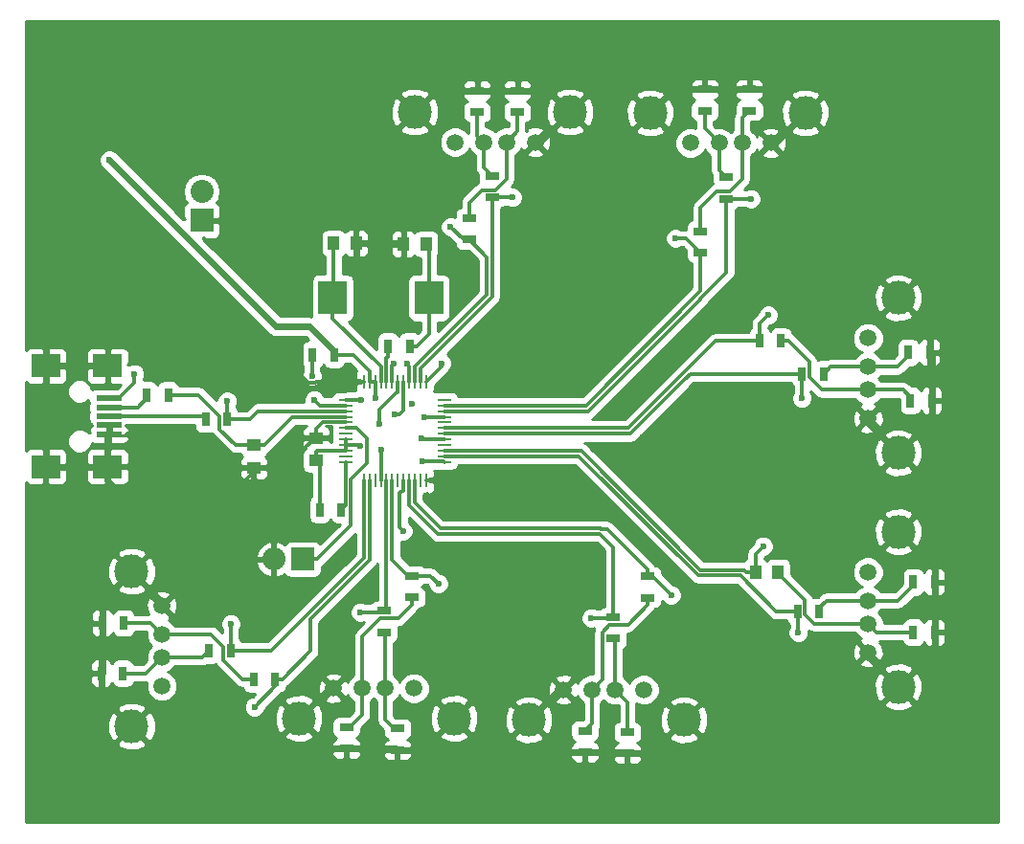
<source format=gtl>
G04 #@! TF.FileFunction,Copper,L1,Top,Signal*
%FSLAX46Y46*%
G04 Gerber Fmt 4.6, Leading zero omitted, Abs format (unit mm)*
G04 Created by KiCad (PCBNEW 4.0.4-stable) date 12/14/16 14:43:15*
%MOMM*%
%LPD*%
G01*
G04 APERTURE LIST*
%ADD10C,0.020000*%
%ADD11C,1.501140*%
%ADD12C,2.999740*%
%ADD13R,1.300000X0.700000*%
%ADD14R,0.700000X1.300000*%
%ADD15R,1.000000X1.250000*%
%ADD16R,1.250000X1.000000*%
%ADD17R,2.032000X2.032000*%
%ADD18O,2.032000X2.032000*%
%ADD19R,1.300000X0.250000*%
%ADD20R,0.250000X1.300000*%
%ADD21R,2.500000X3.000000*%
%ADD22R,2.301240X0.500380*%
%ADD23R,2.499360X1.998980*%
%ADD24C,0.600000*%
%ADD25C,0.300000*%
%ADD26C,0.600000*%
%ADD27C,0.254000*%
G04 APERTURE END LIST*
D10*
D11*
X126301500Y-118681500D03*
X126301500Y-121221500D03*
X126301500Y-123253500D03*
X126301500Y-125793500D03*
D12*
X123634500Y-115633500D03*
X123634500Y-129349500D03*
D13*
X166179500Y-121600000D03*
X166179500Y-119700000D03*
X169227500Y-117980500D03*
X169227500Y-116080500D03*
D14*
X184780000Y-98171000D03*
X182880000Y-98171000D03*
X181036000Y-95250000D03*
X179136000Y-95250000D03*
D13*
X155511500Y-80647500D03*
X155511500Y-82547500D03*
X153479500Y-84394000D03*
X153479500Y-86294000D03*
D14*
X130495000Y-122618500D03*
X132395000Y-122618500D03*
X134432000Y-125158500D03*
X136332000Y-125158500D03*
D13*
X176212500Y-80774500D03*
X176212500Y-82674500D03*
X173926500Y-85537000D03*
X173926500Y-87437000D03*
X145923000Y-121028500D03*
X145923000Y-119128500D03*
X148399500Y-117919500D03*
X148399500Y-116019500D03*
D14*
X184401500Y-119189500D03*
X182501500Y-119189500D03*
D15*
X180768500Y-115697000D03*
X178768500Y-115697000D03*
D16*
X139954000Y-105838500D03*
X139954000Y-103838500D03*
D15*
X141494000Y-86614000D03*
X143494000Y-86614000D03*
X149653500Y-86677500D03*
X147653500Y-86677500D03*
D16*
X134429500Y-104473500D03*
X134429500Y-106473500D03*
D17*
X138747500Y-114554000D03*
D18*
X136207500Y-114554000D03*
D11*
X161798000Y-126111000D03*
X164338000Y-126111000D03*
X166370000Y-126111000D03*
X168910000Y-126111000D03*
D12*
X158750000Y-128778000D03*
X172466000Y-128778000D03*
D11*
X188722000Y-102108000D03*
X188722000Y-99568000D03*
X188722000Y-97536000D03*
X188722000Y-94996000D03*
D12*
X191389000Y-105156000D03*
X191389000Y-91440000D03*
D11*
X159322360Y-77662620D03*
X156782360Y-77662620D03*
X154750360Y-77662620D03*
X152210360Y-77662620D03*
D12*
X162370360Y-74995620D03*
X148654360Y-74995620D03*
D11*
X180135967Y-77736021D03*
X177595967Y-77736021D03*
X175563967Y-77736021D03*
X173023967Y-77736021D03*
D12*
X183183967Y-75069021D03*
X169467967Y-75069021D03*
D11*
X141478000Y-125984000D03*
X144018000Y-125984000D03*
X146050000Y-125984000D03*
X148590000Y-125984000D03*
D12*
X138430000Y-128651000D03*
X152146000Y-128651000D03*
D11*
X188722000Y-122809000D03*
X188722000Y-120269000D03*
X188722000Y-118237000D03*
X188722000Y-115697000D03*
D12*
X191389000Y-125857000D03*
X191389000Y-112141000D03*
D13*
X167449500Y-129860000D03*
X167449500Y-131760000D03*
X163703000Y-129733000D03*
X163703000Y-131633000D03*
D14*
X192280500Y-96266000D03*
X194180500Y-96266000D03*
X192471000Y-100520500D03*
X194371000Y-100520500D03*
D13*
X154178000Y-74991000D03*
X154178000Y-73091000D03*
D14*
X146306500Y-95694500D03*
X148206500Y-95694500D03*
D13*
X157734000Y-74991000D03*
X157734000Y-73091000D03*
D14*
X122870000Y-124650500D03*
X120970000Y-124650500D03*
X122933500Y-120205500D03*
X121033500Y-120205500D03*
D13*
X174293967Y-74876021D03*
X174293967Y-72976021D03*
X178230967Y-74876021D03*
X178230967Y-72976021D03*
X147129500Y-129542500D03*
X147129500Y-131442500D03*
X142621000Y-129415500D03*
X142621000Y-131315500D03*
D14*
X192725000Y-116586000D03*
X194625000Y-116586000D03*
X192725000Y-121031000D03*
X194625000Y-121031000D03*
X126870500Y-100012500D03*
X124970500Y-100012500D03*
X132077500Y-102171500D03*
X130177500Y-102171500D03*
X141539000Y-96456500D03*
X139639000Y-96456500D03*
D19*
X142558520Y-100460360D03*
X142558520Y-100960360D03*
X142558520Y-101460360D03*
X142558520Y-101960360D03*
X142558520Y-102460360D03*
X142558520Y-102960360D03*
X142558520Y-103460360D03*
X142558520Y-103960360D03*
X142558520Y-104460360D03*
X142558520Y-104960360D03*
X142558520Y-105460360D03*
X142558520Y-105960360D03*
D20*
X144158520Y-107560360D03*
X144658520Y-107560360D03*
X145158520Y-107560360D03*
X145658520Y-107560360D03*
X146158520Y-107560360D03*
X146658520Y-107560360D03*
X147158520Y-107560360D03*
X147658520Y-107560360D03*
X148158520Y-107560360D03*
X148658520Y-107560360D03*
X149158520Y-107560360D03*
X149658520Y-107560360D03*
D19*
X151258520Y-105960360D03*
X151258520Y-105460360D03*
X151258520Y-104960360D03*
X151258520Y-104460360D03*
X151258520Y-103960360D03*
X151258520Y-103460360D03*
X151258520Y-102960360D03*
X151258520Y-102460360D03*
X151258520Y-101960360D03*
X151258520Y-101460360D03*
X151258520Y-100960360D03*
X151258520Y-100460360D03*
D20*
X149658520Y-98860360D03*
X149158520Y-98860360D03*
X148658520Y-98860360D03*
X148158520Y-98860360D03*
X147658520Y-98860360D03*
X147158520Y-98860360D03*
X146658520Y-98860360D03*
X146158520Y-98860360D03*
X145658520Y-98860360D03*
X145158520Y-98860360D03*
X144658520Y-98860360D03*
X144158520Y-98860360D03*
D21*
X149919000Y-91440000D03*
X141419000Y-91440000D03*
D17*
X129826102Y-84579358D03*
D18*
X129826102Y-82039358D03*
D14*
X140274000Y-110172500D03*
X142174000Y-110172500D03*
D22*
X121622820Y-100317300D03*
X121622820Y-101117400D03*
X121622820Y-101917500D03*
X121622820Y-102717600D03*
X121622820Y-103517700D03*
D23*
X121523760Y-97467420D03*
X116024660Y-97467420D03*
X121523760Y-106367580D03*
X116024660Y-106367580D03*
D24*
X145161000Y-100330000D03*
X121666000Y-79248000D03*
X148402000Y-100774500D03*
X143827500Y-104521000D03*
X144526000Y-88900000D03*
X146812000Y-97282000D03*
X138049000Y-97218500D03*
X133413500Y-107823000D03*
X151320500Y-107823000D03*
X122682000Y-108775500D03*
X116078000Y-95186500D03*
X147955000Y-97282000D03*
X123888500Y-98171000D03*
X146875500Y-101727000D03*
X145542000Y-102552500D03*
X139763500Y-100457000D03*
X143954500Y-100457000D03*
X139573000Y-98361500D03*
X145732500Y-104838500D03*
X147637500Y-112077500D03*
X149352000Y-105918000D03*
X149288500Y-103886000D03*
X149542500Y-101981000D03*
X151003000Y-97218500D03*
X171323000Y-117729000D03*
X179895500Y-92964000D03*
X151828500Y-85153500D03*
X134493000Y-127635000D03*
X171704000Y-86169500D03*
X150749000Y-116713000D03*
X179451000Y-113411000D03*
X132080000Y-100584000D03*
X164274500Y-119761000D03*
X182880000Y-100330000D03*
X157289500Y-82550000D03*
X132397500Y-120269000D03*
X178371500Y-82677000D03*
X143827500Y-119253000D03*
X182562500Y-121031000D03*
D25*
X167449500Y-129860000D02*
X167449500Y-127190500D01*
X167449500Y-127190500D02*
X166370000Y-126111000D01*
X166370000Y-126111000D02*
X166370000Y-121790500D01*
X166370000Y-121790500D02*
X166179500Y-121600000D01*
X164338000Y-126111000D02*
X164338000Y-129098000D01*
X164338000Y-129098000D02*
X163703000Y-129733000D01*
X164338000Y-126111000D02*
X165229499Y-125219501D01*
X165229499Y-125219501D02*
X165229499Y-121009999D01*
X165229499Y-121009999D02*
X165889497Y-120350001D01*
X165889497Y-120350001D02*
X167507999Y-120350001D01*
X167507999Y-120350001D02*
X169227500Y-118630500D01*
X169227500Y-118630500D02*
X169227500Y-117980500D01*
X188722000Y-97536000D02*
X191310500Y-97536000D01*
X191310500Y-97536000D02*
X192280500Y-96566000D01*
X192280500Y-96566000D02*
X192280500Y-96266000D01*
X188722000Y-97536000D02*
X185415000Y-97536000D01*
X185415000Y-97536000D02*
X184780000Y-98171000D01*
X188722000Y-99568000D02*
X191818500Y-99568000D01*
X191818500Y-99568000D02*
X192471000Y-100220500D01*
X192471000Y-100220500D02*
X192471000Y-100520500D01*
X188722000Y-99568000D02*
X184636998Y-99568000D01*
X184636998Y-99568000D02*
X184213500Y-99144502D01*
X184213500Y-99144502D02*
X184213500Y-99121001D01*
X184213500Y-99121001D02*
X184189999Y-99121001D01*
X184189999Y-99121001D02*
X183530001Y-98461003D01*
X183530001Y-98461003D02*
X183530001Y-97094001D01*
X183530001Y-97094001D02*
X181686000Y-95250000D01*
X181686000Y-95250000D02*
X181036000Y-95250000D01*
X154178000Y-74991000D02*
X154178000Y-77090260D01*
X154178000Y-77090260D02*
X154750360Y-77662620D01*
X154750360Y-77662620D02*
X154750360Y-79886360D01*
X154750360Y-79886360D02*
X155511500Y-80647500D01*
X157734000Y-74991000D02*
X157734000Y-76710980D01*
X157734000Y-76710980D02*
X156782360Y-77662620D01*
X156782360Y-77662620D02*
X156782360Y-80916642D01*
X156782360Y-80916642D02*
X155801503Y-81897499D01*
X155801503Y-81897499D02*
X154621499Y-81897499D01*
X154621499Y-81897499D02*
X153479500Y-83039498D01*
X153479500Y-83039498D02*
X153479500Y-83744000D01*
X153479500Y-83744000D02*
X153479500Y-84394000D01*
X122870000Y-124650500D02*
X124904500Y-124650500D01*
X124904500Y-124650500D02*
X126301500Y-123253500D01*
X126301500Y-123253500D02*
X129860000Y-123253500D01*
X129860000Y-123253500D02*
X130495000Y-122618500D01*
X126301500Y-121221500D02*
X125285500Y-120205500D01*
X125285500Y-120205500D02*
X122933500Y-120205500D01*
X126301500Y-121221500D02*
X130638002Y-121221500D01*
X133782000Y-125158500D02*
X134432000Y-125158500D01*
X130638002Y-121221500D02*
X131744999Y-122328497D01*
X131744999Y-122328497D02*
X131744999Y-123508501D01*
X131744999Y-123508501D02*
X133394998Y-125158500D01*
X133394998Y-125158500D02*
X133782000Y-125158500D01*
X175563967Y-77736021D02*
X175563967Y-80125967D01*
X175563967Y-80125967D02*
X176212500Y-80774500D01*
X174293967Y-74876021D02*
X174293967Y-76466021D01*
X174293967Y-76466021D02*
X175563967Y-77736021D01*
X177595967Y-77736021D02*
X177595967Y-80931035D01*
X177595967Y-80931035D02*
X176502503Y-82024499D01*
X176502503Y-82024499D02*
X175322499Y-82024499D01*
X175322499Y-82024499D02*
X173926500Y-83420498D01*
X173926500Y-83420498D02*
X173926500Y-84887000D01*
X173926500Y-84887000D02*
X173926500Y-85537000D01*
X177595967Y-77736021D02*
X177595967Y-75511021D01*
X177595967Y-75511021D02*
X178230967Y-74876021D01*
X146050000Y-125984000D02*
X146050000Y-121155500D01*
X146050000Y-121155500D02*
X145923000Y-121028500D01*
X146050000Y-125984000D02*
X146050000Y-128763000D01*
X146050000Y-128763000D02*
X146829500Y-129542500D01*
X146829500Y-129542500D02*
X147129500Y-129542500D01*
X144018000Y-125984000D02*
X144018000Y-121393498D01*
X144018000Y-121393498D02*
X145632997Y-119778501D01*
X145632997Y-119778501D02*
X147190499Y-119778501D01*
X147190499Y-119778501D02*
X148399500Y-118569500D01*
X148399500Y-118569500D02*
X148399500Y-117919500D01*
X144018000Y-125984000D02*
X144018000Y-128318500D01*
X144018000Y-128318500D02*
X142921000Y-129415500D01*
X142921000Y-129415500D02*
X142621000Y-129415500D01*
X188722000Y-118237000D02*
X191374000Y-118237000D01*
X191374000Y-118237000D02*
X192725000Y-116886000D01*
X192725000Y-116886000D02*
X192725000Y-116586000D01*
X188722000Y-118237000D02*
X185054000Y-118237000D01*
X185054000Y-118237000D02*
X184401500Y-118889500D01*
X184401500Y-118889500D02*
X184401500Y-119189500D01*
X192725000Y-121031000D02*
X189484000Y-121031000D01*
X189484000Y-121031000D02*
X188722000Y-120269000D01*
X188722000Y-120269000D02*
X183940998Y-120269000D01*
X180768500Y-115822000D02*
X180768500Y-115697000D01*
X183940998Y-120269000D02*
X183151501Y-119479503D01*
X183151501Y-119479503D02*
X183151501Y-118205001D01*
X183151501Y-118205001D02*
X180768500Y-115822000D01*
X145161000Y-100330000D02*
X145161000Y-98862840D01*
X145161000Y-98862840D02*
X145158520Y-98860360D01*
D26*
X136384742Y-93980000D02*
X139362500Y-93980000D01*
X139362500Y-93980000D02*
X141539000Y-96156500D01*
X141539000Y-96156500D02*
X141539000Y-96456500D01*
X121666000Y-79248000D02*
X121666000Y-79261258D01*
X121666000Y-79261258D02*
X136384742Y-93980000D01*
D25*
X140274000Y-110172500D02*
X140274000Y-106158500D01*
X140274000Y-106158500D02*
X139954000Y-105838500D01*
X142558520Y-104460360D02*
X143766860Y-104460360D01*
X143766860Y-104460360D02*
X143827500Y-104521000D01*
X141539000Y-96456500D02*
X143204660Y-96456500D01*
X143204660Y-96456500D02*
X144658520Y-97910360D01*
X144658520Y-97910360D02*
X144658520Y-98860360D01*
X142558520Y-104960360D02*
X140032140Y-104960360D01*
X140032140Y-104960360D02*
X139954000Y-105038500D01*
X139954000Y-105038500D02*
X139954000Y-105838500D01*
X144658520Y-98860360D02*
X145158520Y-98860360D01*
X142558520Y-103960360D02*
X142558520Y-104460360D01*
X142558520Y-104460360D02*
X142558520Y-104960360D01*
D26*
X143494000Y-86614000D02*
X143494000Y-87868000D01*
X143494000Y-87868000D02*
X144526000Y-88900000D01*
X143494000Y-86614000D02*
X147590000Y-86614000D01*
X147590000Y-86614000D02*
X147653500Y-86677500D01*
D25*
X146658520Y-98860360D02*
X146658520Y-97435480D01*
X146658520Y-97435480D02*
X146812000Y-97282000D01*
X144158520Y-98860360D02*
X139962142Y-98860360D01*
X139962142Y-98860360D02*
X139861001Y-98961501D01*
X139861001Y-98961501D02*
X139284999Y-98961501D01*
X139284999Y-98961501D02*
X138049000Y-97725502D01*
X138049000Y-97725502D02*
X138049000Y-97218500D01*
X134429500Y-106473500D02*
X137319000Y-106473500D01*
X139029000Y-104638500D02*
X139829000Y-103838500D01*
X137319000Y-106473500D02*
X139029000Y-104763500D01*
X139029000Y-104763500D02*
X139029000Y-104638500D01*
X139829000Y-103838500D02*
X139954000Y-103838500D01*
X134429500Y-106473500D02*
X134429500Y-106807000D01*
X134429500Y-106807000D02*
X133413500Y-107823000D01*
X149658520Y-107560360D02*
X151057860Y-107560360D01*
X151057860Y-107560360D02*
X151320500Y-107823000D01*
D26*
X194371000Y-100520500D02*
X194371000Y-102174000D01*
X194371000Y-102174000D02*
X191389000Y-105156000D01*
X194371000Y-100520500D02*
X194371000Y-96456500D01*
X194371000Y-96456500D02*
X194180500Y-96266000D01*
X194180500Y-96266000D02*
X194180500Y-94231500D01*
X194180500Y-94231500D02*
X191389000Y-91440000D01*
X121523760Y-106367580D02*
X121523760Y-107617260D01*
X121523760Y-107617260D02*
X122682000Y-108775500D01*
X116024660Y-97467420D02*
X116024660Y-95239840D01*
X116024660Y-95239840D02*
X116078000Y-95186500D01*
X116024660Y-97467420D02*
X116024660Y-106367580D01*
X116024660Y-97467420D02*
X121523760Y-97467420D01*
X121622820Y-103517700D02*
X121622820Y-102717600D01*
X121523760Y-106367580D02*
X121523760Y-103616760D01*
X121523760Y-103616760D02*
X121622820Y-103517700D01*
X116024660Y-106367580D02*
X121523760Y-106367580D01*
X141478000Y-125984000D02*
X141097000Y-125984000D01*
X141097000Y-125984000D02*
X138430000Y-128651000D01*
X147129500Y-131442500D02*
X149354500Y-131442500D01*
X149354500Y-131442500D02*
X152146000Y-128651000D01*
X142621000Y-131315500D02*
X147002500Y-131315500D01*
X147002500Y-131315500D02*
X147129500Y-131442500D01*
X142621000Y-131315500D02*
X141094500Y-131315500D01*
X141094500Y-131315500D02*
X138430000Y-128651000D01*
X126301500Y-118681500D02*
X126301500Y-118300500D01*
X126301500Y-118300500D02*
X123634500Y-115633500D01*
X120970000Y-124650500D02*
X120970000Y-126685000D01*
X120970000Y-126685000D02*
X123634500Y-129349500D01*
X121033500Y-120205500D02*
X121033500Y-124587000D01*
X121033500Y-124587000D02*
X120970000Y-124650500D01*
X121033500Y-120205500D02*
X121033500Y-118234500D01*
X121033500Y-118234500D02*
X123634500Y-115633500D01*
X161798000Y-126111000D02*
X161417000Y-126111000D01*
X161417000Y-126111000D02*
X158750000Y-128778000D01*
X167449500Y-131760000D02*
X169484000Y-131760000D01*
X169484000Y-131760000D02*
X172466000Y-128778000D01*
X163703000Y-131633000D02*
X167322500Y-131633000D01*
X167322500Y-131633000D02*
X167449500Y-131760000D01*
X158750000Y-128778000D02*
X161605000Y-131633000D01*
X161605000Y-131633000D02*
X163703000Y-131633000D01*
X188722000Y-122809000D02*
X188722000Y-123190000D01*
X188722000Y-123190000D02*
X191389000Y-125857000D01*
X188722000Y-102108000D02*
X188722000Y-102489000D01*
X188722000Y-102489000D02*
X191389000Y-105156000D01*
X180135967Y-77736021D02*
X180516967Y-77736021D01*
X180516967Y-77736021D02*
X183183967Y-75069021D01*
X194625000Y-121031000D02*
X194625000Y-122621000D01*
X194625000Y-122621000D02*
X191389000Y-125857000D01*
X194625000Y-116586000D02*
X194625000Y-121031000D01*
X194625000Y-116586000D02*
X194625000Y-115377000D01*
X194625000Y-115377000D02*
X191389000Y-112141000D01*
X178230967Y-72976021D02*
X181090967Y-72976021D01*
X181090967Y-72976021D02*
X183183967Y-75069021D01*
X178230967Y-72976021D02*
X174293967Y-72976021D01*
X174293967Y-72976021D02*
X171560967Y-72976021D01*
X171560967Y-72976021D02*
X169467967Y-75069021D01*
D25*
X142558520Y-102460360D02*
X140532140Y-102460360D01*
X140532140Y-102460360D02*
X139954000Y-103038500D01*
X139954000Y-103038500D02*
X139954000Y-103838500D01*
D26*
X159322360Y-77662620D02*
X159703360Y-77662620D01*
X159703360Y-77662620D02*
X162370360Y-74995620D01*
X157734000Y-73091000D02*
X160465740Y-73091000D01*
X160465740Y-73091000D02*
X162370360Y-74995620D01*
X154178000Y-73091000D02*
X157734000Y-73091000D01*
X154178000Y-73091000D02*
X150558980Y-73091000D01*
X150558980Y-73091000D02*
X148654360Y-74995620D01*
D25*
X141419000Y-91440000D02*
X141419000Y-93240000D01*
X141419000Y-93240000D02*
X145658520Y-97479520D01*
X145658520Y-97479520D02*
X145658520Y-97910360D01*
X145658520Y-97910360D02*
X145658520Y-98860360D01*
X141494000Y-86614000D02*
X141494000Y-91365000D01*
X141494000Y-91365000D02*
X141419000Y-91440000D01*
X149919000Y-91440000D02*
X149919000Y-86943000D01*
X149919000Y-86943000D02*
X149653500Y-86677500D01*
X148206500Y-95694500D02*
X148856500Y-95694500D01*
X148856500Y-95694500D02*
X149919000Y-94632000D01*
X149919000Y-94632000D02*
X149919000Y-93240000D01*
X149919000Y-93240000D02*
X149919000Y-91440000D01*
X142558520Y-102960360D02*
X143508520Y-102960360D01*
X143508520Y-102960360D02*
X144427501Y-103879341D01*
X144427501Y-103879341D02*
X144427501Y-106079999D01*
X144427501Y-106079999D02*
X143008530Y-107498970D01*
X143008530Y-107498970D02*
X143008530Y-111608970D01*
X143008530Y-111608970D02*
X140063500Y-114554000D01*
X140063500Y-114554000D02*
X138747500Y-114554000D01*
X146306500Y-95694500D02*
X146306500Y-96644500D01*
X146306500Y-96644500D02*
X146158520Y-96792480D01*
X146158520Y-96792480D02*
X146158520Y-97910360D01*
X146158520Y-97910360D02*
X146158520Y-98860360D01*
X148158520Y-98860360D02*
X148158520Y-97485520D01*
X148158520Y-97485520D02*
X147955000Y-97282000D01*
X121622820Y-101117400D02*
X124165600Y-101117400D01*
X124970500Y-100312500D02*
X124970500Y-100012500D01*
X124165600Y-101117400D02*
X124970500Y-100312500D01*
X121622820Y-100317300D02*
X122523250Y-100317300D01*
X122523250Y-100317300D02*
X123888500Y-98952050D01*
X123888500Y-98952050D02*
X123888500Y-98171000D01*
X146875500Y-101727000D02*
X147299764Y-101727000D01*
X147299764Y-101727000D02*
X147658520Y-101368244D01*
X147658520Y-101368244D02*
X147658520Y-99810360D01*
X147658520Y-99810360D02*
X147658520Y-98860360D01*
X121622820Y-101917500D02*
X129923500Y-101917500D01*
X129923500Y-101917500D02*
X130177500Y-102171500D01*
X145542000Y-102552500D02*
X145542000Y-101291882D01*
X145542000Y-101291882D02*
X147023521Y-99810361D01*
X147023521Y-99810361D02*
X147158520Y-99810360D01*
X147158520Y-99810360D02*
X147158520Y-98860360D01*
X142558520Y-100960360D02*
X140266860Y-100960360D01*
X140266860Y-100960360D02*
X139763500Y-100457000D01*
X143954500Y-100457000D02*
X142561880Y-100457000D01*
X142561880Y-100457000D02*
X142558520Y-100460360D01*
X139573000Y-98361500D02*
X139573000Y-96522500D01*
X139573000Y-96522500D02*
X139639000Y-96456500D01*
X142558520Y-105960360D02*
X142558520Y-109787980D01*
X142558520Y-109787980D02*
X142174000Y-110172500D01*
X145732500Y-104838500D02*
X145658520Y-104912480D01*
X145658520Y-104912480D02*
X145658520Y-107560360D01*
X147637500Y-112077500D02*
X147337501Y-111777501D01*
X147337501Y-111777501D02*
X147337501Y-108696381D01*
X147337501Y-108696381D02*
X147523521Y-108510361D01*
X147523521Y-108510361D02*
X147658520Y-108510360D01*
X147658520Y-108510360D02*
X147658520Y-107560360D01*
X149352000Y-105918000D02*
X151216160Y-105918000D01*
X151216160Y-105918000D02*
X151258520Y-105960360D01*
X149288500Y-103886000D02*
X149362860Y-103960360D01*
X149362860Y-103960360D02*
X151258520Y-103960360D01*
X149542500Y-101981000D02*
X151237880Y-101981000D01*
X151237880Y-101981000D02*
X151258520Y-101960360D01*
X151003000Y-97218500D02*
X151003000Y-97515880D01*
X151003000Y-97515880D02*
X149658520Y-98860360D01*
X165076552Y-111827500D02*
X165076552Y-111877490D01*
X165076552Y-111877490D02*
X165674494Y-111877494D01*
X165674494Y-111877494D02*
X169227500Y-115430500D01*
X169227500Y-115430500D02*
X169227500Y-116080500D01*
X150916052Y-111827500D02*
X165076552Y-111827500D01*
X148658519Y-109569967D02*
X150916052Y-111827500D01*
X148658520Y-107560360D02*
X148658519Y-107560361D01*
X148658519Y-107560361D02*
X148658519Y-109569967D01*
X169227500Y-116080500D02*
X169674500Y-116080500D01*
X169674500Y-116080500D02*
X171323000Y-117729000D01*
X151258520Y-102960360D02*
X151258521Y-102960361D01*
X151258521Y-102960361D02*
X167513587Y-102960361D01*
X167513587Y-102960361D02*
X175223948Y-95250000D01*
X175223948Y-95250000D02*
X179136000Y-95250000D01*
X179136000Y-95250000D02*
X179136000Y-93723500D01*
X179136000Y-93723500D02*
X179895500Y-92964000D01*
X148658520Y-98860360D02*
X148658521Y-98860359D01*
X148658521Y-98860359D02*
X148658521Y-97494927D01*
X148658521Y-97494927D02*
X155011501Y-91141947D01*
X155011501Y-91141947D02*
X155011501Y-87826001D01*
X155011501Y-87826001D02*
X153479500Y-86294000D01*
X153479500Y-86294000D02*
X152969000Y-86294000D01*
X152969000Y-86294000D02*
X151828500Y-85153500D01*
X144658519Y-114645534D02*
X139446000Y-119858053D01*
X136332000Y-125158500D02*
X136982000Y-125158500D01*
X139446000Y-122694500D02*
X139446000Y-119858053D01*
X136982000Y-125158500D02*
X139446000Y-122694500D01*
X144658520Y-107560360D02*
X144658519Y-107560361D01*
X144658519Y-107560361D02*
X144658519Y-114645534D01*
X134493000Y-127635000D02*
X136332000Y-125796000D01*
X136332000Y-125796000D02*
X136332000Y-125158500D01*
X151258520Y-100960360D02*
X151258521Y-100960361D01*
X151258521Y-100960361D02*
X163798587Y-100960361D01*
X163798587Y-100960361D02*
X173926500Y-90832448D01*
X173926500Y-90832448D02*
X173926500Y-87437000D01*
X171704000Y-86169500D02*
X172659000Y-86169500D01*
X172659000Y-86169500D02*
X173926500Y-87437000D01*
X146658520Y-107560360D02*
X146658520Y-114578520D01*
X146658520Y-114578520D02*
X148099500Y-116019500D01*
X148099500Y-116019500D02*
X148399500Y-116019500D01*
X148399500Y-116019500D02*
X150055500Y-116019500D01*
X150055500Y-116019500D02*
X150749000Y-116713000D01*
X178768500Y-115697000D02*
X177968500Y-115697000D01*
X177968500Y-115697000D02*
X177782000Y-115510500D01*
X177782000Y-115510500D02*
X173903052Y-115510500D01*
X163352913Y-104960361D02*
X173903052Y-115510500D01*
X151258520Y-104960360D02*
X151258521Y-104960361D01*
X151258521Y-104960361D02*
X163352913Y-104960361D01*
X178768500Y-115697000D02*
X178768500Y-114093500D01*
X178768500Y-114093500D02*
X179451000Y-113411000D01*
X132077500Y-102171500D02*
X132077500Y-100586500D01*
X132077500Y-100586500D02*
X132080000Y-100584000D01*
X142558520Y-101460360D02*
X142558519Y-101460361D01*
X142558519Y-101460361D02*
X134787086Y-101460361D01*
X134787086Y-101460361D02*
X134075947Y-102171500D01*
X134075947Y-102171500D02*
X132077500Y-102171500D01*
X148158520Y-107560360D02*
X148158521Y-107560361D01*
X148158521Y-107560361D02*
X148158521Y-109777073D01*
X148158521Y-109777073D02*
X150708948Y-112327500D01*
X150708948Y-112327500D02*
X165032500Y-112327500D01*
X165032500Y-112327500D02*
X166179500Y-113474500D01*
X166179500Y-113474500D02*
X166179500Y-119700000D01*
X164274500Y-119761000D02*
X166118500Y-119761000D01*
X166118500Y-119761000D02*
X166179500Y-119700000D01*
X167720693Y-103460359D02*
X172565552Y-98615500D01*
X182880000Y-98171000D02*
X173010052Y-98171000D01*
X173010052Y-98171000D02*
X172565552Y-98615500D01*
X151258521Y-103460359D02*
X167720693Y-103460359D01*
X151258520Y-103460360D02*
X151258521Y-103460359D01*
X182880000Y-98171000D02*
X182880000Y-100330000D01*
X149158519Y-98860359D02*
X149158519Y-97702033D01*
X149158520Y-98860360D02*
X149158519Y-98860359D01*
X149158519Y-97702033D02*
X155511500Y-91349052D01*
X155511500Y-91349052D02*
X155511500Y-87826000D01*
X155511500Y-87826000D02*
X155511500Y-82547500D01*
X157289500Y-82550000D02*
X155514000Y-82550000D01*
X155514000Y-82550000D02*
X155511500Y-82547500D01*
X144158521Y-114438426D02*
X135978447Y-122618500D01*
X144158520Y-107560360D02*
X144158521Y-107560361D01*
X144158521Y-107560361D02*
X144158521Y-114438426D01*
X135978447Y-122618500D02*
X132395000Y-122618500D01*
X132395000Y-122618500D02*
X132395000Y-120271500D01*
X132395000Y-120271500D02*
X132397500Y-120269000D01*
X176212500Y-82674500D02*
X176212500Y-89182858D01*
X176212500Y-89182858D02*
X173903052Y-91492306D01*
X173903052Y-91492306D02*
X173903052Y-91563000D01*
X164005693Y-101460359D02*
X173903052Y-91563000D01*
X151258520Y-101460360D02*
X151258521Y-101460359D01*
X151258521Y-101460359D02*
X164005693Y-101460359D01*
X176212500Y-82674500D02*
X178369000Y-82674500D01*
X178369000Y-82674500D02*
X178371500Y-82677000D01*
X146158520Y-107560360D02*
X146158520Y-118892980D01*
X146158520Y-118892980D02*
X145923000Y-119128500D01*
X143827500Y-119253000D02*
X145798500Y-119253000D01*
X145798500Y-119253000D02*
X145923000Y-119128500D01*
X173695948Y-116010500D02*
X177416998Y-116010500D01*
X177416998Y-116010500D02*
X180595998Y-119189500D01*
X180595998Y-119189500D02*
X181851500Y-119189500D01*
X181851500Y-119189500D02*
X182501500Y-119189500D01*
X163145807Y-105460359D02*
X173695948Y-116010500D01*
X151258521Y-105460359D02*
X163145807Y-105460359D01*
X151258520Y-105460360D02*
X151258521Y-105460359D01*
X182562500Y-121031000D02*
X182562500Y-119250500D01*
X182562500Y-119250500D02*
X182501500Y-119189500D01*
X134429500Y-104473500D02*
X135354500Y-104473500D01*
X135354500Y-104473500D02*
X137867641Y-101960359D01*
X137867641Y-101960359D02*
X142558519Y-101960359D01*
X142558519Y-101960359D02*
X142558520Y-101960360D01*
X126870500Y-100012500D02*
X129558502Y-100012500D01*
X129558502Y-100012500D02*
X131427499Y-101881497D01*
X131427499Y-101881497D02*
X131427499Y-103061501D01*
X131427499Y-103061501D02*
X132839498Y-104473500D01*
X132839498Y-104473500D02*
X133504500Y-104473500D01*
X133504500Y-104473500D02*
X134429500Y-104473500D01*
D27*
G36*
X200245000Y-137855000D02*
X114285000Y-137855000D01*
X114285000Y-131601250D01*
X141336000Y-131601250D01*
X141336000Y-131791809D01*
X141432673Y-132025198D01*
X141611301Y-132203827D01*
X141844690Y-132300500D01*
X142335250Y-132300500D01*
X142494000Y-132141750D01*
X142494000Y-131442500D01*
X142748000Y-131442500D01*
X142748000Y-132141750D01*
X142906750Y-132300500D01*
X143397310Y-132300500D01*
X143630699Y-132203827D01*
X143809327Y-132025198D01*
X143906000Y-131791809D01*
X143906000Y-131728250D01*
X145844500Y-131728250D01*
X145844500Y-131918809D01*
X145941173Y-132152198D01*
X146119801Y-132330827D01*
X146353190Y-132427500D01*
X146843750Y-132427500D01*
X147002500Y-132268750D01*
X147002500Y-131569500D01*
X147256500Y-131569500D01*
X147256500Y-132268750D01*
X147415250Y-132427500D01*
X147905810Y-132427500D01*
X148139199Y-132330827D01*
X148317827Y-132152198D01*
X148414500Y-131918809D01*
X148414500Y-131918750D01*
X162418000Y-131918750D01*
X162418000Y-132109309D01*
X162514673Y-132342698D01*
X162693301Y-132521327D01*
X162926690Y-132618000D01*
X163417250Y-132618000D01*
X163576000Y-132459250D01*
X163576000Y-131760000D01*
X163830000Y-131760000D01*
X163830000Y-132459250D01*
X163988750Y-132618000D01*
X164479310Y-132618000D01*
X164712699Y-132521327D01*
X164891327Y-132342698D01*
X164988000Y-132109309D01*
X164988000Y-132045750D01*
X166164500Y-132045750D01*
X166164500Y-132236309D01*
X166261173Y-132469698D01*
X166439801Y-132648327D01*
X166673190Y-132745000D01*
X167163750Y-132745000D01*
X167322500Y-132586250D01*
X167322500Y-131887000D01*
X167576500Y-131887000D01*
X167576500Y-132586250D01*
X167735250Y-132745000D01*
X168225810Y-132745000D01*
X168459199Y-132648327D01*
X168637827Y-132469698D01*
X168734500Y-132236309D01*
X168734500Y-132045750D01*
X168575750Y-131887000D01*
X167576500Y-131887000D01*
X167322500Y-131887000D01*
X166323250Y-131887000D01*
X166164500Y-132045750D01*
X164988000Y-132045750D01*
X164988000Y-131918750D01*
X164829250Y-131760000D01*
X163830000Y-131760000D01*
X163576000Y-131760000D01*
X162576750Y-131760000D01*
X162418000Y-131918750D01*
X148414500Y-131918750D01*
X148414500Y-131728250D01*
X148255750Y-131569500D01*
X147256500Y-131569500D01*
X147002500Y-131569500D01*
X146003250Y-131569500D01*
X145844500Y-131728250D01*
X143906000Y-131728250D01*
X143906000Y-131601250D01*
X143747250Y-131442500D01*
X142748000Y-131442500D01*
X142494000Y-131442500D01*
X141494750Y-131442500D01*
X141336000Y-131601250D01*
X114285000Y-131601250D01*
X114285000Y-130863377D01*
X122300228Y-130863377D01*
X122459995Y-131182132D01*
X123250717Y-131492095D01*
X124099866Y-131475867D01*
X124809005Y-131182132D01*
X124968772Y-130863377D01*
X123634500Y-129529105D01*
X122300228Y-130863377D01*
X114285000Y-130863377D01*
X114285000Y-128965717D01*
X121491905Y-128965717D01*
X121508133Y-129814866D01*
X121801868Y-130524005D01*
X122120623Y-130683772D01*
X123454895Y-129349500D01*
X123814105Y-129349500D01*
X125148377Y-130683772D01*
X125467132Y-130524005D01*
X125607910Y-130164877D01*
X137095728Y-130164877D01*
X137255495Y-130483632D01*
X138046217Y-130793595D01*
X138895366Y-130777367D01*
X139604505Y-130483632D01*
X139764272Y-130164877D01*
X138430000Y-128830605D01*
X137095728Y-130164877D01*
X125607910Y-130164877D01*
X125777095Y-129733283D01*
X125760867Y-128884134D01*
X125467132Y-128174995D01*
X125148377Y-128015228D01*
X123814105Y-129349500D01*
X123454895Y-129349500D01*
X122120623Y-128015228D01*
X121801868Y-128174995D01*
X121491905Y-128965717D01*
X114285000Y-128965717D01*
X114285000Y-127835623D01*
X122300228Y-127835623D01*
X123634500Y-129169895D01*
X124968772Y-127835623D01*
X124809005Y-127516868D01*
X124018283Y-127206905D01*
X123169134Y-127223133D01*
X122459995Y-127516868D01*
X122300228Y-127835623D01*
X114285000Y-127835623D01*
X114285000Y-124936250D01*
X119985000Y-124936250D01*
X119985000Y-125426810D01*
X120081673Y-125660199D01*
X120260302Y-125838827D01*
X120493691Y-125935500D01*
X120684250Y-125935500D01*
X120843000Y-125776750D01*
X120843000Y-124777500D01*
X120143750Y-124777500D01*
X119985000Y-124936250D01*
X114285000Y-124936250D01*
X114285000Y-123874190D01*
X119985000Y-123874190D01*
X119985000Y-124364750D01*
X120143750Y-124523500D01*
X120843000Y-124523500D01*
X120843000Y-123524250D01*
X120684250Y-123365500D01*
X120493691Y-123365500D01*
X120260302Y-123462173D01*
X120081673Y-123640801D01*
X119985000Y-123874190D01*
X114285000Y-123874190D01*
X114285000Y-120491250D01*
X120048500Y-120491250D01*
X120048500Y-120981810D01*
X120145173Y-121215199D01*
X120323802Y-121393827D01*
X120557191Y-121490500D01*
X120747750Y-121490500D01*
X120906500Y-121331750D01*
X120906500Y-120332500D01*
X120207250Y-120332500D01*
X120048500Y-120491250D01*
X114285000Y-120491250D01*
X114285000Y-119429190D01*
X120048500Y-119429190D01*
X120048500Y-119919750D01*
X120207250Y-120078500D01*
X120906500Y-120078500D01*
X120906500Y-119079250D01*
X120747750Y-118920500D01*
X120557191Y-118920500D01*
X120323802Y-119017173D01*
X120145173Y-119195801D01*
X120048500Y-119429190D01*
X114285000Y-119429190D01*
X114285000Y-117147377D01*
X122300228Y-117147377D01*
X122459995Y-117466132D01*
X123250717Y-117776095D01*
X124099866Y-117759867D01*
X124221293Y-117709570D01*
X125509175Y-117709570D01*
X126301500Y-118501895D01*
X127093825Y-117709570D01*
X127025765Y-117468569D01*
X126506466Y-117283733D01*
X125955962Y-117311695D01*
X125577235Y-117468569D01*
X125509175Y-117709570D01*
X124221293Y-117709570D01*
X124809005Y-117466132D01*
X124968772Y-117147377D01*
X123634500Y-115813105D01*
X122300228Y-117147377D01*
X114285000Y-117147377D01*
X114285000Y-115249717D01*
X121491905Y-115249717D01*
X121508133Y-116098866D01*
X121801868Y-116808005D01*
X122120623Y-116967772D01*
X123454895Y-115633500D01*
X123814105Y-115633500D01*
X125148377Y-116967772D01*
X125467132Y-116808005D01*
X125777095Y-116017283D01*
X125760867Y-115168134D01*
X125665106Y-114936946D01*
X134601517Y-114936946D01*
X134870312Y-115522379D01*
X135342682Y-115960385D01*
X135824556Y-116159975D01*
X136080500Y-116040836D01*
X136080500Y-114681000D01*
X134720133Y-114681000D01*
X134601517Y-114936946D01*
X125665106Y-114936946D01*
X125467132Y-114458995D01*
X125148377Y-114299228D01*
X123814105Y-115633500D01*
X123454895Y-115633500D01*
X122120623Y-114299228D01*
X121801868Y-114458995D01*
X121491905Y-115249717D01*
X114285000Y-115249717D01*
X114285000Y-114119623D01*
X122300228Y-114119623D01*
X123634500Y-115453895D01*
X124917341Y-114171054D01*
X134601517Y-114171054D01*
X134720133Y-114427000D01*
X136080500Y-114427000D01*
X136080500Y-113067164D01*
X135824556Y-112948025D01*
X135342682Y-113147615D01*
X134870312Y-113585621D01*
X134601517Y-114171054D01*
X124917341Y-114171054D01*
X124968772Y-114119623D01*
X124809005Y-113800868D01*
X124018283Y-113490905D01*
X123169134Y-113507133D01*
X122459995Y-113800868D01*
X122300228Y-114119623D01*
X114285000Y-114119623D01*
X114285000Y-107775116D01*
X114415282Y-107905397D01*
X114648671Y-108002070D01*
X115738910Y-108002070D01*
X115897660Y-107843320D01*
X115897660Y-106494580D01*
X116151660Y-106494580D01*
X116151660Y-107843320D01*
X116310410Y-108002070D01*
X117400649Y-108002070D01*
X117634038Y-107905397D01*
X117812667Y-107726769D01*
X117909340Y-107493380D01*
X117909340Y-106653330D01*
X119639080Y-106653330D01*
X119639080Y-107493380D01*
X119735753Y-107726769D01*
X119914382Y-107905397D01*
X120147771Y-108002070D01*
X121238010Y-108002070D01*
X121396760Y-107843320D01*
X121396760Y-106494580D01*
X121650760Y-106494580D01*
X121650760Y-107843320D01*
X121809510Y-108002070D01*
X122899749Y-108002070D01*
X123133138Y-107905397D01*
X123311767Y-107726769D01*
X123408440Y-107493380D01*
X123408440Y-106759250D01*
X133169500Y-106759250D01*
X133169500Y-107099809D01*
X133266173Y-107333198D01*
X133444801Y-107511827D01*
X133678190Y-107608500D01*
X134143750Y-107608500D01*
X134302500Y-107449750D01*
X134302500Y-106600500D01*
X134556500Y-106600500D01*
X134556500Y-107449750D01*
X134715250Y-107608500D01*
X135180810Y-107608500D01*
X135414199Y-107511827D01*
X135592827Y-107333198D01*
X135689500Y-107099809D01*
X135689500Y-106759250D01*
X135530750Y-106600500D01*
X134556500Y-106600500D01*
X134302500Y-106600500D01*
X133328250Y-106600500D01*
X133169500Y-106759250D01*
X123408440Y-106759250D01*
X123408440Y-106653330D01*
X123249690Y-106494580D01*
X121650760Y-106494580D01*
X121396760Y-106494580D01*
X119797830Y-106494580D01*
X119639080Y-106653330D01*
X117909340Y-106653330D01*
X117750590Y-106494580D01*
X116151660Y-106494580D01*
X115897660Y-106494580D01*
X115877660Y-106494580D01*
X115877660Y-106240580D01*
X115897660Y-106240580D01*
X115897660Y-104891840D01*
X116151660Y-104891840D01*
X116151660Y-106240580D01*
X117750590Y-106240580D01*
X117909340Y-106081830D01*
X117909340Y-105241780D01*
X119639080Y-105241780D01*
X119639080Y-106081830D01*
X119797830Y-106240580D01*
X121396760Y-106240580D01*
X121396760Y-104891840D01*
X121650760Y-104891840D01*
X121650760Y-106240580D01*
X123249690Y-106240580D01*
X123408440Y-106081830D01*
X123408440Y-105241780D01*
X123311767Y-105008391D01*
X123133138Y-104829763D01*
X122899749Y-104733090D01*
X121809510Y-104733090D01*
X121650760Y-104891840D01*
X121396760Y-104891840D01*
X121238010Y-104733090D01*
X120147771Y-104733090D01*
X119914382Y-104829763D01*
X119735753Y-105008391D01*
X119639080Y-105241780D01*
X117909340Y-105241780D01*
X117812667Y-105008391D01*
X117634038Y-104829763D01*
X117400649Y-104733090D01*
X116310410Y-104733090D01*
X116151660Y-104891840D01*
X115897660Y-104891840D01*
X115738910Y-104733090D01*
X114648671Y-104733090D01*
X114415282Y-104829763D01*
X114285000Y-104960044D01*
X114285000Y-99932650D01*
X117939632Y-99932650D01*
X118104402Y-100331423D01*
X118409233Y-100636786D01*
X118807717Y-100802251D01*
X119239190Y-100802628D01*
X119637963Y-100637858D01*
X119824760Y-100451386D01*
X119824760Y-100567490D01*
X119853993Y-100722852D01*
X119824760Y-100867210D01*
X119824760Y-101367590D01*
X119853993Y-101522952D01*
X119824760Y-101667310D01*
X119824760Y-102167690D01*
X119851083Y-102307584D01*
X119837200Y-102341100D01*
X119837200Y-102433755D01*
X119982000Y-102578555D01*
X120008110Y-102619131D01*
X120147786Y-102714568D01*
X120112502Y-102729183D01*
X119998989Y-102842695D01*
X119995950Y-102842695D01*
X119837200Y-103001445D01*
X119837200Y-103094100D01*
X119846955Y-103117650D01*
X119837200Y-103141200D01*
X119837200Y-103233855D01*
X119994043Y-103390698D01*
X119837200Y-103390698D01*
X119837200Y-103396192D01*
X119639567Y-103198214D01*
X119241083Y-103032749D01*
X118809610Y-103032372D01*
X118410837Y-103197142D01*
X118105474Y-103501973D01*
X117940009Y-103900457D01*
X117939632Y-104331930D01*
X118104402Y-104730703D01*
X118409233Y-105036066D01*
X118807717Y-105201531D01*
X119239190Y-105201908D01*
X119637963Y-105037138D01*
X119943326Y-104732307D01*
X120108791Y-104333823D01*
X120108818Y-104302533D01*
X120112502Y-104306217D01*
X120345891Y-104402890D01*
X121337070Y-104402890D01*
X121495820Y-104244140D01*
X121495820Y-103642795D01*
X121749820Y-103642795D01*
X121749820Y-104244140D01*
X121908570Y-104402890D01*
X122899749Y-104402890D01*
X123133138Y-104306217D01*
X123311767Y-104127589D01*
X123408440Y-103894200D01*
X123408440Y-103801545D01*
X123249690Y-103642795D01*
X121749820Y-103642795D01*
X121495820Y-103642795D01*
X121475820Y-103642795D01*
X121475820Y-103464040D01*
X121495820Y-103444040D01*
X121495820Y-103370700D01*
X121749820Y-103370700D01*
X121749820Y-103444040D01*
X121908570Y-103602790D01*
X122899749Y-103602790D01*
X123133138Y-103506117D01*
X123246651Y-103392605D01*
X123249690Y-103392605D01*
X123408440Y-103233855D01*
X123408440Y-103141200D01*
X123398685Y-103117650D01*
X123408440Y-103094100D01*
X123408440Y-103001445D01*
X123249690Y-102842695D01*
X123246651Y-102842695D01*
X123133138Y-102729183D01*
X123096863Y-102714157D01*
X123114979Y-102702500D01*
X129180060Y-102702500D01*
X129180060Y-102821500D01*
X129224338Y-103056817D01*
X129363410Y-103272941D01*
X129575610Y-103417931D01*
X129827500Y-103468940D01*
X130527500Y-103468940D01*
X130746266Y-103427776D01*
X130872420Y-103616580D01*
X132284419Y-105028579D01*
X132539091Y-105198745D01*
X132839498Y-105258500D01*
X133233308Y-105258500D01*
X133340410Y-105424941D01*
X133408506Y-105471469D01*
X133266173Y-105613802D01*
X133169500Y-105847191D01*
X133169500Y-106187750D01*
X133328250Y-106346500D01*
X134302500Y-106346500D01*
X134302500Y-106326500D01*
X134556500Y-106326500D01*
X134556500Y-106346500D01*
X135530750Y-106346500D01*
X135689500Y-106187750D01*
X135689500Y-105847191D01*
X135592827Y-105613802D01*
X135451590Y-105472564D01*
X135505941Y-105437590D01*
X135650931Y-105225390D01*
X135656549Y-105197648D01*
X135909579Y-105028579D01*
X138192799Y-102745359D01*
X139101634Y-102745359D01*
X138969301Y-102800173D01*
X138790673Y-102978802D01*
X138694000Y-103212191D01*
X138694000Y-103552750D01*
X138852750Y-103711500D01*
X139827000Y-103711500D01*
X139827000Y-103691500D01*
X140081000Y-103691500D01*
X140081000Y-103711500D01*
X141055250Y-103711500D01*
X141214000Y-103552750D01*
X141214000Y-103212191D01*
X141117327Y-102978802D01*
X140938699Y-102800173D01*
X140806366Y-102745359D01*
X141279306Y-102745359D01*
X141261080Y-102835360D01*
X141261080Y-103085360D01*
X141285464Y-103214949D01*
X141261080Y-103335360D01*
X141261080Y-103585360D01*
X141285464Y-103714949D01*
X141261080Y-103835360D01*
X141261080Y-104085360D01*
X141278015Y-104175360D01*
X141214000Y-104175360D01*
X141214000Y-104124250D01*
X141055250Y-103965500D01*
X140081000Y-103965500D01*
X140081000Y-103985500D01*
X139827000Y-103985500D01*
X139827000Y-103965500D01*
X138852750Y-103965500D01*
X138694000Y-104124250D01*
X138694000Y-104464809D01*
X138790673Y-104698198D01*
X138931910Y-104839436D01*
X138877559Y-104874410D01*
X138732569Y-105086610D01*
X138681560Y-105338500D01*
X138681560Y-106338500D01*
X138725838Y-106573817D01*
X138864910Y-106789941D01*
X139077110Y-106934931D01*
X139329000Y-106985940D01*
X139489000Y-106985940D01*
X139489000Y-109047831D01*
X139472559Y-109058410D01*
X139327569Y-109270610D01*
X139276560Y-109522500D01*
X139276560Y-110822500D01*
X139320838Y-111057817D01*
X139459910Y-111273941D01*
X139672110Y-111418931D01*
X139924000Y-111469940D01*
X140624000Y-111469940D01*
X140859317Y-111425662D01*
X141075441Y-111286590D01*
X141220431Y-111074390D01*
X141223081Y-111061303D01*
X141359910Y-111273941D01*
X141572110Y-111418931D01*
X141824000Y-111469940D01*
X142037402Y-111469940D01*
X140303232Y-113204110D01*
X140227590Y-113086559D01*
X140015390Y-112941569D01*
X139763500Y-112890560D01*
X137731500Y-112890560D01*
X137496183Y-112934838D01*
X137280059Y-113073910D01*
X137168660Y-113236948D01*
X137072318Y-113147615D01*
X136590444Y-112948025D01*
X136334500Y-113067164D01*
X136334500Y-114427000D01*
X136354500Y-114427000D01*
X136354500Y-114681000D01*
X136334500Y-114681000D01*
X136334500Y-116040836D01*
X136590444Y-116159975D01*
X137072318Y-115960385D01*
X137169898Y-115869903D01*
X137267410Y-116021441D01*
X137479610Y-116166431D01*
X137731500Y-116217440D01*
X139763500Y-116217440D01*
X139998817Y-116173162D01*
X140214941Y-116034090D01*
X140359931Y-115821890D01*
X140410940Y-115570000D01*
X140410940Y-115247819D01*
X140618579Y-115109079D01*
X143373521Y-112354137D01*
X143373521Y-114113268D01*
X135653289Y-121833500D01*
X133367038Y-121833500D01*
X133348162Y-121733183D01*
X133209090Y-121517059D01*
X133180000Y-121497183D01*
X133180000Y-120809002D01*
X133189692Y-120799327D01*
X133332338Y-120455799D01*
X133332662Y-120083833D01*
X133190617Y-119740057D01*
X132927827Y-119476808D01*
X132584299Y-119334162D01*
X132212333Y-119333838D01*
X131868557Y-119475883D01*
X131605308Y-119738673D01*
X131462662Y-120082201D01*
X131462338Y-120454167D01*
X131604383Y-120797943D01*
X131610000Y-120803570D01*
X131610000Y-121083340D01*
X131193081Y-120666421D01*
X130938409Y-120496255D01*
X130638002Y-120436500D01*
X127475653Y-120436500D01*
X127087387Y-120047556D01*
X126872004Y-119958121D01*
X127025765Y-119894431D01*
X127093825Y-119653430D01*
X126301500Y-118861105D01*
X126287358Y-118875248D01*
X126107753Y-118695643D01*
X126121895Y-118681500D01*
X126481105Y-118681500D01*
X127273430Y-119473825D01*
X127514431Y-119405765D01*
X127699267Y-118886466D01*
X127671305Y-118335962D01*
X127514431Y-117957235D01*
X127273430Y-117889175D01*
X126481105Y-118681500D01*
X126121895Y-118681500D01*
X125329570Y-117889175D01*
X125088569Y-117957235D01*
X124903733Y-118476534D01*
X124931695Y-119027038D01*
X125088569Y-119405765D01*
X125140746Y-119420500D01*
X123905538Y-119420500D01*
X123886662Y-119320183D01*
X123747590Y-119104059D01*
X123535390Y-118959069D01*
X123283500Y-118908060D01*
X122583500Y-118908060D01*
X122348183Y-118952338D01*
X122132059Y-119091410D01*
X121987069Y-119303610D01*
X121980309Y-119336990D01*
X121921827Y-119195801D01*
X121743198Y-119017173D01*
X121509809Y-118920500D01*
X121319250Y-118920500D01*
X121160500Y-119079250D01*
X121160500Y-120078500D01*
X121180500Y-120078500D01*
X121180500Y-120332500D01*
X121160500Y-120332500D01*
X121160500Y-121331750D01*
X121319250Y-121490500D01*
X121509809Y-121490500D01*
X121743198Y-121393827D01*
X121921827Y-121215199D01*
X121978154Y-121079213D01*
X121980338Y-121090817D01*
X122119410Y-121306941D01*
X122331610Y-121451931D01*
X122583500Y-121502940D01*
X123283500Y-121502940D01*
X123518817Y-121458662D01*
X123734941Y-121319590D01*
X123879931Y-121107390D01*
X123903602Y-120990500D01*
X124916131Y-120990500D01*
X124915690Y-121495898D01*
X125126186Y-122005337D01*
X125358007Y-122237563D01*
X125127556Y-122467613D01*
X124916171Y-122976684D01*
X124915690Y-123527898D01*
X124916057Y-123528785D01*
X124579342Y-123865500D01*
X123842038Y-123865500D01*
X123823162Y-123765183D01*
X123684090Y-123549059D01*
X123471890Y-123404069D01*
X123220000Y-123353060D01*
X122520000Y-123353060D01*
X122284683Y-123397338D01*
X122068559Y-123536410D01*
X121923569Y-123748610D01*
X121916809Y-123781990D01*
X121858327Y-123640801D01*
X121679698Y-123462173D01*
X121446309Y-123365500D01*
X121255750Y-123365500D01*
X121097000Y-123524250D01*
X121097000Y-124523500D01*
X121117000Y-124523500D01*
X121117000Y-124777500D01*
X121097000Y-124777500D01*
X121097000Y-125776750D01*
X121255750Y-125935500D01*
X121446309Y-125935500D01*
X121679698Y-125838827D01*
X121858327Y-125660199D01*
X121914654Y-125524213D01*
X121916838Y-125535817D01*
X122055910Y-125751941D01*
X122268110Y-125896931D01*
X122520000Y-125947940D01*
X123220000Y-125947940D01*
X123455317Y-125903662D01*
X123671441Y-125764590D01*
X123816431Y-125552390D01*
X123840102Y-125435500D01*
X124904500Y-125435500D01*
X124953967Y-125425660D01*
X124916171Y-125516684D01*
X124915690Y-126067898D01*
X125126186Y-126577337D01*
X125515613Y-126967444D01*
X126024684Y-127178829D01*
X126575898Y-127179310D01*
X127085337Y-126968814D01*
X127475444Y-126579387D01*
X127686829Y-126070316D01*
X127687310Y-125519102D01*
X127476814Y-125009663D01*
X127087387Y-124619556D01*
X126856119Y-124523525D01*
X127085337Y-124428814D01*
X127475444Y-124039387D01*
X127475812Y-124038500D01*
X129860000Y-124038500D01*
X130160407Y-123978745D01*
X130254402Y-123915940D01*
X130845000Y-123915940D01*
X131063766Y-123874776D01*
X131189920Y-124063580D01*
X132839919Y-125713579D01*
X133094591Y-125883745D01*
X133394998Y-125943500D01*
X133459962Y-125943500D01*
X133478838Y-126043817D01*
X133617910Y-126259941D01*
X133830110Y-126404931D01*
X134082000Y-126455940D01*
X134561902Y-126455940D01*
X134317995Y-126699847D01*
X134307833Y-126699838D01*
X133964057Y-126841883D01*
X133700808Y-127104673D01*
X133558162Y-127448201D01*
X133557838Y-127820167D01*
X133699883Y-128163943D01*
X133962673Y-128427192D01*
X134306201Y-128569838D01*
X134678167Y-128570162D01*
X135021943Y-128428117D01*
X135183124Y-128267217D01*
X136287405Y-128267217D01*
X136303633Y-129116366D01*
X136597368Y-129825505D01*
X136916123Y-129985272D01*
X138250395Y-128651000D01*
X138609605Y-128651000D01*
X139943877Y-129985272D01*
X140262632Y-129825505D01*
X140572595Y-129034783D01*
X140556367Y-128185634D01*
X140262632Y-127476495D01*
X139943877Y-127316728D01*
X138609605Y-128651000D01*
X138250395Y-128651000D01*
X136916123Y-127316728D01*
X136597368Y-127476495D01*
X136287405Y-128267217D01*
X135183124Y-128267217D01*
X135285192Y-128165327D01*
X135427838Y-127821799D01*
X135427848Y-127810310D01*
X136101035Y-127137123D01*
X137095728Y-127137123D01*
X138430000Y-128471395D01*
X139764272Y-127137123D01*
X139673455Y-126955930D01*
X140685675Y-126955930D01*
X140753735Y-127196931D01*
X141273034Y-127381767D01*
X141823538Y-127353805D01*
X142202265Y-127196931D01*
X142270325Y-126955930D01*
X141478000Y-126163605D01*
X140685675Y-126955930D01*
X139673455Y-126955930D01*
X139604505Y-126818368D01*
X138813783Y-126508405D01*
X137964634Y-126524633D01*
X137255495Y-126818368D01*
X137095728Y-127137123D01*
X136101035Y-127137123D01*
X136805446Y-126432712D01*
X136917317Y-126411662D01*
X137133441Y-126272590D01*
X137278431Y-126060390D01*
X137319178Y-125859175D01*
X137439118Y-125779034D01*
X140080233Y-125779034D01*
X140108195Y-126329538D01*
X140265069Y-126708265D01*
X140506070Y-126776325D01*
X141298395Y-125984000D01*
X140506070Y-125191675D01*
X140265069Y-125259735D01*
X140080233Y-125779034D01*
X137439118Y-125779034D01*
X137537079Y-125713579D01*
X138238588Y-125012070D01*
X140685675Y-125012070D01*
X141478000Y-125804395D01*
X142270325Y-125012070D01*
X142202265Y-124771069D01*
X141682966Y-124586233D01*
X141132462Y-124614195D01*
X140753735Y-124771069D01*
X140685675Y-125012070D01*
X138238588Y-125012070D01*
X140001079Y-123249579D01*
X140171245Y-122994907D01*
X140231000Y-122694500D01*
X140231000Y-120183211D01*
X145213598Y-115200613D01*
X145373520Y-114961272D01*
X145373520Y-118131060D01*
X145273000Y-118131060D01*
X145037683Y-118175338D01*
X144821559Y-118314410D01*
X144716615Y-118468000D01*
X144365006Y-118468000D01*
X144357827Y-118460808D01*
X144014299Y-118318162D01*
X143642333Y-118317838D01*
X143298557Y-118459883D01*
X143035308Y-118722673D01*
X142892662Y-119066201D01*
X142892338Y-119438167D01*
X143034383Y-119781943D01*
X143297173Y-120045192D01*
X143640701Y-120187838D01*
X144012667Y-120188162D01*
X144183951Y-120117389D01*
X143462921Y-120838419D01*
X143292755Y-121093091D01*
X143268466Y-121215199D01*
X143233000Y-121393498D01*
X143233000Y-124809847D01*
X142844056Y-125198113D01*
X142754621Y-125413496D01*
X142690931Y-125259735D01*
X142449930Y-125191675D01*
X141657605Y-125984000D01*
X142449930Y-126776325D01*
X142690931Y-126708265D01*
X142749769Y-126542960D01*
X142842686Y-126767837D01*
X143232113Y-127157944D01*
X143233000Y-127158312D01*
X143233000Y-127993342D01*
X142808282Y-128418060D01*
X141971000Y-128418060D01*
X141735683Y-128462338D01*
X141519559Y-128601410D01*
X141374569Y-128813610D01*
X141323560Y-129065500D01*
X141323560Y-129765500D01*
X141367838Y-130000817D01*
X141506910Y-130216941D01*
X141719110Y-130361931D01*
X141752490Y-130368691D01*
X141611301Y-130427173D01*
X141432673Y-130605802D01*
X141336000Y-130839191D01*
X141336000Y-131029750D01*
X141494750Y-131188500D01*
X142494000Y-131188500D01*
X142494000Y-131168500D01*
X142748000Y-131168500D01*
X142748000Y-131188500D01*
X143747250Y-131188500D01*
X143906000Y-131029750D01*
X143906000Y-130839191D01*
X143809327Y-130605802D01*
X143630699Y-130427173D01*
X143494713Y-130370846D01*
X143506317Y-130368662D01*
X143722441Y-130229590D01*
X143867431Y-130017390D01*
X143918440Y-129765500D01*
X143918440Y-129528218D01*
X144573079Y-128873579D01*
X144743245Y-128618907D01*
X144803000Y-128318500D01*
X144803000Y-127158153D01*
X145034063Y-126927493D01*
X145264113Y-127157944D01*
X145265000Y-127158312D01*
X145265000Y-128763000D01*
X145324755Y-129063407D01*
X145494921Y-129318079D01*
X145832060Y-129655218D01*
X145832060Y-129892500D01*
X145876338Y-130127817D01*
X146015410Y-130343941D01*
X146227610Y-130488931D01*
X146260990Y-130495691D01*
X146119801Y-130554173D01*
X145941173Y-130732802D01*
X145844500Y-130966191D01*
X145844500Y-131156750D01*
X146003250Y-131315500D01*
X147002500Y-131315500D01*
X147002500Y-131295500D01*
X147256500Y-131295500D01*
X147256500Y-131315500D01*
X148255750Y-131315500D01*
X148414500Y-131156750D01*
X148414500Y-130966191D01*
X148317827Y-130732802D01*
X148139199Y-130554173D01*
X148003213Y-130497846D01*
X148014817Y-130495662D01*
X148230941Y-130356590D01*
X148361932Y-130164877D01*
X150811728Y-130164877D01*
X150971495Y-130483632D01*
X151762217Y-130793595D01*
X152611366Y-130777367D01*
X153320505Y-130483632D01*
X153416616Y-130291877D01*
X157415728Y-130291877D01*
X157575495Y-130610632D01*
X158366217Y-130920595D01*
X159215366Y-130904367D01*
X159924505Y-130610632D01*
X160084272Y-130291877D01*
X158750000Y-128957605D01*
X157415728Y-130291877D01*
X153416616Y-130291877D01*
X153480272Y-130164877D01*
X152146000Y-128830605D01*
X150811728Y-130164877D01*
X148361932Y-130164877D01*
X148375931Y-130144390D01*
X148426940Y-129892500D01*
X148426940Y-129192500D01*
X148382662Y-128957183D01*
X148243590Y-128741059D01*
X148031390Y-128596069D01*
X147779500Y-128545060D01*
X146942218Y-128545060D01*
X146835000Y-128437842D01*
X146835000Y-128267217D01*
X150003405Y-128267217D01*
X150019633Y-129116366D01*
X150313368Y-129825505D01*
X150632123Y-129985272D01*
X151966395Y-128651000D01*
X152325605Y-128651000D01*
X153659877Y-129985272D01*
X153978632Y-129825505D01*
X154288595Y-129034783D01*
X154276354Y-128394217D01*
X156607405Y-128394217D01*
X156623633Y-129243366D01*
X156917368Y-129952505D01*
X157236123Y-130112272D01*
X158570395Y-128778000D01*
X158929605Y-128778000D01*
X160263877Y-130112272D01*
X160582632Y-129952505D01*
X160892595Y-129161783D01*
X160876367Y-128312634D01*
X160582632Y-127603495D01*
X160263877Y-127443728D01*
X158929605Y-128778000D01*
X158570395Y-128778000D01*
X157236123Y-127443728D01*
X156917368Y-127603495D01*
X156607405Y-128394217D01*
X154276354Y-128394217D01*
X154272367Y-128185634D01*
X153978632Y-127476495D01*
X153659877Y-127316728D01*
X152325605Y-128651000D01*
X151966395Y-128651000D01*
X150632123Y-127316728D01*
X150313368Y-127476495D01*
X150003405Y-128267217D01*
X146835000Y-128267217D01*
X146835000Y-127158153D01*
X147223944Y-126769887D01*
X147319975Y-126538619D01*
X147414686Y-126767837D01*
X147804113Y-127157944D01*
X148313184Y-127369329D01*
X148864398Y-127369810D01*
X149373837Y-127159314D01*
X149396066Y-127137123D01*
X150811728Y-127137123D01*
X152146000Y-128471395D01*
X153353272Y-127264123D01*
X157415728Y-127264123D01*
X158750000Y-128598395D01*
X160084272Y-127264123D01*
X159993455Y-127082930D01*
X161005675Y-127082930D01*
X161073735Y-127323931D01*
X161593034Y-127508767D01*
X162143538Y-127480805D01*
X162522265Y-127323931D01*
X162590325Y-127082930D01*
X161798000Y-126290605D01*
X161005675Y-127082930D01*
X159993455Y-127082930D01*
X159924505Y-126945368D01*
X159133783Y-126635405D01*
X158284634Y-126651633D01*
X157575495Y-126945368D01*
X157415728Y-127264123D01*
X153353272Y-127264123D01*
X153480272Y-127137123D01*
X153320505Y-126818368D01*
X152529783Y-126508405D01*
X151680634Y-126524633D01*
X150971495Y-126818368D01*
X150811728Y-127137123D01*
X149396066Y-127137123D01*
X149763944Y-126769887D01*
X149975329Y-126260816D01*
X149975638Y-125906034D01*
X160400233Y-125906034D01*
X160428195Y-126456538D01*
X160585069Y-126835265D01*
X160826070Y-126903325D01*
X161618395Y-126111000D01*
X160826070Y-125318675D01*
X160585069Y-125386735D01*
X160400233Y-125906034D01*
X149975638Y-125906034D01*
X149975810Y-125709602D01*
X149765314Y-125200163D01*
X149704328Y-125139070D01*
X161005675Y-125139070D01*
X161798000Y-125931395D01*
X162590325Y-125139070D01*
X162522265Y-124898069D01*
X162002966Y-124713233D01*
X161452462Y-124741195D01*
X161073735Y-124898069D01*
X161005675Y-125139070D01*
X149704328Y-125139070D01*
X149375887Y-124810056D01*
X148866816Y-124598671D01*
X148315602Y-124598190D01*
X147806163Y-124808686D01*
X147416056Y-125198113D01*
X147320025Y-125429381D01*
X147225314Y-125200163D01*
X146835887Y-124810056D01*
X146835000Y-124809688D01*
X146835000Y-121964492D01*
X147024441Y-121842590D01*
X147169431Y-121630390D01*
X147220440Y-121378500D01*
X147220440Y-120678500D01*
X147198502Y-120561909D01*
X147490906Y-120503746D01*
X147745578Y-120333580D01*
X148954579Y-119124579D01*
X149099619Y-118907509D01*
X149284817Y-118872662D01*
X149500941Y-118733590D01*
X149645931Y-118521390D01*
X149696940Y-118269500D01*
X149696940Y-117569500D01*
X149652662Y-117334183D01*
X149513590Y-117118059D01*
X149301390Y-116973069D01*
X149288303Y-116970419D01*
X149500941Y-116833590D01*
X149520817Y-116804500D01*
X149730342Y-116804500D01*
X149813847Y-116888005D01*
X149813838Y-116898167D01*
X149955883Y-117241943D01*
X150218673Y-117505192D01*
X150562201Y-117647838D01*
X150934167Y-117648162D01*
X151277943Y-117506117D01*
X151541192Y-117243327D01*
X151683838Y-116899799D01*
X151684162Y-116527833D01*
X151542117Y-116184057D01*
X151279327Y-115920808D01*
X150935799Y-115778162D01*
X150924310Y-115778152D01*
X150610579Y-115464421D01*
X150355907Y-115294255D01*
X150055500Y-115234500D01*
X149524169Y-115234500D01*
X149513590Y-115218059D01*
X149301390Y-115073069D01*
X149049500Y-115022060D01*
X148212217Y-115022060D01*
X147443520Y-114253362D01*
X147443520Y-113009356D01*
X147450701Y-113012338D01*
X147822667Y-113012662D01*
X148166443Y-112870617D01*
X148429692Y-112607827D01*
X148572338Y-112264299D01*
X148572662Y-111892333D01*
X148430617Y-111548557D01*
X148167827Y-111285308D01*
X148122501Y-111266487D01*
X148122501Y-110851211D01*
X150153869Y-112882579D01*
X150408542Y-113052745D01*
X150708948Y-113112500D01*
X164707342Y-113112500D01*
X165394500Y-113799658D01*
X165394500Y-118727962D01*
X165294183Y-118746838D01*
X165078059Y-118885910D01*
X165016503Y-118976000D01*
X164812006Y-118976000D01*
X164804827Y-118968808D01*
X164461299Y-118826162D01*
X164089333Y-118825838D01*
X163745557Y-118967883D01*
X163482308Y-119230673D01*
X163339662Y-119574201D01*
X163339338Y-119946167D01*
X163481383Y-120289943D01*
X163744173Y-120553192D01*
X164087701Y-120695838D01*
X164459667Y-120696162D01*
X164533654Y-120665591D01*
X164504254Y-120709592D01*
X164477154Y-120845833D01*
X164444499Y-121009999D01*
X164444499Y-124725522D01*
X164063602Y-124725190D01*
X163554163Y-124935686D01*
X163164056Y-125325113D01*
X163074621Y-125540496D01*
X163010931Y-125386735D01*
X162769930Y-125318675D01*
X161977605Y-126111000D01*
X162769930Y-126903325D01*
X163010931Y-126835265D01*
X163069769Y-126669960D01*
X163162686Y-126894837D01*
X163552113Y-127284944D01*
X163553000Y-127285312D01*
X163553000Y-128735560D01*
X163053000Y-128735560D01*
X162817683Y-128779838D01*
X162601559Y-128918910D01*
X162456569Y-129131110D01*
X162405560Y-129383000D01*
X162405560Y-130083000D01*
X162449838Y-130318317D01*
X162588910Y-130534441D01*
X162801110Y-130679431D01*
X162834490Y-130686191D01*
X162693301Y-130744673D01*
X162514673Y-130923302D01*
X162418000Y-131156691D01*
X162418000Y-131347250D01*
X162576750Y-131506000D01*
X163576000Y-131506000D01*
X163576000Y-131486000D01*
X163830000Y-131486000D01*
X163830000Y-131506000D01*
X164829250Y-131506000D01*
X164988000Y-131347250D01*
X164988000Y-131156691D01*
X164891327Y-130923302D01*
X164712699Y-130744673D01*
X164576713Y-130688346D01*
X164588317Y-130686162D01*
X164804441Y-130547090D01*
X164949431Y-130334890D01*
X165000440Y-130083000D01*
X165000440Y-129492401D01*
X165063245Y-129398406D01*
X165123001Y-129098000D01*
X165123000Y-129097995D01*
X165123000Y-127285153D01*
X165354063Y-127054493D01*
X165584113Y-127284944D01*
X166093184Y-127496329D01*
X166644398Y-127496810D01*
X166645286Y-127496443D01*
X166664500Y-127515657D01*
X166664500Y-128887962D01*
X166564183Y-128906838D01*
X166348059Y-129045910D01*
X166203069Y-129258110D01*
X166152060Y-129510000D01*
X166152060Y-130210000D01*
X166196338Y-130445317D01*
X166335410Y-130661441D01*
X166547610Y-130806431D01*
X166580990Y-130813191D01*
X166439801Y-130871673D01*
X166261173Y-131050302D01*
X166164500Y-131283691D01*
X166164500Y-131474250D01*
X166323250Y-131633000D01*
X167322500Y-131633000D01*
X167322500Y-131613000D01*
X167576500Y-131613000D01*
X167576500Y-131633000D01*
X168575750Y-131633000D01*
X168734500Y-131474250D01*
X168734500Y-131283691D01*
X168637827Y-131050302D01*
X168459199Y-130871673D01*
X168323213Y-130815346D01*
X168334817Y-130813162D01*
X168550941Y-130674090D01*
X168695931Y-130461890D01*
X168730359Y-130291877D01*
X171131728Y-130291877D01*
X171291495Y-130610632D01*
X172082217Y-130920595D01*
X172931366Y-130904367D01*
X173640505Y-130610632D01*
X173800272Y-130291877D01*
X172466000Y-128957605D01*
X171131728Y-130291877D01*
X168730359Y-130291877D01*
X168746940Y-130210000D01*
X168746940Y-129510000D01*
X168702662Y-129274683D01*
X168563590Y-129058559D01*
X168351390Y-128913569D01*
X168234500Y-128889898D01*
X168234500Y-128394217D01*
X170323405Y-128394217D01*
X170339633Y-129243366D01*
X170633368Y-129952505D01*
X170952123Y-130112272D01*
X172286395Y-128778000D01*
X172645605Y-128778000D01*
X173979877Y-130112272D01*
X174298632Y-129952505D01*
X174608595Y-129161783D01*
X174592367Y-128312634D01*
X174298632Y-127603495D01*
X173979877Y-127443728D01*
X172645605Y-128778000D01*
X172286395Y-128778000D01*
X170952123Y-127443728D01*
X170633368Y-127603495D01*
X170323405Y-128394217D01*
X168234500Y-128394217D01*
X168234500Y-127330781D01*
X168633184Y-127496329D01*
X169184398Y-127496810D01*
X169693837Y-127286314D01*
X169716066Y-127264123D01*
X171131728Y-127264123D01*
X172466000Y-128598395D01*
X173693518Y-127370877D01*
X190054728Y-127370877D01*
X190214495Y-127689632D01*
X191005217Y-127999595D01*
X191854366Y-127983367D01*
X192563505Y-127689632D01*
X192723272Y-127370877D01*
X191389000Y-126036605D01*
X190054728Y-127370877D01*
X173693518Y-127370877D01*
X173800272Y-127264123D01*
X173640505Y-126945368D01*
X172849783Y-126635405D01*
X172000634Y-126651633D01*
X171291495Y-126945368D01*
X171131728Y-127264123D01*
X169716066Y-127264123D01*
X170083944Y-126896887D01*
X170295329Y-126387816D01*
X170295810Y-125836602D01*
X170145663Y-125473217D01*
X189246405Y-125473217D01*
X189262633Y-126322366D01*
X189556368Y-127031505D01*
X189875123Y-127191272D01*
X191209395Y-125857000D01*
X191568605Y-125857000D01*
X192902877Y-127191272D01*
X193221632Y-127031505D01*
X193531595Y-126240783D01*
X193515367Y-125391634D01*
X193221632Y-124682495D01*
X192902877Y-124522728D01*
X191568605Y-125857000D01*
X191209395Y-125857000D01*
X189875123Y-124522728D01*
X189556368Y-124682495D01*
X189246405Y-125473217D01*
X170145663Y-125473217D01*
X170085314Y-125327163D01*
X169695887Y-124937056D01*
X169186816Y-124725671D01*
X168635602Y-124725190D01*
X168126163Y-124935686D01*
X167736056Y-125325113D01*
X167640025Y-125556381D01*
X167545314Y-125327163D01*
X167155887Y-124937056D01*
X167155000Y-124936688D01*
X167155000Y-124343123D01*
X190054728Y-124343123D01*
X191389000Y-125677395D01*
X192723272Y-124343123D01*
X192563505Y-124024368D01*
X191772783Y-123714405D01*
X190923634Y-123730633D01*
X190214495Y-124024368D01*
X190054728Y-124343123D01*
X167155000Y-124343123D01*
X167155000Y-123780930D01*
X187929675Y-123780930D01*
X187997735Y-124021931D01*
X188517034Y-124206767D01*
X189067538Y-124178805D01*
X189446265Y-124021931D01*
X189514325Y-123780930D01*
X188722000Y-122988605D01*
X187929675Y-123780930D01*
X167155000Y-123780930D01*
X167155000Y-122604034D01*
X187324233Y-122604034D01*
X187352195Y-123154538D01*
X187509069Y-123533265D01*
X187750070Y-123601325D01*
X188542395Y-122809000D01*
X187750070Y-122016675D01*
X187509069Y-122084735D01*
X187324233Y-122604034D01*
X167155000Y-122604034D01*
X167155000Y-122495131D01*
X167280941Y-122414090D01*
X167425931Y-122201890D01*
X167476940Y-121950000D01*
X167476940Y-121250000D01*
X167455301Y-121135001D01*
X167507999Y-121135001D01*
X167808406Y-121075246D01*
X168063078Y-120905080D01*
X169782579Y-119185579D01*
X169927619Y-118968509D01*
X170112817Y-118933662D01*
X170328941Y-118794590D01*
X170473931Y-118582390D01*
X170524940Y-118330500D01*
X170524940Y-118245980D01*
X170529883Y-118257943D01*
X170792673Y-118521192D01*
X171136201Y-118663838D01*
X171508167Y-118664162D01*
X171851943Y-118522117D01*
X172115192Y-118259327D01*
X172257838Y-117915799D01*
X172258162Y-117543833D01*
X172116117Y-117200057D01*
X171853327Y-116936808D01*
X171509799Y-116794162D01*
X171498310Y-116794152D01*
X170524940Y-115820782D01*
X170524940Y-115730500D01*
X170480662Y-115495183D01*
X170341590Y-115279059D01*
X170129390Y-115134069D01*
X169928175Y-115093322D01*
X169782579Y-114875421D01*
X166229573Y-111322415D01*
X166060565Y-111209488D01*
X165974905Y-111152251D01*
X165974904Y-111152251D01*
X165974901Y-111152249D01*
X165810372Y-111119522D01*
X165674499Y-111092494D01*
X165327875Y-111092492D01*
X165076552Y-111042500D01*
X151241210Y-111042500D01*
X149443519Y-109244809D01*
X149443519Y-108839111D01*
X149457582Y-108825048D01*
X149518837Y-108813522D01*
X149721020Y-108683421D01*
X149721020Y-108686610D01*
X149879770Y-108845360D01*
X149909830Y-108845360D01*
X150143219Y-108748687D01*
X150321847Y-108570058D01*
X150418520Y-108336669D01*
X150418520Y-107846110D01*
X150259770Y-107687360D01*
X149930960Y-107687360D01*
X149930960Y-107433360D01*
X150259770Y-107433360D01*
X150418520Y-107274610D01*
X150418520Y-106784051D01*
X150384948Y-106703000D01*
X150461363Y-106703000D01*
X150608520Y-106732800D01*
X151195377Y-106732800D01*
X151258520Y-106745360D01*
X151321663Y-106732800D01*
X151908520Y-106732800D01*
X152143837Y-106688522D01*
X152359961Y-106549450D01*
X152504951Y-106337250D01*
X152523559Y-106245359D01*
X162820649Y-106245359D01*
X173140867Y-116565576D01*
X173140869Y-116565579D01*
X173395542Y-116735745D01*
X173695948Y-116795500D01*
X177091840Y-116795500D01*
X180040919Y-119744579D01*
X180295592Y-119914745D01*
X180595998Y-119974500D01*
X181529462Y-119974500D01*
X181548338Y-120074817D01*
X181687410Y-120290941D01*
X181777500Y-120352497D01*
X181777500Y-120493494D01*
X181770308Y-120500673D01*
X181627662Y-120844201D01*
X181627338Y-121216167D01*
X181769383Y-121559943D01*
X182032173Y-121823192D01*
X182375701Y-121965838D01*
X182747667Y-121966162D01*
X183091443Y-121824117D01*
X183354692Y-121561327D01*
X183497338Y-121217799D01*
X183497616Y-120898712D01*
X183640591Y-120994245D01*
X183940998Y-121054000D01*
X187547847Y-121054000D01*
X187936113Y-121442944D01*
X188151496Y-121532379D01*
X187997735Y-121596069D01*
X187929675Y-121837070D01*
X188722000Y-122629395D01*
X188736143Y-122615253D01*
X188915748Y-122794858D01*
X188901605Y-122809000D01*
X189693930Y-123601325D01*
X189934931Y-123533265D01*
X190119767Y-123013966D01*
X190091805Y-122463462D01*
X189934931Y-122084735D01*
X189693932Y-122016676D01*
X189808985Y-121901623D01*
X189723362Y-121816000D01*
X191752962Y-121816000D01*
X191771838Y-121916317D01*
X191910910Y-122132441D01*
X192123110Y-122277431D01*
X192375000Y-122328440D01*
X193075000Y-122328440D01*
X193310317Y-122284162D01*
X193526441Y-122145090D01*
X193671431Y-121932890D01*
X193678191Y-121899510D01*
X193736673Y-122040699D01*
X193915302Y-122219327D01*
X194148691Y-122316000D01*
X194339250Y-122316000D01*
X194498000Y-122157250D01*
X194498000Y-121158000D01*
X194752000Y-121158000D01*
X194752000Y-122157250D01*
X194910750Y-122316000D01*
X195101309Y-122316000D01*
X195334698Y-122219327D01*
X195513327Y-122040699D01*
X195610000Y-121807310D01*
X195610000Y-121316750D01*
X195451250Y-121158000D01*
X194752000Y-121158000D01*
X194498000Y-121158000D01*
X194478000Y-121158000D01*
X194478000Y-120904000D01*
X194498000Y-120904000D01*
X194498000Y-119904750D01*
X194752000Y-119904750D01*
X194752000Y-120904000D01*
X195451250Y-120904000D01*
X195610000Y-120745250D01*
X195610000Y-120254690D01*
X195513327Y-120021301D01*
X195334698Y-119842673D01*
X195101309Y-119746000D01*
X194910750Y-119746000D01*
X194752000Y-119904750D01*
X194498000Y-119904750D01*
X194339250Y-119746000D01*
X194148691Y-119746000D01*
X193915302Y-119842673D01*
X193736673Y-120021301D01*
X193680346Y-120157287D01*
X193678162Y-120145683D01*
X193539090Y-119929559D01*
X193326890Y-119784569D01*
X193075000Y-119733560D01*
X192375000Y-119733560D01*
X192139683Y-119777838D01*
X191923559Y-119916910D01*
X191778569Y-120129110D01*
X191754898Y-120246000D01*
X190107591Y-120246000D01*
X190107810Y-119994602D01*
X189897314Y-119485163D01*
X189665493Y-119252937D01*
X189895944Y-119022887D01*
X189896312Y-119022000D01*
X191374000Y-119022000D01*
X191674407Y-118962245D01*
X191929079Y-118792079D01*
X192837717Y-117883440D01*
X193075000Y-117883440D01*
X193310317Y-117839162D01*
X193526441Y-117700090D01*
X193671431Y-117487890D01*
X193678191Y-117454510D01*
X193736673Y-117595699D01*
X193915302Y-117774327D01*
X194148691Y-117871000D01*
X194339250Y-117871000D01*
X194498000Y-117712250D01*
X194498000Y-116713000D01*
X194752000Y-116713000D01*
X194752000Y-117712250D01*
X194910750Y-117871000D01*
X195101309Y-117871000D01*
X195334698Y-117774327D01*
X195513327Y-117595699D01*
X195610000Y-117362310D01*
X195610000Y-116871750D01*
X195451250Y-116713000D01*
X194752000Y-116713000D01*
X194498000Y-116713000D01*
X194478000Y-116713000D01*
X194478000Y-116459000D01*
X194498000Y-116459000D01*
X194498000Y-115459750D01*
X194752000Y-115459750D01*
X194752000Y-116459000D01*
X195451250Y-116459000D01*
X195610000Y-116300250D01*
X195610000Y-115809690D01*
X195513327Y-115576301D01*
X195334698Y-115397673D01*
X195101309Y-115301000D01*
X194910750Y-115301000D01*
X194752000Y-115459750D01*
X194498000Y-115459750D01*
X194339250Y-115301000D01*
X194148691Y-115301000D01*
X193915302Y-115397673D01*
X193736673Y-115576301D01*
X193680346Y-115712287D01*
X193678162Y-115700683D01*
X193539090Y-115484559D01*
X193326890Y-115339569D01*
X193075000Y-115288560D01*
X192375000Y-115288560D01*
X192139683Y-115332838D01*
X191923559Y-115471910D01*
X191778569Y-115684110D01*
X191727560Y-115936000D01*
X191727560Y-116773283D01*
X191048842Y-117452000D01*
X189896153Y-117452000D01*
X189507887Y-117063056D01*
X189276619Y-116967025D01*
X189505837Y-116872314D01*
X189895944Y-116482887D01*
X190107329Y-115973816D01*
X190107810Y-115422602D01*
X189897314Y-114913163D01*
X189507887Y-114523056D01*
X188998816Y-114311671D01*
X188447602Y-114311190D01*
X187938163Y-114521686D01*
X187548056Y-114911113D01*
X187336671Y-115420184D01*
X187336190Y-115971398D01*
X187546686Y-116480837D01*
X187936113Y-116870944D01*
X188167381Y-116966975D01*
X187938163Y-117061686D01*
X187548056Y-117451113D01*
X187547688Y-117452000D01*
X185054000Y-117452000D01*
X184753593Y-117511755D01*
X184498921Y-117681921D01*
X184288782Y-117892060D01*
X184051500Y-117892060D01*
X183880648Y-117924208D01*
X183876746Y-117904594D01*
X183706580Y-117649922D01*
X181915940Y-115859282D01*
X181915940Y-115072000D01*
X181871662Y-114836683D01*
X181732590Y-114620559D01*
X181520390Y-114475569D01*
X181268500Y-114424560D01*
X180268500Y-114424560D01*
X180033183Y-114468838D01*
X179817059Y-114607910D01*
X179769366Y-114677711D01*
X179732590Y-114620559D01*
X179553500Y-114498192D01*
X179553500Y-114418658D01*
X179626005Y-114346153D01*
X179636167Y-114346162D01*
X179979943Y-114204117D01*
X180243192Y-113941327D01*
X180362137Y-113654877D01*
X190054728Y-113654877D01*
X190214495Y-113973632D01*
X191005217Y-114283595D01*
X191854366Y-114267367D01*
X192563505Y-113973632D01*
X192723272Y-113654877D01*
X191389000Y-112320605D01*
X190054728Y-113654877D01*
X180362137Y-113654877D01*
X180385838Y-113597799D01*
X180386162Y-113225833D01*
X180244117Y-112882057D01*
X179981327Y-112618808D01*
X179637799Y-112476162D01*
X179265833Y-112475838D01*
X178922057Y-112617883D01*
X178658808Y-112880673D01*
X178516162Y-113224201D01*
X178516152Y-113235690D01*
X178213421Y-113538421D01*
X178043255Y-113793093D01*
X178031284Y-113853275D01*
X177983500Y-114093500D01*
X177983500Y-114500808D01*
X177817059Y-114607910D01*
X177736713Y-114725500D01*
X174228210Y-114725500D01*
X171259927Y-111757217D01*
X189246405Y-111757217D01*
X189262633Y-112606366D01*
X189556368Y-113315505D01*
X189875123Y-113475272D01*
X191209395Y-112141000D01*
X191568605Y-112141000D01*
X192902877Y-113475272D01*
X193221632Y-113315505D01*
X193531595Y-112524783D01*
X193515367Y-111675634D01*
X193221632Y-110966495D01*
X192902877Y-110806728D01*
X191568605Y-112141000D01*
X191209395Y-112141000D01*
X189875123Y-110806728D01*
X189556368Y-110966495D01*
X189246405Y-111757217D01*
X171259927Y-111757217D01*
X170129833Y-110627123D01*
X190054728Y-110627123D01*
X191389000Y-111961395D01*
X192723272Y-110627123D01*
X192563505Y-110308368D01*
X191772783Y-109998405D01*
X190923634Y-110014633D01*
X190214495Y-110308368D01*
X190054728Y-110627123D01*
X170129833Y-110627123D01*
X166172587Y-106669877D01*
X190054728Y-106669877D01*
X190214495Y-106988632D01*
X191005217Y-107298595D01*
X191854366Y-107282367D01*
X192563505Y-106988632D01*
X192723272Y-106669877D01*
X191389000Y-105335605D01*
X190054728Y-106669877D01*
X166172587Y-106669877D01*
X164274927Y-104772217D01*
X189246405Y-104772217D01*
X189262633Y-105621366D01*
X189556368Y-106330505D01*
X189875123Y-106490272D01*
X191209395Y-105156000D01*
X191568605Y-105156000D01*
X192902877Y-106490272D01*
X193221632Y-106330505D01*
X193531595Y-105539783D01*
X193515367Y-104690634D01*
X193221632Y-103981495D01*
X192902877Y-103821728D01*
X191568605Y-105156000D01*
X191209395Y-105156000D01*
X189875123Y-103821728D01*
X189556368Y-103981495D01*
X189246405Y-104772217D01*
X164274927Y-104772217D01*
X163907992Y-104405282D01*
X163668650Y-104245359D01*
X167720693Y-104245359D01*
X168021100Y-104185604D01*
X168275772Y-104015438D01*
X168649087Y-103642123D01*
X190054728Y-103642123D01*
X191389000Y-104976395D01*
X192723272Y-103642123D01*
X192563505Y-103323368D01*
X191772783Y-103013405D01*
X190923634Y-103029633D01*
X190214495Y-103323368D01*
X190054728Y-103642123D01*
X168649087Y-103642123D01*
X169211280Y-103079930D01*
X187929675Y-103079930D01*
X187997735Y-103320931D01*
X188517034Y-103505767D01*
X189067538Y-103477805D01*
X189446265Y-103320931D01*
X189514325Y-103079930D01*
X188722000Y-102287605D01*
X187929675Y-103079930D01*
X169211280Y-103079930D01*
X170388176Y-101903034D01*
X187324233Y-101903034D01*
X187352195Y-102453538D01*
X187509069Y-102832265D01*
X187750070Y-102900325D01*
X188542395Y-102108000D01*
X188901605Y-102108000D01*
X189693930Y-102900325D01*
X189934931Y-102832265D01*
X190119767Y-102312966D01*
X190091805Y-101762462D01*
X189934931Y-101383735D01*
X189693930Y-101315675D01*
X188901605Y-102108000D01*
X188542395Y-102108000D01*
X187750070Y-101315675D01*
X187509069Y-101383735D01*
X187324233Y-101903034D01*
X170388176Y-101903034D01*
X173335210Y-98956000D01*
X181907962Y-98956000D01*
X181926838Y-99056317D01*
X182065910Y-99272441D01*
X182095000Y-99292317D01*
X182095000Y-99792494D01*
X182087808Y-99799673D01*
X181945162Y-100143201D01*
X181944838Y-100515167D01*
X182086883Y-100858943D01*
X182349673Y-101122192D01*
X182693201Y-101264838D01*
X183065167Y-101265162D01*
X183408943Y-101123117D01*
X183672192Y-100860327D01*
X183814838Y-100516799D01*
X183815162Y-100144833D01*
X183673117Y-99801057D01*
X183665000Y-99792926D01*
X183665000Y-99706160D01*
X184081919Y-100123079D01*
X184336592Y-100293245D01*
X184636998Y-100353001D01*
X184637003Y-100353000D01*
X187547847Y-100353000D01*
X187936113Y-100741944D01*
X188151496Y-100831379D01*
X187997735Y-100895069D01*
X187929675Y-101136070D01*
X188722000Y-101928395D01*
X189514325Y-101136070D01*
X189446265Y-100895069D01*
X189280960Y-100836231D01*
X189505837Y-100743314D01*
X189895944Y-100353887D01*
X189896312Y-100353000D01*
X191473560Y-100353000D01*
X191473560Y-101170500D01*
X191517838Y-101405817D01*
X191656910Y-101621941D01*
X191869110Y-101766931D01*
X192121000Y-101817940D01*
X192821000Y-101817940D01*
X193056317Y-101773662D01*
X193272441Y-101634590D01*
X193417431Y-101422390D01*
X193424191Y-101389010D01*
X193482673Y-101530199D01*
X193661302Y-101708827D01*
X193894691Y-101805500D01*
X194085250Y-101805500D01*
X194244000Y-101646750D01*
X194244000Y-100647500D01*
X194498000Y-100647500D01*
X194498000Y-101646750D01*
X194656750Y-101805500D01*
X194847309Y-101805500D01*
X195080698Y-101708827D01*
X195259327Y-101530199D01*
X195356000Y-101296810D01*
X195356000Y-100806250D01*
X195197250Y-100647500D01*
X194498000Y-100647500D01*
X194244000Y-100647500D01*
X194224000Y-100647500D01*
X194224000Y-100393500D01*
X194244000Y-100393500D01*
X194244000Y-99394250D01*
X194498000Y-99394250D01*
X194498000Y-100393500D01*
X195197250Y-100393500D01*
X195356000Y-100234750D01*
X195356000Y-99744190D01*
X195259327Y-99510801D01*
X195080698Y-99332173D01*
X194847309Y-99235500D01*
X194656750Y-99235500D01*
X194498000Y-99394250D01*
X194244000Y-99394250D01*
X194085250Y-99235500D01*
X193894691Y-99235500D01*
X193661302Y-99332173D01*
X193482673Y-99510801D01*
X193426346Y-99646787D01*
X193424162Y-99635183D01*
X193285090Y-99419059D01*
X193072890Y-99274069D01*
X192821000Y-99223060D01*
X192583718Y-99223060D01*
X192373579Y-99012921D01*
X192118907Y-98842755D01*
X191818500Y-98783000D01*
X189896153Y-98783000D01*
X189665493Y-98551937D01*
X189895944Y-98321887D01*
X189896312Y-98321000D01*
X191310500Y-98321000D01*
X191610907Y-98261245D01*
X191865579Y-98091079D01*
X192393218Y-97563440D01*
X192630500Y-97563440D01*
X192865817Y-97519162D01*
X193081941Y-97380090D01*
X193226931Y-97167890D01*
X193233691Y-97134510D01*
X193292173Y-97275699D01*
X193470802Y-97454327D01*
X193704191Y-97551000D01*
X193894750Y-97551000D01*
X194053500Y-97392250D01*
X194053500Y-96393000D01*
X194307500Y-96393000D01*
X194307500Y-97392250D01*
X194466250Y-97551000D01*
X194656809Y-97551000D01*
X194890198Y-97454327D01*
X195068827Y-97275699D01*
X195165500Y-97042310D01*
X195165500Y-96551750D01*
X195006750Y-96393000D01*
X194307500Y-96393000D01*
X194053500Y-96393000D01*
X194033500Y-96393000D01*
X194033500Y-96139000D01*
X194053500Y-96139000D01*
X194053500Y-95139750D01*
X194307500Y-95139750D01*
X194307500Y-96139000D01*
X195006750Y-96139000D01*
X195165500Y-95980250D01*
X195165500Y-95489690D01*
X195068827Y-95256301D01*
X194890198Y-95077673D01*
X194656809Y-94981000D01*
X194466250Y-94981000D01*
X194307500Y-95139750D01*
X194053500Y-95139750D01*
X193894750Y-94981000D01*
X193704191Y-94981000D01*
X193470802Y-95077673D01*
X193292173Y-95256301D01*
X193235846Y-95392287D01*
X193233662Y-95380683D01*
X193094590Y-95164559D01*
X192882390Y-95019569D01*
X192630500Y-94968560D01*
X191930500Y-94968560D01*
X191695183Y-95012838D01*
X191479059Y-95151910D01*
X191334069Y-95364110D01*
X191283060Y-95616000D01*
X191283060Y-96453282D01*
X190985342Y-96751000D01*
X189896153Y-96751000D01*
X189507887Y-96362056D01*
X189276619Y-96266025D01*
X189505837Y-96171314D01*
X189895944Y-95781887D01*
X190107329Y-95272816D01*
X190107810Y-94721602D01*
X189897314Y-94212163D01*
X189507887Y-93822056D01*
X188998816Y-93610671D01*
X188447602Y-93610190D01*
X187938163Y-93820686D01*
X187548056Y-94210113D01*
X187336671Y-94719184D01*
X187336190Y-95270398D01*
X187546686Y-95779837D01*
X187936113Y-96169944D01*
X188167381Y-96265975D01*
X187938163Y-96360686D01*
X187548056Y-96750113D01*
X187547688Y-96751000D01*
X185415005Y-96751000D01*
X185415000Y-96750999D01*
X185114594Y-96810755D01*
X185020599Y-96873560D01*
X184430000Y-96873560D01*
X184276883Y-96902371D01*
X184255246Y-96793594D01*
X184085080Y-96538922D01*
X182241079Y-94694921D01*
X182024009Y-94549880D01*
X181989162Y-94364683D01*
X181850090Y-94148559D01*
X181637890Y-94003569D01*
X181386000Y-93952560D01*
X180686000Y-93952560D01*
X180450683Y-93996838D01*
X180234559Y-94135910D01*
X180089569Y-94348110D01*
X180086919Y-94361197D01*
X179950090Y-94148559D01*
X179921000Y-94128683D01*
X179921000Y-94048658D01*
X180070505Y-93899153D01*
X180080667Y-93899162D01*
X180424443Y-93757117D01*
X180687692Y-93494327D01*
X180830338Y-93150799D01*
X180830509Y-92953877D01*
X190054728Y-92953877D01*
X190214495Y-93272632D01*
X191005217Y-93582595D01*
X191854366Y-93566367D01*
X192563505Y-93272632D01*
X192723272Y-92953877D01*
X191389000Y-91619605D01*
X190054728Y-92953877D01*
X180830509Y-92953877D01*
X180830662Y-92778833D01*
X180688617Y-92435057D01*
X180425827Y-92171808D01*
X180082299Y-92029162D01*
X179710333Y-92028838D01*
X179366557Y-92170883D01*
X179103308Y-92433673D01*
X178960662Y-92777201D01*
X178960652Y-92788690D01*
X178580921Y-93168421D01*
X178410755Y-93423093D01*
X178410755Y-93423094D01*
X178351000Y-93723500D01*
X178351000Y-94125331D01*
X178334559Y-94135910D01*
X178189569Y-94348110D01*
X178165898Y-94465000D01*
X175223948Y-94465000D01*
X174923541Y-94524755D01*
X174668869Y-94694921D01*
X167188429Y-102175361D01*
X164321430Y-102175361D01*
X164560772Y-102015438D01*
X174458131Y-92118079D01*
X174600484Y-91905032D01*
X175449299Y-91056217D01*
X189246405Y-91056217D01*
X189262633Y-91905366D01*
X189556368Y-92614505D01*
X189875123Y-92774272D01*
X191209395Y-91440000D01*
X191568605Y-91440000D01*
X192902877Y-92774272D01*
X193221632Y-92614505D01*
X193531595Y-91823783D01*
X193515367Y-90974634D01*
X193221632Y-90265495D01*
X192902877Y-90105728D01*
X191568605Y-91440000D01*
X191209395Y-91440000D01*
X189875123Y-90105728D01*
X189556368Y-90265495D01*
X189246405Y-91056217D01*
X175449299Y-91056217D01*
X176579393Y-89926123D01*
X190054728Y-89926123D01*
X191389000Y-91260395D01*
X192723272Y-89926123D01*
X192563505Y-89607368D01*
X191772783Y-89297405D01*
X190923634Y-89313633D01*
X190214495Y-89607368D01*
X190054728Y-89926123D01*
X176579393Y-89926123D01*
X176767579Y-89737937D01*
X176937745Y-89483264D01*
X176997500Y-89182858D01*
X176997500Y-83646538D01*
X177097817Y-83627662D01*
X177313941Y-83488590D01*
X177333817Y-83459500D01*
X177831498Y-83459500D01*
X177841173Y-83469192D01*
X178184701Y-83611838D01*
X178556667Y-83612162D01*
X178900443Y-83470117D01*
X179163692Y-83207327D01*
X179306338Y-82863799D01*
X179306662Y-82491833D01*
X179164617Y-82148057D01*
X178901827Y-81884808D01*
X178558299Y-81742162D01*
X178186333Y-81741838D01*
X177842557Y-81883883D01*
X177836930Y-81889500D01*
X177747660Y-81889500D01*
X178151046Y-81486114D01*
X178321212Y-81231441D01*
X178380968Y-80931035D01*
X178380967Y-80931030D01*
X178380967Y-78910174D01*
X178583543Y-78707951D01*
X179343642Y-78707951D01*
X179411702Y-78948952D01*
X179931001Y-79133788D01*
X180481505Y-79105826D01*
X180860232Y-78948952D01*
X180928292Y-78707951D01*
X180135967Y-77915626D01*
X179343642Y-78707951D01*
X178583543Y-78707951D01*
X178769911Y-78521908D01*
X178859346Y-78306525D01*
X178923036Y-78460286D01*
X179164037Y-78528346D01*
X179956362Y-77736021D01*
X180315572Y-77736021D01*
X181107897Y-78528346D01*
X181348898Y-78460286D01*
X181533734Y-77940987D01*
X181505772Y-77390483D01*
X181348898Y-77011756D01*
X181107897Y-76943696D01*
X180315572Y-77736021D01*
X179956362Y-77736021D01*
X179164037Y-76943696D01*
X178923036Y-77011756D01*
X178864198Y-77177061D01*
X178771281Y-76952184D01*
X178583516Y-76764091D01*
X179343642Y-76764091D01*
X180135967Y-77556416D01*
X180928292Y-76764091D01*
X180877123Y-76582898D01*
X181849695Y-76582898D01*
X182009462Y-76901653D01*
X182800184Y-77211616D01*
X183649333Y-77195388D01*
X184358472Y-76901653D01*
X184518239Y-76582898D01*
X183183967Y-75248626D01*
X181849695Y-76582898D01*
X180877123Y-76582898D01*
X180860232Y-76523090D01*
X180340933Y-76338254D01*
X179790429Y-76366216D01*
X179411702Y-76523090D01*
X179343642Y-76764091D01*
X178583516Y-76764091D01*
X178381854Y-76562077D01*
X178380967Y-76561709D01*
X178380967Y-75873461D01*
X178880967Y-75873461D01*
X179116284Y-75829183D01*
X179332408Y-75690111D01*
X179477398Y-75477911D01*
X179528407Y-75226021D01*
X179528407Y-74685238D01*
X181041372Y-74685238D01*
X181057600Y-75534387D01*
X181351335Y-76243526D01*
X181670090Y-76403293D01*
X183004362Y-75069021D01*
X183363572Y-75069021D01*
X184697844Y-76403293D01*
X185016599Y-76243526D01*
X185326562Y-75452804D01*
X185310334Y-74603655D01*
X185016599Y-73894516D01*
X184697844Y-73734749D01*
X183363572Y-75069021D01*
X183004362Y-75069021D01*
X181670090Y-73734749D01*
X181351335Y-73894516D01*
X181041372Y-74685238D01*
X179528407Y-74685238D01*
X179528407Y-74526021D01*
X179484129Y-74290704D01*
X179345057Y-74074580D01*
X179132857Y-73929590D01*
X179099477Y-73922830D01*
X179240666Y-73864348D01*
X179419294Y-73685719D01*
X179473379Y-73555144D01*
X181849695Y-73555144D01*
X183183967Y-74889416D01*
X184518239Y-73555144D01*
X184358472Y-73236389D01*
X183567750Y-72926426D01*
X182718601Y-72942654D01*
X182009462Y-73236389D01*
X181849695Y-73555144D01*
X179473379Y-73555144D01*
X179515967Y-73452330D01*
X179515967Y-73261771D01*
X179357217Y-73103021D01*
X178357967Y-73103021D01*
X178357967Y-73123021D01*
X178103967Y-73123021D01*
X178103967Y-73103021D01*
X177104717Y-73103021D01*
X176945967Y-73261771D01*
X176945967Y-73452330D01*
X177042640Y-73685719D01*
X177221268Y-73864348D01*
X177357254Y-73920675D01*
X177345650Y-73922859D01*
X177129526Y-74061931D01*
X176984536Y-74274131D01*
X176933527Y-74526021D01*
X176933527Y-75116619D01*
X176870722Y-75210614D01*
X176837148Y-75379403D01*
X176810967Y-75511021D01*
X176810967Y-76561868D01*
X176579904Y-76792528D01*
X176349854Y-76562077D01*
X175840783Y-76350692D01*
X175289569Y-76350211D01*
X175288682Y-76350578D01*
X175078967Y-76140863D01*
X175078967Y-75848059D01*
X175179284Y-75829183D01*
X175395408Y-75690111D01*
X175540398Y-75477911D01*
X175591407Y-75226021D01*
X175591407Y-74526021D01*
X175547129Y-74290704D01*
X175408057Y-74074580D01*
X175195857Y-73929590D01*
X175162477Y-73922830D01*
X175303666Y-73864348D01*
X175482294Y-73685719D01*
X175578967Y-73452330D01*
X175578967Y-73261771D01*
X175420217Y-73103021D01*
X174420967Y-73103021D01*
X174420967Y-73123021D01*
X174166967Y-73123021D01*
X174166967Y-73103021D01*
X173167717Y-73103021D01*
X173008967Y-73261771D01*
X173008967Y-73452330D01*
X173105640Y-73685719D01*
X173284268Y-73864348D01*
X173420254Y-73920675D01*
X173408650Y-73922859D01*
X173192526Y-74061931D01*
X173047536Y-74274131D01*
X172996527Y-74526021D01*
X172996527Y-75226021D01*
X173040805Y-75461338D01*
X173179877Y-75677462D01*
X173392077Y-75822452D01*
X173508967Y-75846123D01*
X173508967Y-76437138D01*
X173300783Y-76350692D01*
X172749569Y-76350211D01*
X172240130Y-76560707D01*
X171850023Y-76950134D01*
X171638638Y-77459205D01*
X171638157Y-78010419D01*
X171848653Y-78519858D01*
X172238080Y-78909965D01*
X172747151Y-79121350D01*
X173298365Y-79121831D01*
X173807804Y-78911335D01*
X174197911Y-78521908D01*
X174293942Y-78290640D01*
X174388653Y-78519858D01*
X174778080Y-78909965D01*
X174778967Y-78910333D01*
X174778967Y-80125967D01*
X174838722Y-80426374D01*
X174915060Y-80540622D01*
X174915060Y-81124500D01*
X174956224Y-81343266D01*
X174767420Y-81469420D01*
X173371421Y-82865419D01*
X173201255Y-83120091D01*
X173201255Y-83120092D01*
X173141500Y-83420498D01*
X173141500Y-84564962D01*
X173041183Y-84583838D01*
X172825059Y-84722910D01*
X172680069Y-84935110D01*
X172629060Y-85187000D01*
X172629060Y-85384500D01*
X172241506Y-85384500D01*
X172234327Y-85377308D01*
X171890799Y-85234662D01*
X171518833Y-85234338D01*
X171175057Y-85376383D01*
X170911808Y-85639173D01*
X170769162Y-85982701D01*
X170768838Y-86354667D01*
X170910883Y-86698443D01*
X171173673Y-86961692D01*
X171517201Y-87104338D01*
X171889167Y-87104662D01*
X172232943Y-86962617D01*
X172241074Y-86954500D01*
X172333842Y-86954500D01*
X172629060Y-87249718D01*
X172629060Y-87787000D01*
X172673338Y-88022317D01*
X172812410Y-88238441D01*
X173024610Y-88383431D01*
X173141500Y-88407102D01*
X173141500Y-90507290D01*
X163473429Y-100175361D01*
X152525854Y-100175361D01*
X152511682Y-100100043D01*
X152372610Y-99883919D01*
X152160410Y-99738929D01*
X151908520Y-99687920D01*
X150608520Y-99687920D01*
X150386545Y-99729688D01*
X150430960Y-99510360D01*
X150430960Y-99198078D01*
X151558079Y-98070959D01*
X151728245Y-97816286D01*
X151728401Y-97815501D01*
X151795192Y-97748827D01*
X151937838Y-97405299D01*
X151938162Y-97033333D01*
X151796117Y-96689557D01*
X151538860Y-96431850D01*
X156066579Y-91904131D01*
X156236745Y-91649458D01*
X156296500Y-91349052D01*
X156296500Y-83519538D01*
X156396817Y-83500662D01*
X156612941Y-83361590D01*
X156631109Y-83335000D01*
X156751994Y-83335000D01*
X156759173Y-83342192D01*
X157102701Y-83484838D01*
X157474667Y-83485162D01*
X157818443Y-83343117D01*
X158081692Y-83080327D01*
X158224338Y-82736799D01*
X158224662Y-82364833D01*
X158082617Y-82021057D01*
X157819827Y-81757808D01*
X157476299Y-81615162D01*
X157194244Y-81614916D01*
X157337439Y-81471721D01*
X157507605Y-81217049D01*
X157567360Y-80916642D01*
X157567360Y-78836773D01*
X157769936Y-78634550D01*
X158530035Y-78634550D01*
X158598095Y-78875551D01*
X159117394Y-79060387D01*
X159667898Y-79032425D01*
X160046625Y-78875551D01*
X160114685Y-78634550D01*
X159322360Y-77842225D01*
X158530035Y-78634550D01*
X157769936Y-78634550D01*
X157956304Y-78448507D01*
X158045739Y-78233124D01*
X158109429Y-78386885D01*
X158350430Y-78454945D01*
X159142755Y-77662620D01*
X159501965Y-77662620D01*
X160294290Y-78454945D01*
X160535291Y-78386885D01*
X160720127Y-77867586D01*
X160692165Y-77317082D01*
X160535291Y-76938355D01*
X160294290Y-76870295D01*
X159501965Y-77662620D01*
X159142755Y-77662620D01*
X159128613Y-77648478D01*
X159308218Y-77468873D01*
X159322360Y-77483015D01*
X160114685Y-76690690D01*
X160063516Y-76509497D01*
X161036088Y-76509497D01*
X161195855Y-76828252D01*
X161986577Y-77138215D01*
X162835726Y-77121987D01*
X163544865Y-76828252D01*
X163667841Y-76582898D01*
X168133695Y-76582898D01*
X168293462Y-76901653D01*
X169084184Y-77211616D01*
X169933333Y-77195388D01*
X170642472Y-76901653D01*
X170802239Y-76582898D01*
X169467967Y-75248626D01*
X168133695Y-76582898D01*
X163667841Y-76582898D01*
X163704632Y-76509497D01*
X162370360Y-75175225D01*
X161036088Y-76509497D01*
X160063516Y-76509497D01*
X160046625Y-76449689D01*
X159527326Y-76264853D01*
X158976822Y-76292815D01*
X158598095Y-76449689D01*
X158530036Y-76690688D01*
X158519000Y-76679652D01*
X158519000Y-75963038D01*
X158619317Y-75944162D01*
X158835441Y-75805090D01*
X158980431Y-75592890D01*
X159031440Y-75341000D01*
X159031440Y-74641000D01*
X159025953Y-74611837D01*
X160227765Y-74611837D01*
X160243993Y-75460986D01*
X160537728Y-76170125D01*
X160856483Y-76329892D01*
X162190755Y-74995620D01*
X162549965Y-74995620D01*
X163884237Y-76329892D01*
X164202992Y-76170125D01*
X164512955Y-75379403D01*
X164499689Y-74685238D01*
X167325372Y-74685238D01*
X167341600Y-75534387D01*
X167635335Y-76243526D01*
X167954090Y-76403293D01*
X169288362Y-75069021D01*
X169647572Y-75069021D01*
X170981844Y-76403293D01*
X171300599Y-76243526D01*
X171610562Y-75452804D01*
X171594334Y-74603655D01*
X171300599Y-73894516D01*
X170981844Y-73734749D01*
X169647572Y-75069021D01*
X169288362Y-75069021D01*
X167954090Y-73734749D01*
X167635335Y-73894516D01*
X167325372Y-74685238D01*
X164499689Y-74685238D01*
X164496727Y-74530254D01*
X164202992Y-73821115D01*
X163884237Y-73661348D01*
X162549965Y-74995620D01*
X162190755Y-74995620D01*
X160856483Y-73661348D01*
X160537728Y-73821115D01*
X160227765Y-74611837D01*
X159025953Y-74611837D01*
X158987162Y-74405683D01*
X158848090Y-74189559D01*
X158635890Y-74044569D01*
X158602510Y-74037809D01*
X158743699Y-73979327D01*
X158922327Y-73800698D01*
X159019000Y-73567309D01*
X159019000Y-73481743D01*
X161036088Y-73481743D01*
X162370360Y-74816015D01*
X163631231Y-73555144D01*
X168133695Y-73555144D01*
X169467967Y-74889416D01*
X170802239Y-73555144D01*
X170642472Y-73236389D01*
X169851750Y-72926426D01*
X169002601Y-72942654D01*
X168293462Y-73236389D01*
X168133695Y-73555144D01*
X163631231Y-73555144D01*
X163704632Y-73481743D01*
X163544865Y-73162988D01*
X162754143Y-72853025D01*
X161904994Y-72869253D01*
X161195855Y-73162988D01*
X161036088Y-73481743D01*
X159019000Y-73481743D01*
X159019000Y-73376750D01*
X158860250Y-73218000D01*
X157861000Y-73218000D01*
X157861000Y-73238000D01*
X157607000Y-73238000D01*
X157607000Y-73218000D01*
X156607750Y-73218000D01*
X156449000Y-73376750D01*
X156449000Y-73567309D01*
X156545673Y-73800698D01*
X156724301Y-73979327D01*
X156860287Y-74035654D01*
X156848683Y-74037838D01*
X156632559Y-74176910D01*
X156487569Y-74389110D01*
X156436560Y-74641000D01*
X156436560Y-75341000D01*
X156480838Y-75576317D01*
X156619910Y-75792441D01*
X156832110Y-75937431D01*
X156949000Y-75961102D01*
X156949000Y-76277195D01*
X156507962Y-76276810D01*
X155998523Y-76487306D01*
X155766297Y-76719127D01*
X155536247Y-76488676D01*
X155027176Y-76277291D01*
X154963000Y-76277235D01*
X154963000Y-75963038D01*
X155063317Y-75944162D01*
X155279441Y-75805090D01*
X155424431Y-75592890D01*
X155475440Y-75341000D01*
X155475440Y-74641000D01*
X155431162Y-74405683D01*
X155292090Y-74189559D01*
X155079890Y-74044569D01*
X155046510Y-74037809D01*
X155187699Y-73979327D01*
X155366327Y-73800698D01*
X155463000Y-73567309D01*
X155463000Y-73376750D01*
X155304250Y-73218000D01*
X154305000Y-73218000D01*
X154305000Y-73238000D01*
X154051000Y-73238000D01*
X154051000Y-73218000D01*
X153051750Y-73218000D01*
X152893000Y-73376750D01*
X152893000Y-73567309D01*
X152989673Y-73800698D01*
X153168301Y-73979327D01*
X153304287Y-74035654D01*
X153292683Y-74037838D01*
X153076559Y-74176910D01*
X152931569Y-74389110D01*
X152880560Y-74641000D01*
X152880560Y-75341000D01*
X152924838Y-75576317D01*
X153063910Y-75792441D01*
X153276110Y-75937431D01*
X153393000Y-75961102D01*
X153393000Y-76896513D01*
X153385674Y-76878783D01*
X152996247Y-76488676D01*
X152487176Y-76277291D01*
X151935962Y-76276810D01*
X151426523Y-76487306D01*
X151036416Y-76876733D01*
X150825031Y-77385804D01*
X150824550Y-77937018D01*
X151035046Y-78446457D01*
X151424473Y-78836564D01*
X151933544Y-79047949D01*
X152484758Y-79048430D01*
X152994197Y-78837934D01*
X153384304Y-78448507D01*
X153480335Y-78217239D01*
X153575046Y-78446457D01*
X153964473Y-78836564D01*
X153965360Y-78836932D01*
X153965360Y-79886360D01*
X154025115Y-80186767D01*
X154195281Y-80441439D01*
X154214060Y-80460218D01*
X154214060Y-80997500D01*
X154255224Y-81216266D01*
X154066420Y-81342420D01*
X154066418Y-81342423D01*
X152924421Y-82484419D01*
X152754255Y-82739091D01*
X152754255Y-82739092D01*
X152694500Y-83039498D01*
X152694500Y-83421962D01*
X152594183Y-83440838D01*
X152378059Y-83579910D01*
X152233069Y-83792110D01*
X152182060Y-84044000D01*
X152182060Y-84287908D01*
X152015299Y-84218662D01*
X151643333Y-84218338D01*
X151299557Y-84360383D01*
X151036308Y-84623173D01*
X150893662Y-84966701D01*
X150893338Y-85338667D01*
X151035383Y-85682443D01*
X151298173Y-85945692D01*
X151641701Y-86088338D01*
X151653190Y-86088348D01*
X152182060Y-86617218D01*
X152182060Y-86644000D01*
X152226338Y-86879317D01*
X152365410Y-87095441D01*
X152577610Y-87240431D01*
X152829500Y-87291440D01*
X153366782Y-87291440D01*
X154226501Y-88151159D01*
X154226501Y-90816790D01*
X150704000Y-94339290D01*
X150704000Y-93587440D01*
X151169000Y-93587440D01*
X151404317Y-93543162D01*
X151620441Y-93404090D01*
X151765431Y-93191890D01*
X151816440Y-92940000D01*
X151816440Y-89940000D01*
X151772162Y-89704683D01*
X151633090Y-89488559D01*
X151420890Y-89343569D01*
X151169000Y-89292560D01*
X150704000Y-89292560D01*
X150704000Y-87621612D01*
X150749931Y-87554390D01*
X150800940Y-87302500D01*
X150800940Y-86052500D01*
X150756662Y-85817183D01*
X150617590Y-85601059D01*
X150405390Y-85456069D01*
X150153500Y-85405060D01*
X149153500Y-85405060D01*
X148918183Y-85449338D01*
X148702059Y-85588410D01*
X148655531Y-85656506D01*
X148513198Y-85514173D01*
X148279809Y-85417500D01*
X147939250Y-85417500D01*
X147780500Y-85576250D01*
X147780500Y-86550500D01*
X147800500Y-86550500D01*
X147800500Y-86804500D01*
X147780500Y-86804500D01*
X147780500Y-87778750D01*
X147939250Y-87937500D01*
X148279809Y-87937500D01*
X148513198Y-87840827D01*
X148654436Y-87699590D01*
X148689410Y-87753941D01*
X148901610Y-87898931D01*
X149134000Y-87945991D01*
X149134000Y-89292560D01*
X148669000Y-89292560D01*
X148433683Y-89336838D01*
X148217559Y-89475910D01*
X148072569Y-89688110D01*
X148021560Y-89940000D01*
X148021560Y-92940000D01*
X148065838Y-93175317D01*
X148204910Y-93391441D01*
X148417110Y-93536431D01*
X148669000Y-93587440D01*
X149134000Y-93587440D01*
X149134000Y-94306842D01*
X148917929Y-94522913D01*
X148808390Y-94448069D01*
X148556500Y-94397060D01*
X147856500Y-94397060D01*
X147621183Y-94441338D01*
X147405059Y-94580410D01*
X147260069Y-94792610D01*
X147257419Y-94805697D01*
X147120590Y-94593059D01*
X146908390Y-94448069D01*
X146656500Y-94397060D01*
X145956500Y-94397060D01*
X145721183Y-94441338D01*
X145505059Y-94580410D01*
X145360069Y-94792610D01*
X145309060Y-95044500D01*
X145309060Y-96019902D01*
X142843722Y-93554564D01*
X142904317Y-93543162D01*
X143120441Y-93404090D01*
X143265431Y-93191890D01*
X143316440Y-92940000D01*
X143316440Y-89940000D01*
X143272162Y-89704683D01*
X143133090Y-89488559D01*
X142920890Y-89343569D01*
X142669000Y-89292560D01*
X142279000Y-89292560D01*
X142279000Y-87810192D01*
X142445441Y-87703090D01*
X142491969Y-87634994D01*
X142634302Y-87777327D01*
X142867691Y-87874000D01*
X143208250Y-87874000D01*
X143367000Y-87715250D01*
X143367000Y-86741000D01*
X143621000Y-86741000D01*
X143621000Y-87715250D01*
X143779750Y-87874000D01*
X144120309Y-87874000D01*
X144353698Y-87777327D01*
X144532327Y-87598699D01*
X144629000Y-87365310D01*
X144629000Y-86963250D01*
X146518500Y-86963250D01*
X146518500Y-87428810D01*
X146615173Y-87662199D01*
X146793802Y-87840827D01*
X147027191Y-87937500D01*
X147367750Y-87937500D01*
X147526500Y-87778750D01*
X147526500Y-86804500D01*
X146677250Y-86804500D01*
X146518500Y-86963250D01*
X144629000Y-86963250D01*
X144629000Y-86899750D01*
X144470250Y-86741000D01*
X143621000Y-86741000D01*
X143367000Y-86741000D01*
X143347000Y-86741000D01*
X143347000Y-86487000D01*
X143367000Y-86487000D01*
X143367000Y-85512750D01*
X143621000Y-85512750D01*
X143621000Y-86487000D01*
X144470250Y-86487000D01*
X144629000Y-86328250D01*
X144629000Y-85926190D01*
X146518500Y-85926190D01*
X146518500Y-86391750D01*
X146677250Y-86550500D01*
X147526500Y-86550500D01*
X147526500Y-85576250D01*
X147367750Y-85417500D01*
X147027191Y-85417500D01*
X146793802Y-85514173D01*
X146615173Y-85692801D01*
X146518500Y-85926190D01*
X144629000Y-85926190D01*
X144629000Y-85862690D01*
X144532327Y-85629301D01*
X144353698Y-85450673D01*
X144120309Y-85354000D01*
X143779750Y-85354000D01*
X143621000Y-85512750D01*
X143367000Y-85512750D01*
X143208250Y-85354000D01*
X142867691Y-85354000D01*
X142634302Y-85450673D01*
X142493064Y-85591910D01*
X142458090Y-85537559D01*
X142245890Y-85392569D01*
X141994000Y-85341560D01*
X140994000Y-85341560D01*
X140758683Y-85385838D01*
X140542559Y-85524910D01*
X140397569Y-85737110D01*
X140346560Y-85989000D01*
X140346560Y-87239000D01*
X140390838Y-87474317D01*
X140529910Y-87690441D01*
X140709000Y-87812808D01*
X140709000Y-89292560D01*
X140169000Y-89292560D01*
X139933683Y-89336838D01*
X139717559Y-89475910D01*
X139572569Y-89688110D01*
X139521560Y-89940000D01*
X139521560Y-92940000D01*
X139548270Y-93081952D01*
X139362500Y-93045000D01*
X136772032Y-93045000D01*
X129953104Y-86226072D01*
X129953104Y-86071610D01*
X130111852Y-86230358D01*
X130968411Y-86230358D01*
X131201800Y-86133685D01*
X131380429Y-85955057D01*
X131477102Y-85721668D01*
X131477102Y-84865108D01*
X131318352Y-84706358D01*
X129953102Y-84706358D01*
X129953102Y-84726358D01*
X129699102Y-84726358D01*
X129699102Y-84706358D01*
X129679102Y-84706358D01*
X129679102Y-84452358D01*
X129699102Y-84452358D01*
X129699102Y-84432358D01*
X129953102Y-84432358D01*
X129953102Y-84452358D01*
X131318352Y-84452358D01*
X131477102Y-84293608D01*
X131477102Y-83437048D01*
X131380429Y-83203659D01*
X131201800Y-83025031D01*
X131159136Y-83007359D01*
X131383772Y-82671168D01*
X131509447Y-82039358D01*
X131383772Y-81407548D01*
X131025880Y-80871925D01*
X130490257Y-80514033D01*
X129858447Y-80388358D01*
X129793757Y-80388358D01*
X129161947Y-80514033D01*
X128626324Y-80871925D01*
X128268432Y-81407548D01*
X128142757Y-82039358D01*
X128268432Y-82671168D01*
X128493068Y-83007359D01*
X128450404Y-83025031D01*
X128271775Y-83203659D01*
X128175102Y-83437048D01*
X128175102Y-84293608D01*
X128333850Y-84452356D01*
X128179388Y-84452356D01*
X122468290Y-78741258D01*
X122459117Y-78719057D01*
X122196327Y-78455808D01*
X121852799Y-78313162D01*
X121480833Y-78312838D01*
X121137057Y-78454883D01*
X120873808Y-78717673D01*
X120731162Y-79061201D01*
X120730838Y-79433167D01*
X120797089Y-79593506D01*
X120802173Y-79619067D01*
X120816526Y-79640547D01*
X120872883Y-79776943D01*
X120978065Y-79882309D01*
X121004855Y-79922403D01*
X135723597Y-94641145D01*
X136026933Y-94843827D01*
X136086298Y-94855636D01*
X136384742Y-94915001D01*
X136384747Y-94915000D01*
X138975210Y-94915000D01*
X139230313Y-95170103D01*
X139053683Y-95203338D01*
X138837559Y-95342410D01*
X138692569Y-95554610D01*
X138641560Y-95806500D01*
X138641560Y-97106500D01*
X138685838Y-97341817D01*
X138788000Y-97500581D01*
X138788000Y-97823994D01*
X138780808Y-97831173D01*
X138638162Y-98174701D01*
X138637838Y-98546667D01*
X138779883Y-98890443D01*
X139042673Y-99153692D01*
X139386201Y-99296338D01*
X139758167Y-99296662D01*
X140101943Y-99154617D01*
X140365192Y-98891827D01*
X140507838Y-98548299D01*
X140508162Y-98176333D01*
X140366117Y-97832557D01*
X140358000Y-97824426D01*
X140358000Y-97623639D01*
X140440441Y-97570590D01*
X140585431Y-97358390D01*
X140588081Y-97345303D01*
X140724910Y-97557941D01*
X140937110Y-97702931D01*
X141189000Y-97753940D01*
X141889000Y-97753940D01*
X142124317Y-97709662D01*
X142340441Y-97570590D01*
X142485431Y-97358390D01*
X142509102Y-97241500D01*
X142879502Y-97241500D01*
X143493281Y-97855278D01*
X143398520Y-98084051D01*
X143398520Y-98574610D01*
X143557270Y-98733360D01*
X143873520Y-98733360D01*
X143873520Y-98860360D01*
X143886080Y-98923503D01*
X143886080Y-98987360D01*
X143557270Y-98987360D01*
X143398520Y-99146110D01*
X143398520Y-99636669D01*
X143413155Y-99672000D01*
X142561880Y-99672000D01*
X142481845Y-99687920D01*
X141908520Y-99687920D01*
X141673203Y-99732198D01*
X141457079Y-99871270D01*
X141312089Y-100083470D01*
X141293481Y-100175360D01*
X140658800Y-100175360D01*
X140556617Y-99928057D01*
X140293827Y-99664808D01*
X139950299Y-99522162D01*
X139578333Y-99521838D01*
X139234557Y-99663883D01*
X138971308Y-99926673D01*
X138828662Y-100270201D01*
X138828338Y-100642167D01*
X138842053Y-100675361D01*
X134787086Y-100675361D01*
X134486680Y-100735116D01*
X134333825Y-100837250D01*
X134232007Y-100905282D01*
X133750789Y-101386500D01*
X133049538Y-101386500D01*
X133030662Y-101286183D01*
X132891590Y-101070059D01*
X132890798Y-101069518D01*
X133014838Y-100770799D01*
X133015162Y-100398833D01*
X132873117Y-100055057D01*
X132610327Y-99791808D01*
X132266799Y-99649162D01*
X131894833Y-99648838D01*
X131551057Y-99790883D01*
X131287808Y-100053673D01*
X131145162Y-100397201D01*
X131145082Y-100488922D01*
X130113581Y-99457421D01*
X129858909Y-99287255D01*
X129558502Y-99227500D01*
X127842538Y-99227500D01*
X127823662Y-99127183D01*
X127684590Y-98911059D01*
X127472390Y-98766069D01*
X127220500Y-98715060D01*
X126520500Y-98715060D01*
X126285183Y-98759338D01*
X126069059Y-98898410D01*
X125924069Y-99110610D01*
X125921419Y-99123697D01*
X125784590Y-98911059D01*
X125572390Y-98766069D01*
X125320500Y-98715060D01*
X124673500Y-98715060D01*
X124673500Y-98708506D01*
X124680692Y-98701327D01*
X124823338Y-98357799D01*
X124823662Y-97985833D01*
X124681617Y-97642057D01*
X124418827Y-97378808D01*
X124075299Y-97236162D01*
X123703333Y-97235838D01*
X123408440Y-97357685D01*
X123408440Y-97340418D01*
X123249692Y-97340418D01*
X123408440Y-97181670D01*
X123408440Y-96341620D01*
X123311767Y-96108231D01*
X123133138Y-95929603D01*
X122899749Y-95832930D01*
X121809510Y-95832930D01*
X121650760Y-95991680D01*
X121650760Y-97340420D01*
X121670760Y-97340420D01*
X121670760Y-97594420D01*
X121650760Y-97594420D01*
X121650760Y-98943160D01*
X121809510Y-99101910D01*
X122628482Y-99101910D01*
X122310722Y-99419670D01*
X120472200Y-99419670D01*
X120236883Y-99463948D01*
X120109130Y-99546155D01*
X120109168Y-99503070D01*
X119944398Y-99104297D01*
X119639567Y-98798934D01*
X119241083Y-98633469D01*
X118809610Y-98633092D01*
X118410837Y-98797862D01*
X118105474Y-99102693D01*
X117940009Y-99501177D01*
X117939632Y-99932650D01*
X114285000Y-99932650D01*
X114285000Y-98874956D01*
X114415282Y-99005237D01*
X114648671Y-99101910D01*
X115738910Y-99101910D01*
X115897660Y-98943160D01*
X115897660Y-97594420D01*
X116151660Y-97594420D01*
X116151660Y-98943160D01*
X116310410Y-99101910D01*
X117400649Y-99101910D01*
X117634038Y-99005237D01*
X117812667Y-98826609D01*
X117909340Y-98593220D01*
X117909340Y-97753170D01*
X119639080Y-97753170D01*
X119639080Y-98593220D01*
X119735753Y-98826609D01*
X119914382Y-99005237D01*
X120147771Y-99101910D01*
X121238010Y-99101910D01*
X121396760Y-98943160D01*
X121396760Y-97594420D01*
X119797830Y-97594420D01*
X119639080Y-97753170D01*
X117909340Y-97753170D01*
X117750590Y-97594420D01*
X116151660Y-97594420D01*
X115897660Y-97594420D01*
X115877660Y-97594420D01*
X115877660Y-97340420D01*
X115897660Y-97340420D01*
X115897660Y-95991680D01*
X116151660Y-95991680D01*
X116151660Y-97340420D01*
X117750590Y-97340420D01*
X117909340Y-97181670D01*
X117909340Y-96341620D01*
X119639080Y-96341620D01*
X119639080Y-97181670D01*
X119797830Y-97340420D01*
X121396760Y-97340420D01*
X121396760Y-95991680D01*
X121238010Y-95832930D01*
X120147771Y-95832930D01*
X119914382Y-95929603D01*
X119735753Y-96108231D01*
X119639080Y-96341620D01*
X117909340Y-96341620D01*
X117812667Y-96108231D01*
X117634038Y-95929603D01*
X117400649Y-95832930D01*
X116310410Y-95832930D01*
X116151660Y-95991680D01*
X115897660Y-95991680D01*
X115738910Y-95832930D01*
X114648671Y-95832930D01*
X114415282Y-95929603D01*
X114285000Y-96059884D01*
X114285000Y-76509497D01*
X147320088Y-76509497D01*
X147479855Y-76828252D01*
X148270577Y-77138215D01*
X149119726Y-77121987D01*
X149828865Y-76828252D01*
X149988632Y-76509497D01*
X148654360Y-75175225D01*
X147320088Y-76509497D01*
X114285000Y-76509497D01*
X114285000Y-74611837D01*
X146511765Y-74611837D01*
X146527993Y-75460986D01*
X146821728Y-76170125D01*
X147140483Y-76329892D01*
X148474755Y-74995620D01*
X148833965Y-74995620D01*
X150168237Y-76329892D01*
X150486992Y-76170125D01*
X150796955Y-75379403D01*
X150780727Y-74530254D01*
X150486992Y-73821115D01*
X150168237Y-73661348D01*
X148833965Y-74995620D01*
X148474755Y-74995620D01*
X147140483Y-73661348D01*
X146821728Y-73821115D01*
X146511765Y-74611837D01*
X114285000Y-74611837D01*
X114285000Y-73481743D01*
X147320088Y-73481743D01*
X148654360Y-74816015D01*
X149988632Y-73481743D01*
X149828865Y-73162988D01*
X149038143Y-72853025D01*
X148188994Y-72869253D01*
X147479855Y-73162988D01*
X147320088Y-73481743D01*
X114285000Y-73481743D01*
X114285000Y-72614691D01*
X152893000Y-72614691D01*
X152893000Y-72805250D01*
X153051750Y-72964000D01*
X154051000Y-72964000D01*
X154051000Y-72264750D01*
X154305000Y-72264750D01*
X154305000Y-72964000D01*
X155304250Y-72964000D01*
X155463000Y-72805250D01*
X155463000Y-72614691D01*
X156449000Y-72614691D01*
X156449000Y-72805250D01*
X156607750Y-72964000D01*
X157607000Y-72964000D01*
X157607000Y-72264750D01*
X157861000Y-72264750D01*
X157861000Y-72964000D01*
X158860250Y-72964000D01*
X159019000Y-72805250D01*
X159019000Y-72614691D01*
X158971375Y-72499712D01*
X173008967Y-72499712D01*
X173008967Y-72690271D01*
X173167717Y-72849021D01*
X174166967Y-72849021D01*
X174166967Y-72149771D01*
X174420967Y-72149771D01*
X174420967Y-72849021D01*
X175420217Y-72849021D01*
X175578967Y-72690271D01*
X175578967Y-72499712D01*
X176945967Y-72499712D01*
X176945967Y-72690271D01*
X177104717Y-72849021D01*
X178103967Y-72849021D01*
X178103967Y-72149771D01*
X178357967Y-72149771D01*
X178357967Y-72849021D01*
X179357217Y-72849021D01*
X179515967Y-72690271D01*
X179515967Y-72499712D01*
X179419294Y-72266323D01*
X179240666Y-72087694D01*
X179007277Y-71991021D01*
X178516717Y-71991021D01*
X178357967Y-72149771D01*
X178103967Y-72149771D01*
X177945217Y-71991021D01*
X177454657Y-71991021D01*
X177221268Y-72087694D01*
X177042640Y-72266323D01*
X176945967Y-72499712D01*
X175578967Y-72499712D01*
X175482294Y-72266323D01*
X175303666Y-72087694D01*
X175070277Y-71991021D01*
X174579717Y-71991021D01*
X174420967Y-72149771D01*
X174166967Y-72149771D01*
X174008217Y-71991021D01*
X173517657Y-71991021D01*
X173284268Y-72087694D01*
X173105640Y-72266323D01*
X173008967Y-72499712D01*
X158971375Y-72499712D01*
X158922327Y-72381302D01*
X158743699Y-72202673D01*
X158510310Y-72106000D01*
X158019750Y-72106000D01*
X157861000Y-72264750D01*
X157607000Y-72264750D01*
X157448250Y-72106000D01*
X156957690Y-72106000D01*
X156724301Y-72202673D01*
X156545673Y-72381302D01*
X156449000Y-72614691D01*
X155463000Y-72614691D01*
X155366327Y-72381302D01*
X155187699Y-72202673D01*
X154954310Y-72106000D01*
X154463750Y-72106000D01*
X154305000Y-72264750D01*
X154051000Y-72264750D01*
X153892250Y-72106000D01*
X153401690Y-72106000D01*
X153168301Y-72202673D01*
X152989673Y-72381302D01*
X152893000Y-72614691D01*
X114285000Y-72614691D01*
X114285000Y-66945000D01*
X200245000Y-66945000D01*
X200245000Y-137855000D01*
X200245000Y-137855000D01*
G37*
X200245000Y-137855000D02*
X114285000Y-137855000D01*
X114285000Y-131601250D01*
X141336000Y-131601250D01*
X141336000Y-131791809D01*
X141432673Y-132025198D01*
X141611301Y-132203827D01*
X141844690Y-132300500D01*
X142335250Y-132300500D01*
X142494000Y-132141750D01*
X142494000Y-131442500D01*
X142748000Y-131442500D01*
X142748000Y-132141750D01*
X142906750Y-132300500D01*
X143397310Y-132300500D01*
X143630699Y-132203827D01*
X143809327Y-132025198D01*
X143906000Y-131791809D01*
X143906000Y-131728250D01*
X145844500Y-131728250D01*
X145844500Y-131918809D01*
X145941173Y-132152198D01*
X146119801Y-132330827D01*
X146353190Y-132427500D01*
X146843750Y-132427500D01*
X147002500Y-132268750D01*
X147002500Y-131569500D01*
X147256500Y-131569500D01*
X147256500Y-132268750D01*
X147415250Y-132427500D01*
X147905810Y-132427500D01*
X148139199Y-132330827D01*
X148317827Y-132152198D01*
X148414500Y-131918809D01*
X148414500Y-131918750D01*
X162418000Y-131918750D01*
X162418000Y-132109309D01*
X162514673Y-132342698D01*
X162693301Y-132521327D01*
X162926690Y-132618000D01*
X163417250Y-132618000D01*
X163576000Y-132459250D01*
X163576000Y-131760000D01*
X163830000Y-131760000D01*
X163830000Y-132459250D01*
X163988750Y-132618000D01*
X164479310Y-132618000D01*
X164712699Y-132521327D01*
X164891327Y-132342698D01*
X164988000Y-132109309D01*
X164988000Y-132045750D01*
X166164500Y-132045750D01*
X166164500Y-132236309D01*
X166261173Y-132469698D01*
X166439801Y-132648327D01*
X166673190Y-132745000D01*
X167163750Y-132745000D01*
X167322500Y-132586250D01*
X167322500Y-131887000D01*
X167576500Y-131887000D01*
X167576500Y-132586250D01*
X167735250Y-132745000D01*
X168225810Y-132745000D01*
X168459199Y-132648327D01*
X168637827Y-132469698D01*
X168734500Y-132236309D01*
X168734500Y-132045750D01*
X168575750Y-131887000D01*
X167576500Y-131887000D01*
X167322500Y-131887000D01*
X166323250Y-131887000D01*
X166164500Y-132045750D01*
X164988000Y-132045750D01*
X164988000Y-131918750D01*
X164829250Y-131760000D01*
X163830000Y-131760000D01*
X163576000Y-131760000D01*
X162576750Y-131760000D01*
X162418000Y-131918750D01*
X148414500Y-131918750D01*
X148414500Y-131728250D01*
X148255750Y-131569500D01*
X147256500Y-131569500D01*
X147002500Y-131569500D01*
X146003250Y-131569500D01*
X145844500Y-131728250D01*
X143906000Y-131728250D01*
X143906000Y-131601250D01*
X143747250Y-131442500D01*
X142748000Y-131442500D01*
X142494000Y-131442500D01*
X141494750Y-131442500D01*
X141336000Y-131601250D01*
X114285000Y-131601250D01*
X114285000Y-130863377D01*
X122300228Y-130863377D01*
X122459995Y-131182132D01*
X123250717Y-131492095D01*
X124099866Y-131475867D01*
X124809005Y-131182132D01*
X124968772Y-130863377D01*
X123634500Y-129529105D01*
X122300228Y-130863377D01*
X114285000Y-130863377D01*
X114285000Y-128965717D01*
X121491905Y-128965717D01*
X121508133Y-129814866D01*
X121801868Y-130524005D01*
X122120623Y-130683772D01*
X123454895Y-129349500D01*
X123814105Y-129349500D01*
X125148377Y-130683772D01*
X125467132Y-130524005D01*
X125607910Y-130164877D01*
X137095728Y-130164877D01*
X137255495Y-130483632D01*
X138046217Y-130793595D01*
X138895366Y-130777367D01*
X139604505Y-130483632D01*
X139764272Y-130164877D01*
X138430000Y-128830605D01*
X137095728Y-130164877D01*
X125607910Y-130164877D01*
X125777095Y-129733283D01*
X125760867Y-128884134D01*
X125467132Y-128174995D01*
X125148377Y-128015228D01*
X123814105Y-129349500D01*
X123454895Y-129349500D01*
X122120623Y-128015228D01*
X121801868Y-128174995D01*
X121491905Y-128965717D01*
X114285000Y-128965717D01*
X114285000Y-127835623D01*
X122300228Y-127835623D01*
X123634500Y-129169895D01*
X124968772Y-127835623D01*
X124809005Y-127516868D01*
X124018283Y-127206905D01*
X123169134Y-127223133D01*
X122459995Y-127516868D01*
X122300228Y-127835623D01*
X114285000Y-127835623D01*
X114285000Y-124936250D01*
X119985000Y-124936250D01*
X119985000Y-125426810D01*
X120081673Y-125660199D01*
X120260302Y-125838827D01*
X120493691Y-125935500D01*
X120684250Y-125935500D01*
X120843000Y-125776750D01*
X120843000Y-124777500D01*
X120143750Y-124777500D01*
X119985000Y-124936250D01*
X114285000Y-124936250D01*
X114285000Y-123874190D01*
X119985000Y-123874190D01*
X119985000Y-124364750D01*
X120143750Y-124523500D01*
X120843000Y-124523500D01*
X120843000Y-123524250D01*
X120684250Y-123365500D01*
X120493691Y-123365500D01*
X120260302Y-123462173D01*
X120081673Y-123640801D01*
X119985000Y-123874190D01*
X114285000Y-123874190D01*
X114285000Y-120491250D01*
X120048500Y-120491250D01*
X120048500Y-120981810D01*
X120145173Y-121215199D01*
X120323802Y-121393827D01*
X120557191Y-121490500D01*
X120747750Y-121490500D01*
X120906500Y-121331750D01*
X120906500Y-120332500D01*
X120207250Y-120332500D01*
X120048500Y-120491250D01*
X114285000Y-120491250D01*
X114285000Y-119429190D01*
X120048500Y-119429190D01*
X120048500Y-119919750D01*
X120207250Y-120078500D01*
X120906500Y-120078500D01*
X120906500Y-119079250D01*
X120747750Y-118920500D01*
X120557191Y-118920500D01*
X120323802Y-119017173D01*
X120145173Y-119195801D01*
X120048500Y-119429190D01*
X114285000Y-119429190D01*
X114285000Y-117147377D01*
X122300228Y-117147377D01*
X122459995Y-117466132D01*
X123250717Y-117776095D01*
X124099866Y-117759867D01*
X124221293Y-117709570D01*
X125509175Y-117709570D01*
X126301500Y-118501895D01*
X127093825Y-117709570D01*
X127025765Y-117468569D01*
X126506466Y-117283733D01*
X125955962Y-117311695D01*
X125577235Y-117468569D01*
X125509175Y-117709570D01*
X124221293Y-117709570D01*
X124809005Y-117466132D01*
X124968772Y-117147377D01*
X123634500Y-115813105D01*
X122300228Y-117147377D01*
X114285000Y-117147377D01*
X114285000Y-115249717D01*
X121491905Y-115249717D01*
X121508133Y-116098866D01*
X121801868Y-116808005D01*
X122120623Y-116967772D01*
X123454895Y-115633500D01*
X123814105Y-115633500D01*
X125148377Y-116967772D01*
X125467132Y-116808005D01*
X125777095Y-116017283D01*
X125760867Y-115168134D01*
X125665106Y-114936946D01*
X134601517Y-114936946D01*
X134870312Y-115522379D01*
X135342682Y-115960385D01*
X135824556Y-116159975D01*
X136080500Y-116040836D01*
X136080500Y-114681000D01*
X134720133Y-114681000D01*
X134601517Y-114936946D01*
X125665106Y-114936946D01*
X125467132Y-114458995D01*
X125148377Y-114299228D01*
X123814105Y-115633500D01*
X123454895Y-115633500D01*
X122120623Y-114299228D01*
X121801868Y-114458995D01*
X121491905Y-115249717D01*
X114285000Y-115249717D01*
X114285000Y-114119623D01*
X122300228Y-114119623D01*
X123634500Y-115453895D01*
X124917341Y-114171054D01*
X134601517Y-114171054D01*
X134720133Y-114427000D01*
X136080500Y-114427000D01*
X136080500Y-113067164D01*
X135824556Y-112948025D01*
X135342682Y-113147615D01*
X134870312Y-113585621D01*
X134601517Y-114171054D01*
X124917341Y-114171054D01*
X124968772Y-114119623D01*
X124809005Y-113800868D01*
X124018283Y-113490905D01*
X123169134Y-113507133D01*
X122459995Y-113800868D01*
X122300228Y-114119623D01*
X114285000Y-114119623D01*
X114285000Y-107775116D01*
X114415282Y-107905397D01*
X114648671Y-108002070D01*
X115738910Y-108002070D01*
X115897660Y-107843320D01*
X115897660Y-106494580D01*
X116151660Y-106494580D01*
X116151660Y-107843320D01*
X116310410Y-108002070D01*
X117400649Y-108002070D01*
X117634038Y-107905397D01*
X117812667Y-107726769D01*
X117909340Y-107493380D01*
X117909340Y-106653330D01*
X119639080Y-106653330D01*
X119639080Y-107493380D01*
X119735753Y-107726769D01*
X119914382Y-107905397D01*
X120147771Y-108002070D01*
X121238010Y-108002070D01*
X121396760Y-107843320D01*
X121396760Y-106494580D01*
X121650760Y-106494580D01*
X121650760Y-107843320D01*
X121809510Y-108002070D01*
X122899749Y-108002070D01*
X123133138Y-107905397D01*
X123311767Y-107726769D01*
X123408440Y-107493380D01*
X123408440Y-106759250D01*
X133169500Y-106759250D01*
X133169500Y-107099809D01*
X133266173Y-107333198D01*
X133444801Y-107511827D01*
X133678190Y-107608500D01*
X134143750Y-107608500D01*
X134302500Y-107449750D01*
X134302500Y-106600500D01*
X134556500Y-106600500D01*
X134556500Y-107449750D01*
X134715250Y-107608500D01*
X135180810Y-107608500D01*
X135414199Y-107511827D01*
X135592827Y-107333198D01*
X135689500Y-107099809D01*
X135689500Y-106759250D01*
X135530750Y-106600500D01*
X134556500Y-106600500D01*
X134302500Y-106600500D01*
X133328250Y-106600500D01*
X133169500Y-106759250D01*
X123408440Y-106759250D01*
X123408440Y-106653330D01*
X123249690Y-106494580D01*
X121650760Y-106494580D01*
X121396760Y-106494580D01*
X119797830Y-106494580D01*
X119639080Y-106653330D01*
X117909340Y-106653330D01*
X117750590Y-106494580D01*
X116151660Y-106494580D01*
X115897660Y-106494580D01*
X115877660Y-106494580D01*
X115877660Y-106240580D01*
X115897660Y-106240580D01*
X115897660Y-104891840D01*
X116151660Y-104891840D01*
X116151660Y-106240580D01*
X117750590Y-106240580D01*
X117909340Y-106081830D01*
X117909340Y-105241780D01*
X119639080Y-105241780D01*
X119639080Y-106081830D01*
X119797830Y-106240580D01*
X121396760Y-106240580D01*
X121396760Y-104891840D01*
X121650760Y-104891840D01*
X121650760Y-106240580D01*
X123249690Y-106240580D01*
X123408440Y-106081830D01*
X123408440Y-105241780D01*
X123311767Y-105008391D01*
X123133138Y-104829763D01*
X122899749Y-104733090D01*
X121809510Y-104733090D01*
X121650760Y-104891840D01*
X121396760Y-104891840D01*
X121238010Y-104733090D01*
X120147771Y-104733090D01*
X119914382Y-104829763D01*
X119735753Y-105008391D01*
X119639080Y-105241780D01*
X117909340Y-105241780D01*
X117812667Y-105008391D01*
X117634038Y-104829763D01*
X117400649Y-104733090D01*
X116310410Y-104733090D01*
X116151660Y-104891840D01*
X115897660Y-104891840D01*
X115738910Y-104733090D01*
X114648671Y-104733090D01*
X114415282Y-104829763D01*
X114285000Y-104960044D01*
X114285000Y-99932650D01*
X117939632Y-99932650D01*
X118104402Y-100331423D01*
X118409233Y-100636786D01*
X118807717Y-100802251D01*
X119239190Y-100802628D01*
X119637963Y-100637858D01*
X119824760Y-100451386D01*
X119824760Y-100567490D01*
X119853993Y-100722852D01*
X119824760Y-100867210D01*
X119824760Y-101367590D01*
X119853993Y-101522952D01*
X119824760Y-101667310D01*
X119824760Y-102167690D01*
X119851083Y-102307584D01*
X119837200Y-102341100D01*
X119837200Y-102433755D01*
X119982000Y-102578555D01*
X120008110Y-102619131D01*
X120147786Y-102714568D01*
X120112502Y-102729183D01*
X119998989Y-102842695D01*
X119995950Y-102842695D01*
X119837200Y-103001445D01*
X119837200Y-103094100D01*
X119846955Y-103117650D01*
X119837200Y-103141200D01*
X119837200Y-103233855D01*
X119994043Y-103390698D01*
X119837200Y-103390698D01*
X119837200Y-103396192D01*
X119639567Y-103198214D01*
X119241083Y-103032749D01*
X118809610Y-103032372D01*
X118410837Y-103197142D01*
X118105474Y-103501973D01*
X117940009Y-103900457D01*
X117939632Y-104331930D01*
X118104402Y-104730703D01*
X118409233Y-105036066D01*
X118807717Y-105201531D01*
X119239190Y-105201908D01*
X119637963Y-105037138D01*
X119943326Y-104732307D01*
X120108791Y-104333823D01*
X120108818Y-104302533D01*
X120112502Y-104306217D01*
X120345891Y-104402890D01*
X121337070Y-104402890D01*
X121495820Y-104244140D01*
X121495820Y-103642795D01*
X121749820Y-103642795D01*
X121749820Y-104244140D01*
X121908570Y-104402890D01*
X122899749Y-104402890D01*
X123133138Y-104306217D01*
X123311767Y-104127589D01*
X123408440Y-103894200D01*
X123408440Y-103801545D01*
X123249690Y-103642795D01*
X121749820Y-103642795D01*
X121495820Y-103642795D01*
X121475820Y-103642795D01*
X121475820Y-103464040D01*
X121495820Y-103444040D01*
X121495820Y-103370700D01*
X121749820Y-103370700D01*
X121749820Y-103444040D01*
X121908570Y-103602790D01*
X122899749Y-103602790D01*
X123133138Y-103506117D01*
X123246651Y-103392605D01*
X123249690Y-103392605D01*
X123408440Y-103233855D01*
X123408440Y-103141200D01*
X123398685Y-103117650D01*
X123408440Y-103094100D01*
X123408440Y-103001445D01*
X123249690Y-102842695D01*
X123246651Y-102842695D01*
X123133138Y-102729183D01*
X123096863Y-102714157D01*
X123114979Y-102702500D01*
X129180060Y-102702500D01*
X129180060Y-102821500D01*
X129224338Y-103056817D01*
X129363410Y-103272941D01*
X129575610Y-103417931D01*
X129827500Y-103468940D01*
X130527500Y-103468940D01*
X130746266Y-103427776D01*
X130872420Y-103616580D01*
X132284419Y-105028579D01*
X132539091Y-105198745D01*
X132839498Y-105258500D01*
X133233308Y-105258500D01*
X133340410Y-105424941D01*
X133408506Y-105471469D01*
X133266173Y-105613802D01*
X133169500Y-105847191D01*
X133169500Y-106187750D01*
X133328250Y-106346500D01*
X134302500Y-106346500D01*
X134302500Y-106326500D01*
X134556500Y-106326500D01*
X134556500Y-106346500D01*
X135530750Y-106346500D01*
X135689500Y-106187750D01*
X135689500Y-105847191D01*
X135592827Y-105613802D01*
X135451590Y-105472564D01*
X135505941Y-105437590D01*
X135650931Y-105225390D01*
X135656549Y-105197648D01*
X135909579Y-105028579D01*
X138192799Y-102745359D01*
X139101634Y-102745359D01*
X138969301Y-102800173D01*
X138790673Y-102978802D01*
X138694000Y-103212191D01*
X138694000Y-103552750D01*
X138852750Y-103711500D01*
X139827000Y-103711500D01*
X139827000Y-103691500D01*
X140081000Y-103691500D01*
X140081000Y-103711500D01*
X141055250Y-103711500D01*
X141214000Y-103552750D01*
X141214000Y-103212191D01*
X141117327Y-102978802D01*
X140938699Y-102800173D01*
X140806366Y-102745359D01*
X141279306Y-102745359D01*
X141261080Y-102835360D01*
X141261080Y-103085360D01*
X141285464Y-103214949D01*
X141261080Y-103335360D01*
X141261080Y-103585360D01*
X141285464Y-103714949D01*
X141261080Y-103835360D01*
X141261080Y-104085360D01*
X141278015Y-104175360D01*
X141214000Y-104175360D01*
X141214000Y-104124250D01*
X141055250Y-103965500D01*
X140081000Y-103965500D01*
X140081000Y-103985500D01*
X139827000Y-103985500D01*
X139827000Y-103965500D01*
X138852750Y-103965500D01*
X138694000Y-104124250D01*
X138694000Y-104464809D01*
X138790673Y-104698198D01*
X138931910Y-104839436D01*
X138877559Y-104874410D01*
X138732569Y-105086610D01*
X138681560Y-105338500D01*
X138681560Y-106338500D01*
X138725838Y-106573817D01*
X138864910Y-106789941D01*
X139077110Y-106934931D01*
X139329000Y-106985940D01*
X139489000Y-106985940D01*
X139489000Y-109047831D01*
X139472559Y-109058410D01*
X139327569Y-109270610D01*
X139276560Y-109522500D01*
X139276560Y-110822500D01*
X139320838Y-111057817D01*
X139459910Y-111273941D01*
X139672110Y-111418931D01*
X139924000Y-111469940D01*
X140624000Y-111469940D01*
X140859317Y-111425662D01*
X141075441Y-111286590D01*
X141220431Y-111074390D01*
X141223081Y-111061303D01*
X141359910Y-111273941D01*
X141572110Y-111418931D01*
X141824000Y-111469940D01*
X142037402Y-111469940D01*
X140303232Y-113204110D01*
X140227590Y-113086559D01*
X140015390Y-112941569D01*
X139763500Y-112890560D01*
X137731500Y-112890560D01*
X137496183Y-112934838D01*
X137280059Y-113073910D01*
X137168660Y-113236948D01*
X137072318Y-113147615D01*
X136590444Y-112948025D01*
X136334500Y-113067164D01*
X136334500Y-114427000D01*
X136354500Y-114427000D01*
X136354500Y-114681000D01*
X136334500Y-114681000D01*
X136334500Y-116040836D01*
X136590444Y-116159975D01*
X137072318Y-115960385D01*
X137169898Y-115869903D01*
X137267410Y-116021441D01*
X137479610Y-116166431D01*
X137731500Y-116217440D01*
X139763500Y-116217440D01*
X139998817Y-116173162D01*
X140214941Y-116034090D01*
X140359931Y-115821890D01*
X140410940Y-115570000D01*
X140410940Y-115247819D01*
X140618579Y-115109079D01*
X143373521Y-112354137D01*
X143373521Y-114113268D01*
X135653289Y-121833500D01*
X133367038Y-121833500D01*
X133348162Y-121733183D01*
X133209090Y-121517059D01*
X133180000Y-121497183D01*
X133180000Y-120809002D01*
X133189692Y-120799327D01*
X133332338Y-120455799D01*
X133332662Y-120083833D01*
X133190617Y-119740057D01*
X132927827Y-119476808D01*
X132584299Y-119334162D01*
X132212333Y-119333838D01*
X131868557Y-119475883D01*
X131605308Y-119738673D01*
X131462662Y-120082201D01*
X131462338Y-120454167D01*
X131604383Y-120797943D01*
X131610000Y-120803570D01*
X131610000Y-121083340D01*
X131193081Y-120666421D01*
X130938409Y-120496255D01*
X130638002Y-120436500D01*
X127475653Y-120436500D01*
X127087387Y-120047556D01*
X126872004Y-119958121D01*
X127025765Y-119894431D01*
X127093825Y-119653430D01*
X126301500Y-118861105D01*
X126287358Y-118875248D01*
X126107753Y-118695643D01*
X126121895Y-118681500D01*
X126481105Y-118681500D01*
X127273430Y-119473825D01*
X127514431Y-119405765D01*
X127699267Y-118886466D01*
X127671305Y-118335962D01*
X127514431Y-117957235D01*
X127273430Y-117889175D01*
X126481105Y-118681500D01*
X126121895Y-118681500D01*
X125329570Y-117889175D01*
X125088569Y-117957235D01*
X124903733Y-118476534D01*
X124931695Y-119027038D01*
X125088569Y-119405765D01*
X125140746Y-119420500D01*
X123905538Y-119420500D01*
X123886662Y-119320183D01*
X123747590Y-119104059D01*
X123535390Y-118959069D01*
X123283500Y-118908060D01*
X122583500Y-118908060D01*
X122348183Y-118952338D01*
X122132059Y-119091410D01*
X121987069Y-119303610D01*
X121980309Y-119336990D01*
X121921827Y-119195801D01*
X121743198Y-119017173D01*
X121509809Y-118920500D01*
X121319250Y-118920500D01*
X121160500Y-119079250D01*
X121160500Y-120078500D01*
X121180500Y-120078500D01*
X121180500Y-120332500D01*
X121160500Y-120332500D01*
X121160500Y-121331750D01*
X121319250Y-121490500D01*
X121509809Y-121490500D01*
X121743198Y-121393827D01*
X121921827Y-121215199D01*
X121978154Y-121079213D01*
X121980338Y-121090817D01*
X122119410Y-121306941D01*
X122331610Y-121451931D01*
X122583500Y-121502940D01*
X123283500Y-121502940D01*
X123518817Y-121458662D01*
X123734941Y-121319590D01*
X123879931Y-121107390D01*
X123903602Y-120990500D01*
X124916131Y-120990500D01*
X124915690Y-121495898D01*
X125126186Y-122005337D01*
X125358007Y-122237563D01*
X125127556Y-122467613D01*
X124916171Y-122976684D01*
X124915690Y-123527898D01*
X124916057Y-123528785D01*
X124579342Y-123865500D01*
X123842038Y-123865500D01*
X123823162Y-123765183D01*
X123684090Y-123549059D01*
X123471890Y-123404069D01*
X123220000Y-123353060D01*
X122520000Y-123353060D01*
X122284683Y-123397338D01*
X122068559Y-123536410D01*
X121923569Y-123748610D01*
X121916809Y-123781990D01*
X121858327Y-123640801D01*
X121679698Y-123462173D01*
X121446309Y-123365500D01*
X121255750Y-123365500D01*
X121097000Y-123524250D01*
X121097000Y-124523500D01*
X121117000Y-124523500D01*
X121117000Y-124777500D01*
X121097000Y-124777500D01*
X121097000Y-125776750D01*
X121255750Y-125935500D01*
X121446309Y-125935500D01*
X121679698Y-125838827D01*
X121858327Y-125660199D01*
X121914654Y-125524213D01*
X121916838Y-125535817D01*
X122055910Y-125751941D01*
X122268110Y-125896931D01*
X122520000Y-125947940D01*
X123220000Y-125947940D01*
X123455317Y-125903662D01*
X123671441Y-125764590D01*
X123816431Y-125552390D01*
X123840102Y-125435500D01*
X124904500Y-125435500D01*
X124953967Y-125425660D01*
X124916171Y-125516684D01*
X124915690Y-126067898D01*
X125126186Y-126577337D01*
X125515613Y-126967444D01*
X126024684Y-127178829D01*
X126575898Y-127179310D01*
X127085337Y-126968814D01*
X127475444Y-126579387D01*
X127686829Y-126070316D01*
X127687310Y-125519102D01*
X127476814Y-125009663D01*
X127087387Y-124619556D01*
X126856119Y-124523525D01*
X127085337Y-124428814D01*
X127475444Y-124039387D01*
X127475812Y-124038500D01*
X129860000Y-124038500D01*
X130160407Y-123978745D01*
X130254402Y-123915940D01*
X130845000Y-123915940D01*
X131063766Y-123874776D01*
X131189920Y-124063580D01*
X132839919Y-125713579D01*
X133094591Y-125883745D01*
X133394998Y-125943500D01*
X133459962Y-125943500D01*
X133478838Y-126043817D01*
X133617910Y-126259941D01*
X133830110Y-126404931D01*
X134082000Y-126455940D01*
X134561902Y-126455940D01*
X134317995Y-126699847D01*
X134307833Y-126699838D01*
X133964057Y-126841883D01*
X133700808Y-127104673D01*
X133558162Y-127448201D01*
X133557838Y-127820167D01*
X133699883Y-128163943D01*
X133962673Y-128427192D01*
X134306201Y-128569838D01*
X134678167Y-128570162D01*
X135021943Y-128428117D01*
X135183124Y-128267217D01*
X136287405Y-128267217D01*
X136303633Y-129116366D01*
X136597368Y-129825505D01*
X136916123Y-129985272D01*
X138250395Y-128651000D01*
X138609605Y-128651000D01*
X139943877Y-129985272D01*
X140262632Y-129825505D01*
X140572595Y-129034783D01*
X140556367Y-128185634D01*
X140262632Y-127476495D01*
X139943877Y-127316728D01*
X138609605Y-128651000D01*
X138250395Y-128651000D01*
X136916123Y-127316728D01*
X136597368Y-127476495D01*
X136287405Y-128267217D01*
X135183124Y-128267217D01*
X135285192Y-128165327D01*
X135427838Y-127821799D01*
X135427848Y-127810310D01*
X136101035Y-127137123D01*
X137095728Y-127137123D01*
X138430000Y-128471395D01*
X139764272Y-127137123D01*
X139673455Y-126955930D01*
X140685675Y-126955930D01*
X140753735Y-127196931D01*
X141273034Y-127381767D01*
X141823538Y-127353805D01*
X142202265Y-127196931D01*
X142270325Y-126955930D01*
X141478000Y-126163605D01*
X140685675Y-126955930D01*
X139673455Y-126955930D01*
X139604505Y-126818368D01*
X138813783Y-126508405D01*
X137964634Y-126524633D01*
X137255495Y-126818368D01*
X137095728Y-127137123D01*
X136101035Y-127137123D01*
X136805446Y-126432712D01*
X136917317Y-126411662D01*
X137133441Y-126272590D01*
X137278431Y-126060390D01*
X137319178Y-125859175D01*
X137439118Y-125779034D01*
X140080233Y-125779034D01*
X140108195Y-126329538D01*
X140265069Y-126708265D01*
X140506070Y-126776325D01*
X141298395Y-125984000D01*
X140506070Y-125191675D01*
X140265069Y-125259735D01*
X140080233Y-125779034D01*
X137439118Y-125779034D01*
X137537079Y-125713579D01*
X138238588Y-125012070D01*
X140685675Y-125012070D01*
X141478000Y-125804395D01*
X142270325Y-125012070D01*
X142202265Y-124771069D01*
X141682966Y-124586233D01*
X141132462Y-124614195D01*
X140753735Y-124771069D01*
X140685675Y-125012070D01*
X138238588Y-125012070D01*
X140001079Y-123249579D01*
X140171245Y-122994907D01*
X140231000Y-122694500D01*
X140231000Y-120183211D01*
X145213598Y-115200613D01*
X145373520Y-114961272D01*
X145373520Y-118131060D01*
X145273000Y-118131060D01*
X145037683Y-118175338D01*
X144821559Y-118314410D01*
X144716615Y-118468000D01*
X144365006Y-118468000D01*
X144357827Y-118460808D01*
X144014299Y-118318162D01*
X143642333Y-118317838D01*
X143298557Y-118459883D01*
X143035308Y-118722673D01*
X142892662Y-119066201D01*
X142892338Y-119438167D01*
X143034383Y-119781943D01*
X143297173Y-120045192D01*
X143640701Y-120187838D01*
X144012667Y-120188162D01*
X144183951Y-120117389D01*
X143462921Y-120838419D01*
X143292755Y-121093091D01*
X143268466Y-121215199D01*
X143233000Y-121393498D01*
X143233000Y-124809847D01*
X142844056Y-125198113D01*
X142754621Y-125413496D01*
X142690931Y-125259735D01*
X142449930Y-125191675D01*
X141657605Y-125984000D01*
X142449930Y-126776325D01*
X142690931Y-126708265D01*
X142749769Y-126542960D01*
X142842686Y-126767837D01*
X143232113Y-127157944D01*
X143233000Y-127158312D01*
X143233000Y-127993342D01*
X142808282Y-128418060D01*
X141971000Y-128418060D01*
X141735683Y-128462338D01*
X141519559Y-128601410D01*
X141374569Y-128813610D01*
X141323560Y-129065500D01*
X141323560Y-129765500D01*
X141367838Y-130000817D01*
X141506910Y-130216941D01*
X141719110Y-130361931D01*
X141752490Y-130368691D01*
X141611301Y-130427173D01*
X141432673Y-130605802D01*
X141336000Y-130839191D01*
X141336000Y-131029750D01*
X141494750Y-131188500D01*
X142494000Y-131188500D01*
X142494000Y-131168500D01*
X142748000Y-131168500D01*
X142748000Y-131188500D01*
X143747250Y-131188500D01*
X143906000Y-131029750D01*
X143906000Y-130839191D01*
X143809327Y-130605802D01*
X143630699Y-130427173D01*
X143494713Y-130370846D01*
X143506317Y-130368662D01*
X143722441Y-130229590D01*
X143867431Y-130017390D01*
X143918440Y-129765500D01*
X143918440Y-129528218D01*
X144573079Y-128873579D01*
X144743245Y-128618907D01*
X144803000Y-128318500D01*
X144803000Y-127158153D01*
X145034063Y-126927493D01*
X145264113Y-127157944D01*
X145265000Y-127158312D01*
X145265000Y-128763000D01*
X145324755Y-129063407D01*
X145494921Y-129318079D01*
X145832060Y-129655218D01*
X145832060Y-129892500D01*
X145876338Y-130127817D01*
X146015410Y-130343941D01*
X146227610Y-130488931D01*
X146260990Y-130495691D01*
X146119801Y-130554173D01*
X145941173Y-130732802D01*
X145844500Y-130966191D01*
X145844500Y-131156750D01*
X146003250Y-131315500D01*
X147002500Y-131315500D01*
X147002500Y-131295500D01*
X147256500Y-131295500D01*
X147256500Y-131315500D01*
X148255750Y-131315500D01*
X148414500Y-131156750D01*
X148414500Y-130966191D01*
X148317827Y-130732802D01*
X148139199Y-130554173D01*
X148003213Y-130497846D01*
X148014817Y-130495662D01*
X148230941Y-130356590D01*
X148361932Y-130164877D01*
X150811728Y-130164877D01*
X150971495Y-130483632D01*
X151762217Y-130793595D01*
X152611366Y-130777367D01*
X153320505Y-130483632D01*
X153416616Y-130291877D01*
X157415728Y-130291877D01*
X157575495Y-130610632D01*
X158366217Y-130920595D01*
X159215366Y-130904367D01*
X159924505Y-130610632D01*
X160084272Y-130291877D01*
X158750000Y-128957605D01*
X157415728Y-130291877D01*
X153416616Y-130291877D01*
X153480272Y-130164877D01*
X152146000Y-128830605D01*
X150811728Y-130164877D01*
X148361932Y-130164877D01*
X148375931Y-130144390D01*
X148426940Y-129892500D01*
X148426940Y-129192500D01*
X148382662Y-128957183D01*
X148243590Y-128741059D01*
X148031390Y-128596069D01*
X147779500Y-128545060D01*
X146942218Y-128545060D01*
X146835000Y-128437842D01*
X146835000Y-128267217D01*
X150003405Y-128267217D01*
X150019633Y-129116366D01*
X150313368Y-129825505D01*
X150632123Y-129985272D01*
X151966395Y-128651000D01*
X152325605Y-128651000D01*
X153659877Y-129985272D01*
X153978632Y-129825505D01*
X154288595Y-129034783D01*
X154276354Y-128394217D01*
X156607405Y-128394217D01*
X156623633Y-129243366D01*
X156917368Y-129952505D01*
X157236123Y-130112272D01*
X158570395Y-128778000D01*
X158929605Y-128778000D01*
X160263877Y-130112272D01*
X160582632Y-129952505D01*
X160892595Y-129161783D01*
X160876367Y-128312634D01*
X160582632Y-127603495D01*
X160263877Y-127443728D01*
X158929605Y-128778000D01*
X158570395Y-128778000D01*
X157236123Y-127443728D01*
X156917368Y-127603495D01*
X156607405Y-128394217D01*
X154276354Y-128394217D01*
X154272367Y-128185634D01*
X153978632Y-127476495D01*
X153659877Y-127316728D01*
X152325605Y-128651000D01*
X151966395Y-128651000D01*
X150632123Y-127316728D01*
X150313368Y-127476495D01*
X150003405Y-128267217D01*
X146835000Y-128267217D01*
X146835000Y-127158153D01*
X147223944Y-126769887D01*
X147319975Y-126538619D01*
X147414686Y-126767837D01*
X147804113Y-127157944D01*
X148313184Y-127369329D01*
X148864398Y-127369810D01*
X149373837Y-127159314D01*
X149396066Y-127137123D01*
X150811728Y-127137123D01*
X152146000Y-128471395D01*
X153353272Y-127264123D01*
X157415728Y-127264123D01*
X158750000Y-128598395D01*
X160084272Y-127264123D01*
X159993455Y-127082930D01*
X161005675Y-127082930D01*
X161073735Y-127323931D01*
X161593034Y-127508767D01*
X162143538Y-127480805D01*
X162522265Y-127323931D01*
X162590325Y-127082930D01*
X161798000Y-126290605D01*
X161005675Y-127082930D01*
X159993455Y-127082930D01*
X159924505Y-126945368D01*
X159133783Y-126635405D01*
X158284634Y-126651633D01*
X157575495Y-126945368D01*
X157415728Y-127264123D01*
X153353272Y-127264123D01*
X153480272Y-127137123D01*
X153320505Y-126818368D01*
X152529783Y-126508405D01*
X151680634Y-126524633D01*
X150971495Y-126818368D01*
X150811728Y-127137123D01*
X149396066Y-127137123D01*
X149763944Y-126769887D01*
X149975329Y-126260816D01*
X149975638Y-125906034D01*
X160400233Y-125906034D01*
X160428195Y-126456538D01*
X160585069Y-126835265D01*
X160826070Y-126903325D01*
X161618395Y-126111000D01*
X160826070Y-125318675D01*
X160585069Y-125386735D01*
X160400233Y-125906034D01*
X149975638Y-125906034D01*
X149975810Y-125709602D01*
X149765314Y-125200163D01*
X149704328Y-125139070D01*
X161005675Y-125139070D01*
X161798000Y-125931395D01*
X162590325Y-125139070D01*
X162522265Y-124898069D01*
X162002966Y-124713233D01*
X161452462Y-124741195D01*
X161073735Y-124898069D01*
X161005675Y-125139070D01*
X149704328Y-125139070D01*
X149375887Y-124810056D01*
X148866816Y-124598671D01*
X148315602Y-124598190D01*
X147806163Y-124808686D01*
X147416056Y-125198113D01*
X147320025Y-125429381D01*
X147225314Y-125200163D01*
X146835887Y-124810056D01*
X146835000Y-124809688D01*
X146835000Y-121964492D01*
X147024441Y-121842590D01*
X147169431Y-121630390D01*
X147220440Y-121378500D01*
X147220440Y-120678500D01*
X147198502Y-120561909D01*
X147490906Y-120503746D01*
X147745578Y-120333580D01*
X148954579Y-119124579D01*
X149099619Y-118907509D01*
X149284817Y-118872662D01*
X149500941Y-118733590D01*
X149645931Y-118521390D01*
X149696940Y-118269500D01*
X149696940Y-117569500D01*
X149652662Y-117334183D01*
X149513590Y-117118059D01*
X149301390Y-116973069D01*
X149288303Y-116970419D01*
X149500941Y-116833590D01*
X149520817Y-116804500D01*
X149730342Y-116804500D01*
X149813847Y-116888005D01*
X149813838Y-116898167D01*
X149955883Y-117241943D01*
X150218673Y-117505192D01*
X150562201Y-117647838D01*
X150934167Y-117648162D01*
X151277943Y-117506117D01*
X151541192Y-117243327D01*
X151683838Y-116899799D01*
X151684162Y-116527833D01*
X151542117Y-116184057D01*
X151279327Y-115920808D01*
X150935799Y-115778162D01*
X150924310Y-115778152D01*
X150610579Y-115464421D01*
X150355907Y-115294255D01*
X150055500Y-115234500D01*
X149524169Y-115234500D01*
X149513590Y-115218059D01*
X149301390Y-115073069D01*
X149049500Y-115022060D01*
X148212217Y-115022060D01*
X147443520Y-114253362D01*
X147443520Y-113009356D01*
X147450701Y-113012338D01*
X147822667Y-113012662D01*
X148166443Y-112870617D01*
X148429692Y-112607827D01*
X148572338Y-112264299D01*
X148572662Y-111892333D01*
X148430617Y-111548557D01*
X148167827Y-111285308D01*
X148122501Y-111266487D01*
X148122501Y-110851211D01*
X150153869Y-112882579D01*
X150408542Y-113052745D01*
X150708948Y-113112500D01*
X164707342Y-113112500D01*
X165394500Y-113799658D01*
X165394500Y-118727962D01*
X165294183Y-118746838D01*
X165078059Y-118885910D01*
X165016503Y-118976000D01*
X164812006Y-118976000D01*
X164804827Y-118968808D01*
X164461299Y-118826162D01*
X164089333Y-118825838D01*
X163745557Y-118967883D01*
X163482308Y-119230673D01*
X163339662Y-119574201D01*
X163339338Y-119946167D01*
X163481383Y-120289943D01*
X163744173Y-120553192D01*
X164087701Y-120695838D01*
X164459667Y-120696162D01*
X164533654Y-120665591D01*
X164504254Y-120709592D01*
X164477154Y-120845833D01*
X164444499Y-121009999D01*
X164444499Y-124725522D01*
X164063602Y-124725190D01*
X163554163Y-124935686D01*
X163164056Y-125325113D01*
X163074621Y-125540496D01*
X163010931Y-125386735D01*
X162769930Y-125318675D01*
X161977605Y-126111000D01*
X162769930Y-126903325D01*
X163010931Y-126835265D01*
X163069769Y-126669960D01*
X163162686Y-126894837D01*
X163552113Y-127284944D01*
X163553000Y-127285312D01*
X163553000Y-128735560D01*
X163053000Y-128735560D01*
X162817683Y-128779838D01*
X162601559Y-128918910D01*
X162456569Y-129131110D01*
X162405560Y-129383000D01*
X162405560Y-130083000D01*
X162449838Y-130318317D01*
X162588910Y-130534441D01*
X162801110Y-130679431D01*
X162834490Y-130686191D01*
X162693301Y-130744673D01*
X162514673Y-130923302D01*
X162418000Y-131156691D01*
X162418000Y-131347250D01*
X162576750Y-131506000D01*
X163576000Y-131506000D01*
X163576000Y-131486000D01*
X163830000Y-131486000D01*
X163830000Y-131506000D01*
X164829250Y-131506000D01*
X164988000Y-131347250D01*
X164988000Y-131156691D01*
X164891327Y-130923302D01*
X164712699Y-130744673D01*
X164576713Y-130688346D01*
X164588317Y-130686162D01*
X164804441Y-130547090D01*
X164949431Y-130334890D01*
X165000440Y-130083000D01*
X165000440Y-129492401D01*
X165063245Y-129398406D01*
X165123001Y-129098000D01*
X165123000Y-129097995D01*
X165123000Y-127285153D01*
X165354063Y-127054493D01*
X165584113Y-127284944D01*
X166093184Y-127496329D01*
X166644398Y-127496810D01*
X166645286Y-127496443D01*
X166664500Y-127515657D01*
X166664500Y-128887962D01*
X166564183Y-128906838D01*
X166348059Y-129045910D01*
X166203069Y-129258110D01*
X166152060Y-129510000D01*
X166152060Y-130210000D01*
X166196338Y-130445317D01*
X166335410Y-130661441D01*
X166547610Y-130806431D01*
X166580990Y-130813191D01*
X166439801Y-130871673D01*
X166261173Y-131050302D01*
X166164500Y-131283691D01*
X166164500Y-131474250D01*
X166323250Y-131633000D01*
X167322500Y-131633000D01*
X167322500Y-131613000D01*
X167576500Y-131613000D01*
X167576500Y-131633000D01*
X168575750Y-131633000D01*
X168734500Y-131474250D01*
X168734500Y-131283691D01*
X168637827Y-131050302D01*
X168459199Y-130871673D01*
X168323213Y-130815346D01*
X168334817Y-130813162D01*
X168550941Y-130674090D01*
X168695931Y-130461890D01*
X168730359Y-130291877D01*
X171131728Y-130291877D01*
X171291495Y-130610632D01*
X172082217Y-130920595D01*
X172931366Y-130904367D01*
X173640505Y-130610632D01*
X173800272Y-130291877D01*
X172466000Y-128957605D01*
X171131728Y-130291877D01*
X168730359Y-130291877D01*
X168746940Y-130210000D01*
X168746940Y-129510000D01*
X168702662Y-129274683D01*
X168563590Y-129058559D01*
X168351390Y-128913569D01*
X168234500Y-128889898D01*
X168234500Y-128394217D01*
X170323405Y-128394217D01*
X170339633Y-129243366D01*
X170633368Y-129952505D01*
X170952123Y-130112272D01*
X172286395Y-128778000D01*
X172645605Y-128778000D01*
X173979877Y-130112272D01*
X174298632Y-129952505D01*
X174608595Y-129161783D01*
X174592367Y-128312634D01*
X174298632Y-127603495D01*
X173979877Y-127443728D01*
X172645605Y-128778000D01*
X172286395Y-128778000D01*
X170952123Y-127443728D01*
X170633368Y-127603495D01*
X170323405Y-128394217D01*
X168234500Y-128394217D01*
X168234500Y-127330781D01*
X168633184Y-127496329D01*
X169184398Y-127496810D01*
X169693837Y-127286314D01*
X169716066Y-127264123D01*
X171131728Y-127264123D01*
X172466000Y-128598395D01*
X173693518Y-127370877D01*
X190054728Y-127370877D01*
X190214495Y-127689632D01*
X191005217Y-127999595D01*
X191854366Y-127983367D01*
X192563505Y-127689632D01*
X192723272Y-127370877D01*
X191389000Y-126036605D01*
X190054728Y-127370877D01*
X173693518Y-127370877D01*
X173800272Y-127264123D01*
X173640505Y-126945368D01*
X172849783Y-126635405D01*
X172000634Y-126651633D01*
X171291495Y-126945368D01*
X171131728Y-127264123D01*
X169716066Y-127264123D01*
X170083944Y-126896887D01*
X170295329Y-126387816D01*
X170295810Y-125836602D01*
X170145663Y-125473217D01*
X189246405Y-125473217D01*
X189262633Y-126322366D01*
X189556368Y-127031505D01*
X189875123Y-127191272D01*
X191209395Y-125857000D01*
X191568605Y-125857000D01*
X192902877Y-127191272D01*
X193221632Y-127031505D01*
X193531595Y-126240783D01*
X193515367Y-125391634D01*
X193221632Y-124682495D01*
X192902877Y-124522728D01*
X191568605Y-125857000D01*
X191209395Y-125857000D01*
X189875123Y-124522728D01*
X189556368Y-124682495D01*
X189246405Y-125473217D01*
X170145663Y-125473217D01*
X170085314Y-125327163D01*
X169695887Y-124937056D01*
X169186816Y-124725671D01*
X168635602Y-124725190D01*
X168126163Y-124935686D01*
X167736056Y-125325113D01*
X167640025Y-125556381D01*
X167545314Y-125327163D01*
X167155887Y-124937056D01*
X167155000Y-124936688D01*
X167155000Y-124343123D01*
X190054728Y-124343123D01*
X191389000Y-125677395D01*
X192723272Y-124343123D01*
X192563505Y-124024368D01*
X191772783Y-123714405D01*
X190923634Y-123730633D01*
X190214495Y-124024368D01*
X190054728Y-124343123D01*
X167155000Y-124343123D01*
X167155000Y-123780930D01*
X187929675Y-123780930D01*
X187997735Y-124021931D01*
X188517034Y-124206767D01*
X189067538Y-124178805D01*
X189446265Y-124021931D01*
X189514325Y-123780930D01*
X188722000Y-122988605D01*
X187929675Y-123780930D01*
X167155000Y-123780930D01*
X167155000Y-122604034D01*
X187324233Y-122604034D01*
X187352195Y-123154538D01*
X187509069Y-123533265D01*
X187750070Y-123601325D01*
X188542395Y-122809000D01*
X187750070Y-122016675D01*
X187509069Y-122084735D01*
X187324233Y-122604034D01*
X167155000Y-122604034D01*
X167155000Y-122495131D01*
X167280941Y-122414090D01*
X167425931Y-122201890D01*
X167476940Y-121950000D01*
X167476940Y-121250000D01*
X167455301Y-121135001D01*
X167507999Y-121135001D01*
X167808406Y-121075246D01*
X168063078Y-120905080D01*
X169782579Y-119185579D01*
X169927619Y-118968509D01*
X170112817Y-118933662D01*
X170328941Y-118794590D01*
X170473931Y-118582390D01*
X170524940Y-118330500D01*
X170524940Y-118245980D01*
X170529883Y-118257943D01*
X170792673Y-118521192D01*
X171136201Y-118663838D01*
X171508167Y-118664162D01*
X171851943Y-118522117D01*
X172115192Y-118259327D01*
X172257838Y-117915799D01*
X172258162Y-117543833D01*
X172116117Y-117200057D01*
X171853327Y-116936808D01*
X171509799Y-116794162D01*
X171498310Y-116794152D01*
X170524940Y-115820782D01*
X170524940Y-115730500D01*
X170480662Y-115495183D01*
X170341590Y-115279059D01*
X170129390Y-115134069D01*
X169928175Y-115093322D01*
X169782579Y-114875421D01*
X166229573Y-111322415D01*
X166060565Y-111209488D01*
X165974905Y-111152251D01*
X165974904Y-111152251D01*
X165974901Y-111152249D01*
X165810372Y-111119522D01*
X165674499Y-111092494D01*
X165327875Y-111092492D01*
X165076552Y-111042500D01*
X151241210Y-111042500D01*
X149443519Y-109244809D01*
X149443519Y-108839111D01*
X149457582Y-108825048D01*
X149518837Y-108813522D01*
X149721020Y-108683421D01*
X149721020Y-108686610D01*
X149879770Y-108845360D01*
X149909830Y-108845360D01*
X150143219Y-108748687D01*
X150321847Y-108570058D01*
X150418520Y-108336669D01*
X150418520Y-107846110D01*
X150259770Y-107687360D01*
X149930960Y-107687360D01*
X149930960Y-107433360D01*
X150259770Y-107433360D01*
X150418520Y-107274610D01*
X150418520Y-106784051D01*
X150384948Y-106703000D01*
X150461363Y-106703000D01*
X150608520Y-106732800D01*
X151195377Y-106732800D01*
X151258520Y-106745360D01*
X151321663Y-106732800D01*
X151908520Y-106732800D01*
X152143837Y-106688522D01*
X152359961Y-106549450D01*
X152504951Y-106337250D01*
X152523559Y-106245359D01*
X162820649Y-106245359D01*
X173140867Y-116565576D01*
X173140869Y-116565579D01*
X173395542Y-116735745D01*
X173695948Y-116795500D01*
X177091840Y-116795500D01*
X180040919Y-119744579D01*
X180295592Y-119914745D01*
X180595998Y-119974500D01*
X181529462Y-119974500D01*
X181548338Y-120074817D01*
X181687410Y-120290941D01*
X181777500Y-120352497D01*
X181777500Y-120493494D01*
X181770308Y-120500673D01*
X181627662Y-120844201D01*
X181627338Y-121216167D01*
X181769383Y-121559943D01*
X182032173Y-121823192D01*
X182375701Y-121965838D01*
X182747667Y-121966162D01*
X183091443Y-121824117D01*
X183354692Y-121561327D01*
X183497338Y-121217799D01*
X183497616Y-120898712D01*
X183640591Y-120994245D01*
X183940998Y-121054000D01*
X187547847Y-121054000D01*
X187936113Y-121442944D01*
X188151496Y-121532379D01*
X187997735Y-121596069D01*
X187929675Y-121837070D01*
X188722000Y-122629395D01*
X188736143Y-122615253D01*
X188915748Y-122794858D01*
X188901605Y-122809000D01*
X189693930Y-123601325D01*
X189934931Y-123533265D01*
X190119767Y-123013966D01*
X190091805Y-122463462D01*
X189934931Y-122084735D01*
X189693932Y-122016676D01*
X189808985Y-121901623D01*
X189723362Y-121816000D01*
X191752962Y-121816000D01*
X191771838Y-121916317D01*
X191910910Y-122132441D01*
X192123110Y-122277431D01*
X192375000Y-122328440D01*
X193075000Y-122328440D01*
X193310317Y-122284162D01*
X193526441Y-122145090D01*
X193671431Y-121932890D01*
X193678191Y-121899510D01*
X193736673Y-122040699D01*
X193915302Y-122219327D01*
X194148691Y-122316000D01*
X194339250Y-122316000D01*
X194498000Y-122157250D01*
X194498000Y-121158000D01*
X194752000Y-121158000D01*
X194752000Y-122157250D01*
X194910750Y-122316000D01*
X195101309Y-122316000D01*
X195334698Y-122219327D01*
X195513327Y-122040699D01*
X195610000Y-121807310D01*
X195610000Y-121316750D01*
X195451250Y-121158000D01*
X194752000Y-121158000D01*
X194498000Y-121158000D01*
X194478000Y-121158000D01*
X194478000Y-120904000D01*
X194498000Y-120904000D01*
X194498000Y-119904750D01*
X194752000Y-119904750D01*
X194752000Y-120904000D01*
X195451250Y-120904000D01*
X195610000Y-120745250D01*
X195610000Y-120254690D01*
X195513327Y-120021301D01*
X195334698Y-119842673D01*
X195101309Y-119746000D01*
X194910750Y-119746000D01*
X194752000Y-119904750D01*
X194498000Y-119904750D01*
X194339250Y-119746000D01*
X194148691Y-119746000D01*
X193915302Y-119842673D01*
X193736673Y-120021301D01*
X193680346Y-120157287D01*
X193678162Y-120145683D01*
X193539090Y-119929559D01*
X193326890Y-119784569D01*
X193075000Y-119733560D01*
X192375000Y-119733560D01*
X192139683Y-119777838D01*
X191923559Y-119916910D01*
X191778569Y-120129110D01*
X191754898Y-120246000D01*
X190107591Y-120246000D01*
X190107810Y-119994602D01*
X189897314Y-119485163D01*
X189665493Y-119252937D01*
X189895944Y-119022887D01*
X189896312Y-119022000D01*
X191374000Y-119022000D01*
X191674407Y-118962245D01*
X191929079Y-118792079D01*
X192837717Y-117883440D01*
X193075000Y-117883440D01*
X193310317Y-117839162D01*
X193526441Y-117700090D01*
X193671431Y-117487890D01*
X193678191Y-117454510D01*
X193736673Y-117595699D01*
X193915302Y-117774327D01*
X194148691Y-117871000D01*
X194339250Y-117871000D01*
X194498000Y-117712250D01*
X194498000Y-116713000D01*
X194752000Y-116713000D01*
X194752000Y-117712250D01*
X194910750Y-117871000D01*
X195101309Y-117871000D01*
X195334698Y-117774327D01*
X195513327Y-117595699D01*
X195610000Y-117362310D01*
X195610000Y-116871750D01*
X195451250Y-116713000D01*
X194752000Y-116713000D01*
X194498000Y-116713000D01*
X194478000Y-116713000D01*
X194478000Y-116459000D01*
X194498000Y-116459000D01*
X194498000Y-115459750D01*
X194752000Y-115459750D01*
X194752000Y-116459000D01*
X195451250Y-116459000D01*
X195610000Y-116300250D01*
X195610000Y-115809690D01*
X195513327Y-115576301D01*
X195334698Y-115397673D01*
X195101309Y-115301000D01*
X194910750Y-115301000D01*
X194752000Y-115459750D01*
X194498000Y-115459750D01*
X194339250Y-115301000D01*
X194148691Y-115301000D01*
X193915302Y-115397673D01*
X193736673Y-115576301D01*
X193680346Y-115712287D01*
X193678162Y-115700683D01*
X193539090Y-115484559D01*
X193326890Y-115339569D01*
X193075000Y-115288560D01*
X192375000Y-115288560D01*
X192139683Y-115332838D01*
X191923559Y-115471910D01*
X191778569Y-115684110D01*
X191727560Y-115936000D01*
X191727560Y-116773283D01*
X191048842Y-117452000D01*
X189896153Y-117452000D01*
X189507887Y-117063056D01*
X189276619Y-116967025D01*
X189505837Y-116872314D01*
X189895944Y-116482887D01*
X190107329Y-115973816D01*
X190107810Y-115422602D01*
X189897314Y-114913163D01*
X189507887Y-114523056D01*
X188998816Y-114311671D01*
X188447602Y-114311190D01*
X187938163Y-114521686D01*
X187548056Y-114911113D01*
X187336671Y-115420184D01*
X187336190Y-115971398D01*
X187546686Y-116480837D01*
X187936113Y-116870944D01*
X188167381Y-116966975D01*
X187938163Y-117061686D01*
X187548056Y-117451113D01*
X187547688Y-117452000D01*
X185054000Y-117452000D01*
X184753593Y-117511755D01*
X184498921Y-117681921D01*
X184288782Y-117892060D01*
X184051500Y-117892060D01*
X183880648Y-117924208D01*
X183876746Y-117904594D01*
X183706580Y-117649922D01*
X181915940Y-115859282D01*
X181915940Y-115072000D01*
X181871662Y-114836683D01*
X181732590Y-114620559D01*
X181520390Y-114475569D01*
X181268500Y-114424560D01*
X180268500Y-114424560D01*
X180033183Y-114468838D01*
X179817059Y-114607910D01*
X179769366Y-114677711D01*
X179732590Y-114620559D01*
X179553500Y-114498192D01*
X179553500Y-114418658D01*
X179626005Y-114346153D01*
X179636167Y-114346162D01*
X179979943Y-114204117D01*
X180243192Y-113941327D01*
X180362137Y-113654877D01*
X190054728Y-113654877D01*
X190214495Y-113973632D01*
X191005217Y-114283595D01*
X191854366Y-114267367D01*
X192563505Y-113973632D01*
X192723272Y-113654877D01*
X191389000Y-112320605D01*
X190054728Y-113654877D01*
X180362137Y-113654877D01*
X180385838Y-113597799D01*
X180386162Y-113225833D01*
X180244117Y-112882057D01*
X179981327Y-112618808D01*
X179637799Y-112476162D01*
X179265833Y-112475838D01*
X178922057Y-112617883D01*
X178658808Y-112880673D01*
X178516162Y-113224201D01*
X178516152Y-113235690D01*
X178213421Y-113538421D01*
X178043255Y-113793093D01*
X178031284Y-113853275D01*
X177983500Y-114093500D01*
X177983500Y-114500808D01*
X177817059Y-114607910D01*
X177736713Y-114725500D01*
X174228210Y-114725500D01*
X171259927Y-111757217D01*
X189246405Y-111757217D01*
X189262633Y-112606366D01*
X189556368Y-113315505D01*
X189875123Y-113475272D01*
X191209395Y-112141000D01*
X191568605Y-112141000D01*
X192902877Y-113475272D01*
X193221632Y-113315505D01*
X193531595Y-112524783D01*
X193515367Y-111675634D01*
X193221632Y-110966495D01*
X192902877Y-110806728D01*
X191568605Y-112141000D01*
X191209395Y-112141000D01*
X189875123Y-110806728D01*
X189556368Y-110966495D01*
X189246405Y-111757217D01*
X171259927Y-111757217D01*
X170129833Y-110627123D01*
X190054728Y-110627123D01*
X191389000Y-111961395D01*
X192723272Y-110627123D01*
X192563505Y-110308368D01*
X191772783Y-109998405D01*
X190923634Y-110014633D01*
X190214495Y-110308368D01*
X190054728Y-110627123D01*
X170129833Y-110627123D01*
X166172587Y-106669877D01*
X190054728Y-106669877D01*
X190214495Y-106988632D01*
X191005217Y-107298595D01*
X191854366Y-107282367D01*
X192563505Y-106988632D01*
X192723272Y-106669877D01*
X191389000Y-105335605D01*
X190054728Y-106669877D01*
X166172587Y-106669877D01*
X164274927Y-104772217D01*
X189246405Y-104772217D01*
X189262633Y-105621366D01*
X189556368Y-106330505D01*
X189875123Y-106490272D01*
X191209395Y-105156000D01*
X191568605Y-105156000D01*
X192902877Y-106490272D01*
X193221632Y-106330505D01*
X193531595Y-105539783D01*
X193515367Y-104690634D01*
X193221632Y-103981495D01*
X192902877Y-103821728D01*
X191568605Y-105156000D01*
X191209395Y-105156000D01*
X189875123Y-103821728D01*
X189556368Y-103981495D01*
X189246405Y-104772217D01*
X164274927Y-104772217D01*
X163907992Y-104405282D01*
X163668650Y-104245359D01*
X167720693Y-104245359D01*
X168021100Y-104185604D01*
X168275772Y-104015438D01*
X168649087Y-103642123D01*
X190054728Y-103642123D01*
X191389000Y-104976395D01*
X192723272Y-103642123D01*
X192563505Y-103323368D01*
X191772783Y-103013405D01*
X190923634Y-103029633D01*
X190214495Y-103323368D01*
X190054728Y-103642123D01*
X168649087Y-103642123D01*
X169211280Y-103079930D01*
X187929675Y-103079930D01*
X187997735Y-103320931D01*
X188517034Y-103505767D01*
X189067538Y-103477805D01*
X189446265Y-103320931D01*
X189514325Y-103079930D01*
X188722000Y-102287605D01*
X187929675Y-103079930D01*
X169211280Y-103079930D01*
X170388176Y-101903034D01*
X187324233Y-101903034D01*
X187352195Y-102453538D01*
X187509069Y-102832265D01*
X187750070Y-102900325D01*
X188542395Y-102108000D01*
X188901605Y-102108000D01*
X189693930Y-102900325D01*
X189934931Y-102832265D01*
X190119767Y-102312966D01*
X190091805Y-101762462D01*
X189934931Y-101383735D01*
X189693930Y-101315675D01*
X188901605Y-102108000D01*
X188542395Y-102108000D01*
X187750070Y-101315675D01*
X187509069Y-101383735D01*
X187324233Y-101903034D01*
X170388176Y-101903034D01*
X173335210Y-98956000D01*
X181907962Y-98956000D01*
X181926838Y-99056317D01*
X182065910Y-99272441D01*
X182095000Y-99292317D01*
X182095000Y-99792494D01*
X182087808Y-99799673D01*
X181945162Y-100143201D01*
X181944838Y-100515167D01*
X182086883Y-100858943D01*
X182349673Y-101122192D01*
X182693201Y-101264838D01*
X183065167Y-101265162D01*
X183408943Y-101123117D01*
X183672192Y-100860327D01*
X183814838Y-100516799D01*
X183815162Y-100144833D01*
X183673117Y-99801057D01*
X183665000Y-99792926D01*
X183665000Y-99706160D01*
X184081919Y-100123079D01*
X184336592Y-100293245D01*
X184636998Y-100353001D01*
X184637003Y-100353000D01*
X187547847Y-100353000D01*
X187936113Y-100741944D01*
X188151496Y-100831379D01*
X187997735Y-100895069D01*
X187929675Y-101136070D01*
X188722000Y-101928395D01*
X189514325Y-101136070D01*
X189446265Y-100895069D01*
X189280960Y-100836231D01*
X189505837Y-100743314D01*
X189895944Y-100353887D01*
X189896312Y-100353000D01*
X191473560Y-100353000D01*
X191473560Y-101170500D01*
X191517838Y-101405817D01*
X191656910Y-101621941D01*
X191869110Y-101766931D01*
X192121000Y-101817940D01*
X192821000Y-101817940D01*
X193056317Y-101773662D01*
X193272441Y-101634590D01*
X193417431Y-101422390D01*
X193424191Y-101389010D01*
X193482673Y-101530199D01*
X193661302Y-101708827D01*
X193894691Y-101805500D01*
X194085250Y-101805500D01*
X194244000Y-101646750D01*
X194244000Y-100647500D01*
X194498000Y-100647500D01*
X194498000Y-101646750D01*
X194656750Y-101805500D01*
X194847309Y-101805500D01*
X195080698Y-101708827D01*
X195259327Y-101530199D01*
X195356000Y-101296810D01*
X195356000Y-100806250D01*
X195197250Y-100647500D01*
X194498000Y-100647500D01*
X194244000Y-100647500D01*
X194224000Y-100647500D01*
X194224000Y-100393500D01*
X194244000Y-100393500D01*
X194244000Y-99394250D01*
X194498000Y-99394250D01*
X194498000Y-100393500D01*
X195197250Y-100393500D01*
X195356000Y-100234750D01*
X195356000Y-99744190D01*
X195259327Y-99510801D01*
X195080698Y-99332173D01*
X194847309Y-99235500D01*
X194656750Y-99235500D01*
X194498000Y-99394250D01*
X194244000Y-99394250D01*
X194085250Y-99235500D01*
X193894691Y-99235500D01*
X193661302Y-99332173D01*
X193482673Y-99510801D01*
X193426346Y-99646787D01*
X193424162Y-99635183D01*
X193285090Y-99419059D01*
X193072890Y-99274069D01*
X192821000Y-99223060D01*
X192583718Y-99223060D01*
X192373579Y-99012921D01*
X192118907Y-98842755D01*
X191818500Y-98783000D01*
X189896153Y-98783000D01*
X189665493Y-98551937D01*
X189895944Y-98321887D01*
X189896312Y-98321000D01*
X191310500Y-98321000D01*
X191610907Y-98261245D01*
X191865579Y-98091079D01*
X192393218Y-97563440D01*
X192630500Y-97563440D01*
X192865817Y-97519162D01*
X193081941Y-97380090D01*
X193226931Y-97167890D01*
X193233691Y-97134510D01*
X193292173Y-97275699D01*
X193470802Y-97454327D01*
X193704191Y-97551000D01*
X193894750Y-97551000D01*
X194053500Y-97392250D01*
X194053500Y-96393000D01*
X194307500Y-96393000D01*
X194307500Y-97392250D01*
X194466250Y-97551000D01*
X194656809Y-97551000D01*
X194890198Y-97454327D01*
X195068827Y-97275699D01*
X195165500Y-97042310D01*
X195165500Y-96551750D01*
X195006750Y-96393000D01*
X194307500Y-96393000D01*
X194053500Y-96393000D01*
X194033500Y-96393000D01*
X194033500Y-96139000D01*
X194053500Y-96139000D01*
X194053500Y-95139750D01*
X194307500Y-95139750D01*
X194307500Y-96139000D01*
X195006750Y-96139000D01*
X195165500Y-95980250D01*
X195165500Y-95489690D01*
X195068827Y-95256301D01*
X194890198Y-95077673D01*
X194656809Y-94981000D01*
X194466250Y-94981000D01*
X194307500Y-95139750D01*
X194053500Y-95139750D01*
X193894750Y-94981000D01*
X193704191Y-94981000D01*
X193470802Y-95077673D01*
X193292173Y-95256301D01*
X193235846Y-95392287D01*
X193233662Y-95380683D01*
X193094590Y-95164559D01*
X192882390Y-95019569D01*
X192630500Y-94968560D01*
X191930500Y-94968560D01*
X191695183Y-95012838D01*
X191479059Y-95151910D01*
X191334069Y-95364110D01*
X191283060Y-95616000D01*
X191283060Y-96453282D01*
X190985342Y-96751000D01*
X189896153Y-96751000D01*
X189507887Y-96362056D01*
X189276619Y-96266025D01*
X189505837Y-96171314D01*
X189895944Y-95781887D01*
X190107329Y-95272816D01*
X190107810Y-94721602D01*
X189897314Y-94212163D01*
X189507887Y-93822056D01*
X188998816Y-93610671D01*
X188447602Y-93610190D01*
X187938163Y-93820686D01*
X187548056Y-94210113D01*
X187336671Y-94719184D01*
X187336190Y-95270398D01*
X187546686Y-95779837D01*
X187936113Y-96169944D01*
X188167381Y-96265975D01*
X187938163Y-96360686D01*
X187548056Y-96750113D01*
X187547688Y-96751000D01*
X185415005Y-96751000D01*
X185415000Y-96750999D01*
X185114594Y-96810755D01*
X185020599Y-96873560D01*
X184430000Y-96873560D01*
X184276883Y-96902371D01*
X184255246Y-96793594D01*
X184085080Y-96538922D01*
X182241079Y-94694921D01*
X182024009Y-94549880D01*
X181989162Y-94364683D01*
X181850090Y-94148559D01*
X181637890Y-94003569D01*
X181386000Y-93952560D01*
X180686000Y-93952560D01*
X180450683Y-93996838D01*
X180234559Y-94135910D01*
X180089569Y-94348110D01*
X180086919Y-94361197D01*
X179950090Y-94148559D01*
X179921000Y-94128683D01*
X179921000Y-94048658D01*
X180070505Y-93899153D01*
X180080667Y-93899162D01*
X180424443Y-93757117D01*
X180687692Y-93494327D01*
X180830338Y-93150799D01*
X180830509Y-92953877D01*
X190054728Y-92953877D01*
X190214495Y-93272632D01*
X191005217Y-93582595D01*
X191854366Y-93566367D01*
X192563505Y-93272632D01*
X192723272Y-92953877D01*
X191389000Y-91619605D01*
X190054728Y-92953877D01*
X180830509Y-92953877D01*
X180830662Y-92778833D01*
X180688617Y-92435057D01*
X180425827Y-92171808D01*
X180082299Y-92029162D01*
X179710333Y-92028838D01*
X179366557Y-92170883D01*
X179103308Y-92433673D01*
X178960662Y-92777201D01*
X178960652Y-92788690D01*
X178580921Y-93168421D01*
X178410755Y-93423093D01*
X178410755Y-93423094D01*
X178351000Y-93723500D01*
X178351000Y-94125331D01*
X178334559Y-94135910D01*
X178189569Y-94348110D01*
X178165898Y-94465000D01*
X175223948Y-94465000D01*
X174923541Y-94524755D01*
X174668869Y-94694921D01*
X167188429Y-102175361D01*
X164321430Y-102175361D01*
X164560772Y-102015438D01*
X174458131Y-92118079D01*
X174600484Y-91905032D01*
X175449299Y-91056217D01*
X189246405Y-91056217D01*
X189262633Y-91905366D01*
X189556368Y-92614505D01*
X189875123Y-92774272D01*
X191209395Y-91440000D01*
X191568605Y-91440000D01*
X192902877Y-92774272D01*
X193221632Y-92614505D01*
X193531595Y-91823783D01*
X193515367Y-90974634D01*
X193221632Y-90265495D01*
X192902877Y-90105728D01*
X191568605Y-91440000D01*
X191209395Y-91440000D01*
X189875123Y-90105728D01*
X189556368Y-90265495D01*
X189246405Y-91056217D01*
X175449299Y-91056217D01*
X176579393Y-89926123D01*
X190054728Y-89926123D01*
X191389000Y-91260395D01*
X192723272Y-89926123D01*
X192563505Y-89607368D01*
X191772783Y-89297405D01*
X190923634Y-89313633D01*
X190214495Y-89607368D01*
X190054728Y-89926123D01*
X176579393Y-89926123D01*
X176767579Y-89737937D01*
X176937745Y-89483264D01*
X176997500Y-89182858D01*
X176997500Y-83646538D01*
X177097817Y-83627662D01*
X177313941Y-83488590D01*
X177333817Y-83459500D01*
X177831498Y-83459500D01*
X177841173Y-83469192D01*
X178184701Y-83611838D01*
X178556667Y-83612162D01*
X178900443Y-83470117D01*
X179163692Y-83207327D01*
X179306338Y-82863799D01*
X179306662Y-82491833D01*
X179164617Y-82148057D01*
X178901827Y-81884808D01*
X178558299Y-81742162D01*
X178186333Y-81741838D01*
X177842557Y-81883883D01*
X177836930Y-81889500D01*
X177747660Y-81889500D01*
X178151046Y-81486114D01*
X178321212Y-81231441D01*
X178380968Y-80931035D01*
X178380967Y-80931030D01*
X178380967Y-78910174D01*
X178583543Y-78707951D01*
X179343642Y-78707951D01*
X179411702Y-78948952D01*
X179931001Y-79133788D01*
X180481505Y-79105826D01*
X180860232Y-78948952D01*
X180928292Y-78707951D01*
X180135967Y-77915626D01*
X179343642Y-78707951D01*
X178583543Y-78707951D01*
X178769911Y-78521908D01*
X178859346Y-78306525D01*
X178923036Y-78460286D01*
X179164037Y-78528346D01*
X179956362Y-77736021D01*
X180315572Y-77736021D01*
X181107897Y-78528346D01*
X181348898Y-78460286D01*
X181533734Y-77940987D01*
X181505772Y-77390483D01*
X181348898Y-77011756D01*
X181107897Y-76943696D01*
X180315572Y-77736021D01*
X179956362Y-77736021D01*
X179164037Y-76943696D01*
X178923036Y-77011756D01*
X178864198Y-77177061D01*
X178771281Y-76952184D01*
X178583516Y-76764091D01*
X179343642Y-76764091D01*
X180135967Y-77556416D01*
X180928292Y-76764091D01*
X180877123Y-76582898D01*
X181849695Y-76582898D01*
X182009462Y-76901653D01*
X182800184Y-77211616D01*
X183649333Y-77195388D01*
X184358472Y-76901653D01*
X184518239Y-76582898D01*
X183183967Y-75248626D01*
X181849695Y-76582898D01*
X180877123Y-76582898D01*
X180860232Y-76523090D01*
X180340933Y-76338254D01*
X179790429Y-76366216D01*
X179411702Y-76523090D01*
X179343642Y-76764091D01*
X178583516Y-76764091D01*
X178381854Y-76562077D01*
X178380967Y-76561709D01*
X178380967Y-75873461D01*
X178880967Y-75873461D01*
X179116284Y-75829183D01*
X179332408Y-75690111D01*
X179477398Y-75477911D01*
X179528407Y-75226021D01*
X179528407Y-74685238D01*
X181041372Y-74685238D01*
X181057600Y-75534387D01*
X181351335Y-76243526D01*
X181670090Y-76403293D01*
X183004362Y-75069021D01*
X183363572Y-75069021D01*
X184697844Y-76403293D01*
X185016599Y-76243526D01*
X185326562Y-75452804D01*
X185310334Y-74603655D01*
X185016599Y-73894516D01*
X184697844Y-73734749D01*
X183363572Y-75069021D01*
X183004362Y-75069021D01*
X181670090Y-73734749D01*
X181351335Y-73894516D01*
X181041372Y-74685238D01*
X179528407Y-74685238D01*
X179528407Y-74526021D01*
X179484129Y-74290704D01*
X179345057Y-74074580D01*
X179132857Y-73929590D01*
X179099477Y-73922830D01*
X179240666Y-73864348D01*
X179419294Y-73685719D01*
X179473379Y-73555144D01*
X181849695Y-73555144D01*
X183183967Y-74889416D01*
X184518239Y-73555144D01*
X184358472Y-73236389D01*
X183567750Y-72926426D01*
X182718601Y-72942654D01*
X182009462Y-73236389D01*
X181849695Y-73555144D01*
X179473379Y-73555144D01*
X179515967Y-73452330D01*
X179515967Y-73261771D01*
X179357217Y-73103021D01*
X178357967Y-73103021D01*
X178357967Y-73123021D01*
X178103967Y-73123021D01*
X178103967Y-73103021D01*
X177104717Y-73103021D01*
X176945967Y-73261771D01*
X176945967Y-73452330D01*
X177042640Y-73685719D01*
X177221268Y-73864348D01*
X177357254Y-73920675D01*
X177345650Y-73922859D01*
X177129526Y-74061931D01*
X176984536Y-74274131D01*
X176933527Y-74526021D01*
X176933527Y-75116619D01*
X176870722Y-75210614D01*
X176837148Y-75379403D01*
X176810967Y-75511021D01*
X176810967Y-76561868D01*
X176579904Y-76792528D01*
X176349854Y-76562077D01*
X175840783Y-76350692D01*
X175289569Y-76350211D01*
X175288682Y-76350578D01*
X175078967Y-76140863D01*
X175078967Y-75848059D01*
X175179284Y-75829183D01*
X175395408Y-75690111D01*
X175540398Y-75477911D01*
X175591407Y-75226021D01*
X175591407Y-74526021D01*
X175547129Y-74290704D01*
X175408057Y-74074580D01*
X175195857Y-73929590D01*
X175162477Y-73922830D01*
X175303666Y-73864348D01*
X175482294Y-73685719D01*
X175578967Y-73452330D01*
X175578967Y-73261771D01*
X175420217Y-73103021D01*
X174420967Y-73103021D01*
X174420967Y-73123021D01*
X174166967Y-73123021D01*
X174166967Y-73103021D01*
X173167717Y-73103021D01*
X173008967Y-73261771D01*
X173008967Y-73452330D01*
X173105640Y-73685719D01*
X173284268Y-73864348D01*
X173420254Y-73920675D01*
X173408650Y-73922859D01*
X173192526Y-74061931D01*
X173047536Y-74274131D01*
X172996527Y-74526021D01*
X172996527Y-75226021D01*
X173040805Y-75461338D01*
X173179877Y-75677462D01*
X173392077Y-75822452D01*
X173508967Y-75846123D01*
X173508967Y-76437138D01*
X173300783Y-76350692D01*
X172749569Y-76350211D01*
X172240130Y-76560707D01*
X171850023Y-76950134D01*
X171638638Y-77459205D01*
X171638157Y-78010419D01*
X171848653Y-78519858D01*
X172238080Y-78909965D01*
X172747151Y-79121350D01*
X173298365Y-79121831D01*
X173807804Y-78911335D01*
X174197911Y-78521908D01*
X174293942Y-78290640D01*
X174388653Y-78519858D01*
X174778080Y-78909965D01*
X174778967Y-78910333D01*
X174778967Y-80125967D01*
X174838722Y-80426374D01*
X174915060Y-80540622D01*
X174915060Y-81124500D01*
X174956224Y-81343266D01*
X174767420Y-81469420D01*
X173371421Y-82865419D01*
X173201255Y-83120091D01*
X173201255Y-83120092D01*
X173141500Y-83420498D01*
X173141500Y-84564962D01*
X173041183Y-84583838D01*
X172825059Y-84722910D01*
X172680069Y-84935110D01*
X172629060Y-85187000D01*
X172629060Y-85384500D01*
X172241506Y-85384500D01*
X172234327Y-85377308D01*
X171890799Y-85234662D01*
X171518833Y-85234338D01*
X171175057Y-85376383D01*
X170911808Y-85639173D01*
X170769162Y-85982701D01*
X170768838Y-86354667D01*
X170910883Y-86698443D01*
X171173673Y-86961692D01*
X171517201Y-87104338D01*
X171889167Y-87104662D01*
X172232943Y-86962617D01*
X172241074Y-86954500D01*
X172333842Y-86954500D01*
X172629060Y-87249718D01*
X172629060Y-87787000D01*
X172673338Y-88022317D01*
X172812410Y-88238441D01*
X173024610Y-88383431D01*
X173141500Y-88407102D01*
X173141500Y-90507290D01*
X163473429Y-100175361D01*
X152525854Y-100175361D01*
X152511682Y-100100043D01*
X152372610Y-99883919D01*
X152160410Y-99738929D01*
X151908520Y-99687920D01*
X150608520Y-99687920D01*
X150386545Y-99729688D01*
X150430960Y-99510360D01*
X150430960Y-99198078D01*
X151558079Y-98070959D01*
X151728245Y-97816286D01*
X151728401Y-97815501D01*
X151795192Y-97748827D01*
X151937838Y-97405299D01*
X151938162Y-97033333D01*
X151796117Y-96689557D01*
X151538860Y-96431850D01*
X156066579Y-91904131D01*
X156236745Y-91649458D01*
X156296500Y-91349052D01*
X156296500Y-83519538D01*
X156396817Y-83500662D01*
X156612941Y-83361590D01*
X156631109Y-83335000D01*
X156751994Y-83335000D01*
X156759173Y-83342192D01*
X157102701Y-83484838D01*
X157474667Y-83485162D01*
X157818443Y-83343117D01*
X158081692Y-83080327D01*
X158224338Y-82736799D01*
X158224662Y-82364833D01*
X158082617Y-82021057D01*
X157819827Y-81757808D01*
X157476299Y-81615162D01*
X157194244Y-81614916D01*
X157337439Y-81471721D01*
X157507605Y-81217049D01*
X157567360Y-80916642D01*
X157567360Y-78836773D01*
X157769936Y-78634550D01*
X158530035Y-78634550D01*
X158598095Y-78875551D01*
X159117394Y-79060387D01*
X159667898Y-79032425D01*
X160046625Y-78875551D01*
X160114685Y-78634550D01*
X159322360Y-77842225D01*
X158530035Y-78634550D01*
X157769936Y-78634550D01*
X157956304Y-78448507D01*
X158045739Y-78233124D01*
X158109429Y-78386885D01*
X158350430Y-78454945D01*
X159142755Y-77662620D01*
X159501965Y-77662620D01*
X160294290Y-78454945D01*
X160535291Y-78386885D01*
X160720127Y-77867586D01*
X160692165Y-77317082D01*
X160535291Y-76938355D01*
X160294290Y-76870295D01*
X159501965Y-77662620D01*
X159142755Y-77662620D01*
X159128613Y-77648478D01*
X159308218Y-77468873D01*
X159322360Y-77483015D01*
X160114685Y-76690690D01*
X160063516Y-76509497D01*
X161036088Y-76509497D01*
X161195855Y-76828252D01*
X161986577Y-77138215D01*
X162835726Y-77121987D01*
X163544865Y-76828252D01*
X163667841Y-76582898D01*
X168133695Y-76582898D01*
X168293462Y-76901653D01*
X169084184Y-77211616D01*
X169933333Y-77195388D01*
X170642472Y-76901653D01*
X170802239Y-76582898D01*
X169467967Y-75248626D01*
X168133695Y-76582898D01*
X163667841Y-76582898D01*
X163704632Y-76509497D01*
X162370360Y-75175225D01*
X161036088Y-76509497D01*
X160063516Y-76509497D01*
X160046625Y-76449689D01*
X159527326Y-76264853D01*
X158976822Y-76292815D01*
X158598095Y-76449689D01*
X158530036Y-76690688D01*
X158519000Y-76679652D01*
X158519000Y-75963038D01*
X158619317Y-75944162D01*
X158835441Y-75805090D01*
X158980431Y-75592890D01*
X159031440Y-75341000D01*
X159031440Y-74641000D01*
X159025953Y-74611837D01*
X160227765Y-74611837D01*
X160243993Y-75460986D01*
X160537728Y-76170125D01*
X160856483Y-76329892D01*
X162190755Y-74995620D01*
X162549965Y-74995620D01*
X163884237Y-76329892D01*
X164202992Y-76170125D01*
X164512955Y-75379403D01*
X164499689Y-74685238D01*
X167325372Y-74685238D01*
X167341600Y-75534387D01*
X167635335Y-76243526D01*
X167954090Y-76403293D01*
X169288362Y-75069021D01*
X169647572Y-75069021D01*
X170981844Y-76403293D01*
X171300599Y-76243526D01*
X171610562Y-75452804D01*
X171594334Y-74603655D01*
X171300599Y-73894516D01*
X170981844Y-73734749D01*
X169647572Y-75069021D01*
X169288362Y-75069021D01*
X167954090Y-73734749D01*
X167635335Y-73894516D01*
X167325372Y-74685238D01*
X164499689Y-74685238D01*
X164496727Y-74530254D01*
X164202992Y-73821115D01*
X163884237Y-73661348D01*
X162549965Y-74995620D01*
X162190755Y-74995620D01*
X160856483Y-73661348D01*
X160537728Y-73821115D01*
X160227765Y-74611837D01*
X159025953Y-74611837D01*
X158987162Y-74405683D01*
X158848090Y-74189559D01*
X158635890Y-74044569D01*
X158602510Y-74037809D01*
X158743699Y-73979327D01*
X158922327Y-73800698D01*
X159019000Y-73567309D01*
X159019000Y-73481743D01*
X161036088Y-73481743D01*
X162370360Y-74816015D01*
X163631231Y-73555144D01*
X168133695Y-73555144D01*
X169467967Y-74889416D01*
X170802239Y-73555144D01*
X170642472Y-73236389D01*
X169851750Y-72926426D01*
X169002601Y-72942654D01*
X168293462Y-73236389D01*
X168133695Y-73555144D01*
X163631231Y-73555144D01*
X163704632Y-73481743D01*
X163544865Y-73162988D01*
X162754143Y-72853025D01*
X161904994Y-72869253D01*
X161195855Y-73162988D01*
X161036088Y-73481743D01*
X159019000Y-73481743D01*
X159019000Y-73376750D01*
X158860250Y-73218000D01*
X157861000Y-73218000D01*
X157861000Y-73238000D01*
X157607000Y-73238000D01*
X157607000Y-73218000D01*
X156607750Y-73218000D01*
X156449000Y-73376750D01*
X156449000Y-73567309D01*
X156545673Y-73800698D01*
X156724301Y-73979327D01*
X156860287Y-74035654D01*
X156848683Y-74037838D01*
X156632559Y-74176910D01*
X156487569Y-74389110D01*
X156436560Y-74641000D01*
X156436560Y-75341000D01*
X156480838Y-75576317D01*
X156619910Y-75792441D01*
X156832110Y-75937431D01*
X156949000Y-75961102D01*
X156949000Y-76277195D01*
X156507962Y-76276810D01*
X155998523Y-76487306D01*
X155766297Y-76719127D01*
X155536247Y-76488676D01*
X155027176Y-76277291D01*
X154963000Y-76277235D01*
X154963000Y-75963038D01*
X155063317Y-75944162D01*
X155279441Y-75805090D01*
X155424431Y-75592890D01*
X155475440Y-75341000D01*
X155475440Y-74641000D01*
X155431162Y-74405683D01*
X155292090Y-74189559D01*
X155079890Y-74044569D01*
X155046510Y-74037809D01*
X155187699Y-73979327D01*
X155366327Y-73800698D01*
X155463000Y-73567309D01*
X155463000Y-73376750D01*
X155304250Y-73218000D01*
X154305000Y-73218000D01*
X154305000Y-73238000D01*
X154051000Y-73238000D01*
X154051000Y-73218000D01*
X153051750Y-73218000D01*
X152893000Y-73376750D01*
X152893000Y-73567309D01*
X152989673Y-73800698D01*
X153168301Y-73979327D01*
X153304287Y-74035654D01*
X153292683Y-74037838D01*
X153076559Y-74176910D01*
X152931569Y-74389110D01*
X152880560Y-74641000D01*
X152880560Y-75341000D01*
X152924838Y-75576317D01*
X153063910Y-75792441D01*
X153276110Y-75937431D01*
X153393000Y-75961102D01*
X153393000Y-76896513D01*
X153385674Y-76878783D01*
X152996247Y-76488676D01*
X152487176Y-76277291D01*
X151935962Y-76276810D01*
X151426523Y-76487306D01*
X151036416Y-76876733D01*
X150825031Y-77385804D01*
X150824550Y-77937018D01*
X151035046Y-78446457D01*
X151424473Y-78836564D01*
X151933544Y-79047949D01*
X152484758Y-79048430D01*
X152994197Y-78837934D01*
X153384304Y-78448507D01*
X153480335Y-78217239D01*
X153575046Y-78446457D01*
X153964473Y-78836564D01*
X153965360Y-78836932D01*
X153965360Y-79886360D01*
X154025115Y-80186767D01*
X154195281Y-80441439D01*
X154214060Y-80460218D01*
X154214060Y-80997500D01*
X154255224Y-81216266D01*
X154066420Y-81342420D01*
X154066418Y-81342423D01*
X152924421Y-82484419D01*
X152754255Y-82739091D01*
X152754255Y-82739092D01*
X152694500Y-83039498D01*
X152694500Y-83421962D01*
X152594183Y-83440838D01*
X152378059Y-83579910D01*
X152233069Y-83792110D01*
X152182060Y-84044000D01*
X152182060Y-84287908D01*
X152015299Y-84218662D01*
X151643333Y-84218338D01*
X151299557Y-84360383D01*
X151036308Y-84623173D01*
X150893662Y-84966701D01*
X150893338Y-85338667D01*
X151035383Y-85682443D01*
X151298173Y-85945692D01*
X151641701Y-86088338D01*
X151653190Y-86088348D01*
X152182060Y-86617218D01*
X152182060Y-86644000D01*
X152226338Y-86879317D01*
X152365410Y-87095441D01*
X152577610Y-87240431D01*
X152829500Y-87291440D01*
X153366782Y-87291440D01*
X154226501Y-88151159D01*
X154226501Y-90816790D01*
X150704000Y-94339290D01*
X150704000Y-93587440D01*
X151169000Y-93587440D01*
X151404317Y-93543162D01*
X151620441Y-93404090D01*
X151765431Y-93191890D01*
X151816440Y-92940000D01*
X151816440Y-89940000D01*
X151772162Y-89704683D01*
X151633090Y-89488559D01*
X151420890Y-89343569D01*
X151169000Y-89292560D01*
X150704000Y-89292560D01*
X150704000Y-87621612D01*
X150749931Y-87554390D01*
X150800940Y-87302500D01*
X150800940Y-86052500D01*
X150756662Y-85817183D01*
X150617590Y-85601059D01*
X150405390Y-85456069D01*
X150153500Y-85405060D01*
X149153500Y-85405060D01*
X148918183Y-85449338D01*
X148702059Y-85588410D01*
X148655531Y-85656506D01*
X148513198Y-85514173D01*
X148279809Y-85417500D01*
X147939250Y-85417500D01*
X147780500Y-85576250D01*
X147780500Y-86550500D01*
X147800500Y-86550500D01*
X147800500Y-86804500D01*
X147780500Y-86804500D01*
X147780500Y-87778750D01*
X147939250Y-87937500D01*
X148279809Y-87937500D01*
X148513198Y-87840827D01*
X148654436Y-87699590D01*
X148689410Y-87753941D01*
X148901610Y-87898931D01*
X149134000Y-87945991D01*
X149134000Y-89292560D01*
X148669000Y-89292560D01*
X148433683Y-89336838D01*
X148217559Y-89475910D01*
X148072569Y-89688110D01*
X148021560Y-89940000D01*
X148021560Y-92940000D01*
X148065838Y-93175317D01*
X148204910Y-93391441D01*
X148417110Y-93536431D01*
X148669000Y-93587440D01*
X149134000Y-93587440D01*
X149134000Y-94306842D01*
X148917929Y-94522913D01*
X148808390Y-94448069D01*
X148556500Y-94397060D01*
X147856500Y-94397060D01*
X147621183Y-94441338D01*
X147405059Y-94580410D01*
X147260069Y-94792610D01*
X147257419Y-94805697D01*
X147120590Y-94593059D01*
X146908390Y-94448069D01*
X146656500Y-94397060D01*
X145956500Y-94397060D01*
X145721183Y-94441338D01*
X145505059Y-94580410D01*
X145360069Y-94792610D01*
X145309060Y-95044500D01*
X145309060Y-96019902D01*
X142843722Y-93554564D01*
X142904317Y-93543162D01*
X143120441Y-93404090D01*
X143265431Y-93191890D01*
X143316440Y-92940000D01*
X143316440Y-89940000D01*
X143272162Y-89704683D01*
X143133090Y-89488559D01*
X142920890Y-89343569D01*
X142669000Y-89292560D01*
X142279000Y-89292560D01*
X142279000Y-87810192D01*
X142445441Y-87703090D01*
X142491969Y-87634994D01*
X142634302Y-87777327D01*
X142867691Y-87874000D01*
X143208250Y-87874000D01*
X143367000Y-87715250D01*
X143367000Y-86741000D01*
X143621000Y-86741000D01*
X143621000Y-87715250D01*
X143779750Y-87874000D01*
X144120309Y-87874000D01*
X144353698Y-87777327D01*
X144532327Y-87598699D01*
X144629000Y-87365310D01*
X144629000Y-86963250D01*
X146518500Y-86963250D01*
X146518500Y-87428810D01*
X146615173Y-87662199D01*
X146793802Y-87840827D01*
X147027191Y-87937500D01*
X147367750Y-87937500D01*
X147526500Y-87778750D01*
X147526500Y-86804500D01*
X146677250Y-86804500D01*
X146518500Y-86963250D01*
X144629000Y-86963250D01*
X144629000Y-86899750D01*
X144470250Y-86741000D01*
X143621000Y-86741000D01*
X143367000Y-86741000D01*
X143347000Y-86741000D01*
X143347000Y-86487000D01*
X143367000Y-86487000D01*
X143367000Y-85512750D01*
X143621000Y-85512750D01*
X143621000Y-86487000D01*
X144470250Y-86487000D01*
X144629000Y-86328250D01*
X144629000Y-85926190D01*
X146518500Y-85926190D01*
X146518500Y-86391750D01*
X146677250Y-86550500D01*
X147526500Y-86550500D01*
X147526500Y-85576250D01*
X147367750Y-85417500D01*
X147027191Y-85417500D01*
X146793802Y-85514173D01*
X146615173Y-85692801D01*
X146518500Y-85926190D01*
X144629000Y-85926190D01*
X144629000Y-85862690D01*
X144532327Y-85629301D01*
X144353698Y-85450673D01*
X144120309Y-85354000D01*
X143779750Y-85354000D01*
X143621000Y-85512750D01*
X143367000Y-85512750D01*
X143208250Y-85354000D01*
X142867691Y-85354000D01*
X142634302Y-85450673D01*
X142493064Y-85591910D01*
X142458090Y-85537559D01*
X142245890Y-85392569D01*
X141994000Y-85341560D01*
X140994000Y-85341560D01*
X140758683Y-85385838D01*
X140542559Y-85524910D01*
X140397569Y-85737110D01*
X140346560Y-85989000D01*
X140346560Y-87239000D01*
X140390838Y-87474317D01*
X140529910Y-87690441D01*
X140709000Y-87812808D01*
X140709000Y-89292560D01*
X140169000Y-89292560D01*
X139933683Y-89336838D01*
X139717559Y-89475910D01*
X139572569Y-89688110D01*
X139521560Y-89940000D01*
X139521560Y-92940000D01*
X139548270Y-93081952D01*
X139362500Y-93045000D01*
X136772032Y-93045000D01*
X129953104Y-86226072D01*
X129953104Y-86071610D01*
X130111852Y-86230358D01*
X130968411Y-86230358D01*
X131201800Y-86133685D01*
X131380429Y-85955057D01*
X131477102Y-85721668D01*
X131477102Y-84865108D01*
X131318352Y-84706358D01*
X129953102Y-84706358D01*
X129953102Y-84726358D01*
X129699102Y-84726358D01*
X129699102Y-84706358D01*
X129679102Y-84706358D01*
X129679102Y-84452358D01*
X129699102Y-84452358D01*
X129699102Y-84432358D01*
X129953102Y-84432358D01*
X129953102Y-84452358D01*
X131318352Y-84452358D01*
X131477102Y-84293608D01*
X131477102Y-83437048D01*
X131380429Y-83203659D01*
X131201800Y-83025031D01*
X131159136Y-83007359D01*
X131383772Y-82671168D01*
X131509447Y-82039358D01*
X131383772Y-81407548D01*
X131025880Y-80871925D01*
X130490257Y-80514033D01*
X129858447Y-80388358D01*
X129793757Y-80388358D01*
X129161947Y-80514033D01*
X128626324Y-80871925D01*
X128268432Y-81407548D01*
X128142757Y-82039358D01*
X128268432Y-82671168D01*
X128493068Y-83007359D01*
X128450404Y-83025031D01*
X128271775Y-83203659D01*
X128175102Y-83437048D01*
X128175102Y-84293608D01*
X128333850Y-84452356D01*
X128179388Y-84452356D01*
X122468290Y-78741258D01*
X122459117Y-78719057D01*
X122196327Y-78455808D01*
X121852799Y-78313162D01*
X121480833Y-78312838D01*
X121137057Y-78454883D01*
X120873808Y-78717673D01*
X120731162Y-79061201D01*
X120730838Y-79433167D01*
X120797089Y-79593506D01*
X120802173Y-79619067D01*
X120816526Y-79640547D01*
X120872883Y-79776943D01*
X120978065Y-79882309D01*
X121004855Y-79922403D01*
X135723597Y-94641145D01*
X136026933Y-94843827D01*
X136086298Y-94855636D01*
X136384742Y-94915001D01*
X136384747Y-94915000D01*
X138975210Y-94915000D01*
X139230313Y-95170103D01*
X139053683Y-95203338D01*
X138837559Y-95342410D01*
X138692569Y-95554610D01*
X138641560Y-95806500D01*
X138641560Y-97106500D01*
X138685838Y-97341817D01*
X138788000Y-97500581D01*
X138788000Y-97823994D01*
X138780808Y-97831173D01*
X138638162Y-98174701D01*
X138637838Y-98546667D01*
X138779883Y-98890443D01*
X139042673Y-99153692D01*
X139386201Y-99296338D01*
X139758167Y-99296662D01*
X140101943Y-99154617D01*
X140365192Y-98891827D01*
X140507838Y-98548299D01*
X140508162Y-98176333D01*
X140366117Y-97832557D01*
X140358000Y-97824426D01*
X140358000Y-97623639D01*
X140440441Y-97570590D01*
X140585431Y-97358390D01*
X140588081Y-97345303D01*
X140724910Y-97557941D01*
X140937110Y-97702931D01*
X141189000Y-97753940D01*
X141889000Y-97753940D01*
X142124317Y-97709662D01*
X142340441Y-97570590D01*
X142485431Y-97358390D01*
X142509102Y-97241500D01*
X142879502Y-97241500D01*
X143493281Y-97855278D01*
X143398520Y-98084051D01*
X143398520Y-98574610D01*
X143557270Y-98733360D01*
X143873520Y-98733360D01*
X143873520Y-98860360D01*
X143886080Y-98923503D01*
X143886080Y-98987360D01*
X143557270Y-98987360D01*
X143398520Y-99146110D01*
X143398520Y-99636669D01*
X143413155Y-99672000D01*
X142561880Y-99672000D01*
X142481845Y-99687920D01*
X141908520Y-99687920D01*
X141673203Y-99732198D01*
X141457079Y-99871270D01*
X141312089Y-100083470D01*
X141293481Y-100175360D01*
X140658800Y-100175360D01*
X140556617Y-99928057D01*
X140293827Y-99664808D01*
X139950299Y-99522162D01*
X139578333Y-99521838D01*
X139234557Y-99663883D01*
X138971308Y-99926673D01*
X138828662Y-100270201D01*
X138828338Y-100642167D01*
X138842053Y-100675361D01*
X134787086Y-100675361D01*
X134486680Y-100735116D01*
X134333825Y-100837250D01*
X134232007Y-100905282D01*
X133750789Y-101386500D01*
X133049538Y-101386500D01*
X133030662Y-101286183D01*
X132891590Y-101070059D01*
X132890798Y-101069518D01*
X133014838Y-100770799D01*
X133015162Y-100398833D01*
X132873117Y-100055057D01*
X132610327Y-99791808D01*
X132266799Y-99649162D01*
X131894833Y-99648838D01*
X131551057Y-99790883D01*
X131287808Y-100053673D01*
X131145162Y-100397201D01*
X131145082Y-100488922D01*
X130113581Y-99457421D01*
X129858909Y-99287255D01*
X129558502Y-99227500D01*
X127842538Y-99227500D01*
X127823662Y-99127183D01*
X127684590Y-98911059D01*
X127472390Y-98766069D01*
X127220500Y-98715060D01*
X126520500Y-98715060D01*
X126285183Y-98759338D01*
X126069059Y-98898410D01*
X125924069Y-99110610D01*
X125921419Y-99123697D01*
X125784590Y-98911059D01*
X125572390Y-98766069D01*
X125320500Y-98715060D01*
X124673500Y-98715060D01*
X124673500Y-98708506D01*
X124680692Y-98701327D01*
X124823338Y-98357799D01*
X124823662Y-97985833D01*
X124681617Y-97642057D01*
X124418827Y-97378808D01*
X124075299Y-97236162D01*
X123703333Y-97235838D01*
X123408440Y-97357685D01*
X123408440Y-97340418D01*
X123249692Y-97340418D01*
X123408440Y-97181670D01*
X123408440Y-96341620D01*
X123311767Y-96108231D01*
X123133138Y-95929603D01*
X122899749Y-95832930D01*
X121809510Y-95832930D01*
X121650760Y-95991680D01*
X121650760Y-97340420D01*
X121670760Y-97340420D01*
X121670760Y-97594420D01*
X121650760Y-97594420D01*
X121650760Y-98943160D01*
X121809510Y-99101910D01*
X122628482Y-99101910D01*
X122310722Y-99419670D01*
X120472200Y-99419670D01*
X120236883Y-99463948D01*
X120109130Y-99546155D01*
X120109168Y-99503070D01*
X119944398Y-99104297D01*
X119639567Y-98798934D01*
X119241083Y-98633469D01*
X118809610Y-98633092D01*
X118410837Y-98797862D01*
X118105474Y-99102693D01*
X117940009Y-99501177D01*
X117939632Y-99932650D01*
X114285000Y-99932650D01*
X114285000Y-98874956D01*
X114415282Y-99005237D01*
X114648671Y-99101910D01*
X115738910Y-99101910D01*
X115897660Y-98943160D01*
X115897660Y-97594420D01*
X116151660Y-97594420D01*
X116151660Y-98943160D01*
X116310410Y-99101910D01*
X117400649Y-99101910D01*
X117634038Y-99005237D01*
X117812667Y-98826609D01*
X117909340Y-98593220D01*
X117909340Y-97753170D01*
X119639080Y-97753170D01*
X119639080Y-98593220D01*
X119735753Y-98826609D01*
X119914382Y-99005237D01*
X120147771Y-99101910D01*
X121238010Y-99101910D01*
X121396760Y-98943160D01*
X121396760Y-97594420D01*
X119797830Y-97594420D01*
X119639080Y-97753170D01*
X117909340Y-97753170D01*
X117750590Y-97594420D01*
X116151660Y-97594420D01*
X115897660Y-97594420D01*
X115877660Y-97594420D01*
X115877660Y-97340420D01*
X115897660Y-97340420D01*
X115897660Y-95991680D01*
X116151660Y-95991680D01*
X116151660Y-97340420D01*
X117750590Y-97340420D01*
X117909340Y-97181670D01*
X117909340Y-96341620D01*
X119639080Y-96341620D01*
X119639080Y-97181670D01*
X119797830Y-97340420D01*
X121396760Y-97340420D01*
X121396760Y-95991680D01*
X121238010Y-95832930D01*
X120147771Y-95832930D01*
X119914382Y-95929603D01*
X119735753Y-96108231D01*
X119639080Y-96341620D01*
X117909340Y-96341620D01*
X117812667Y-96108231D01*
X117634038Y-95929603D01*
X117400649Y-95832930D01*
X116310410Y-95832930D01*
X116151660Y-95991680D01*
X115897660Y-95991680D01*
X115738910Y-95832930D01*
X114648671Y-95832930D01*
X114415282Y-95929603D01*
X114285000Y-96059884D01*
X114285000Y-76509497D01*
X147320088Y-76509497D01*
X147479855Y-76828252D01*
X148270577Y-77138215D01*
X149119726Y-77121987D01*
X149828865Y-76828252D01*
X149988632Y-76509497D01*
X148654360Y-75175225D01*
X147320088Y-76509497D01*
X114285000Y-76509497D01*
X114285000Y-74611837D01*
X146511765Y-74611837D01*
X146527993Y-75460986D01*
X146821728Y-76170125D01*
X147140483Y-76329892D01*
X148474755Y-74995620D01*
X148833965Y-74995620D01*
X150168237Y-76329892D01*
X150486992Y-76170125D01*
X150796955Y-75379403D01*
X150780727Y-74530254D01*
X150486992Y-73821115D01*
X150168237Y-73661348D01*
X148833965Y-74995620D01*
X148474755Y-74995620D01*
X147140483Y-73661348D01*
X146821728Y-73821115D01*
X146511765Y-74611837D01*
X114285000Y-74611837D01*
X114285000Y-73481743D01*
X147320088Y-73481743D01*
X148654360Y-74816015D01*
X149988632Y-73481743D01*
X149828865Y-73162988D01*
X149038143Y-72853025D01*
X148188994Y-72869253D01*
X147479855Y-73162988D01*
X147320088Y-73481743D01*
X114285000Y-73481743D01*
X114285000Y-72614691D01*
X152893000Y-72614691D01*
X152893000Y-72805250D01*
X153051750Y-72964000D01*
X154051000Y-72964000D01*
X154051000Y-72264750D01*
X154305000Y-72264750D01*
X154305000Y-72964000D01*
X155304250Y-72964000D01*
X155463000Y-72805250D01*
X155463000Y-72614691D01*
X156449000Y-72614691D01*
X156449000Y-72805250D01*
X156607750Y-72964000D01*
X157607000Y-72964000D01*
X157607000Y-72264750D01*
X157861000Y-72264750D01*
X157861000Y-72964000D01*
X158860250Y-72964000D01*
X159019000Y-72805250D01*
X159019000Y-72614691D01*
X158971375Y-72499712D01*
X173008967Y-72499712D01*
X173008967Y-72690271D01*
X173167717Y-72849021D01*
X174166967Y-72849021D01*
X174166967Y-72149771D01*
X174420967Y-72149771D01*
X174420967Y-72849021D01*
X175420217Y-72849021D01*
X175578967Y-72690271D01*
X175578967Y-72499712D01*
X176945967Y-72499712D01*
X176945967Y-72690271D01*
X177104717Y-72849021D01*
X178103967Y-72849021D01*
X178103967Y-72149771D01*
X178357967Y-72149771D01*
X178357967Y-72849021D01*
X179357217Y-72849021D01*
X179515967Y-72690271D01*
X179515967Y-72499712D01*
X179419294Y-72266323D01*
X179240666Y-72087694D01*
X179007277Y-71991021D01*
X178516717Y-71991021D01*
X178357967Y-72149771D01*
X178103967Y-72149771D01*
X177945217Y-71991021D01*
X177454657Y-71991021D01*
X177221268Y-72087694D01*
X177042640Y-72266323D01*
X176945967Y-72499712D01*
X175578967Y-72499712D01*
X175482294Y-72266323D01*
X175303666Y-72087694D01*
X175070277Y-71991021D01*
X174579717Y-71991021D01*
X174420967Y-72149771D01*
X174166967Y-72149771D01*
X174008217Y-71991021D01*
X173517657Y-71991021D01*
X173284268Y-72087694D01*
X173105640Y-72266323D01*
X173008967Y-72499712D01*
X158971375Y-72499712D01*
X158922327Y-72381302D01*
X158743699Y-72202673D01*
X158510310Y-72106000D01*
X158019750Y-72106000D01*
X157861000Y-72264750D01*
X157607000Y-72264750D01*
X157448250Y-72106000D01*
X156957690Y-72106000D01*
X156724301Y-72202673D01*
X156545673Y-72381302D01*
X156449000Y-72614691D01*
X155463000Y-72614691D01*
X155366327Y-72381302D01*
X155187699Y-72202673D01*
X154954310Y-72106000D01*
X154463750Y-72106000D01*
X154305000Y-72264750D01*
X154051000Y-72264750D01*
X153892250Y-72106000D01*
X153401690Y-72106000D01*
X153168301Y-72202673D01*
X152989673Y-72381302D01*
X152893000Y-72614691D01*
X114285000Y-72614691D01*
X114285000Y-66945000D01*
X200245000Y-66945000D01*
X200245000Y-137855000D01*
M02*

</source>
